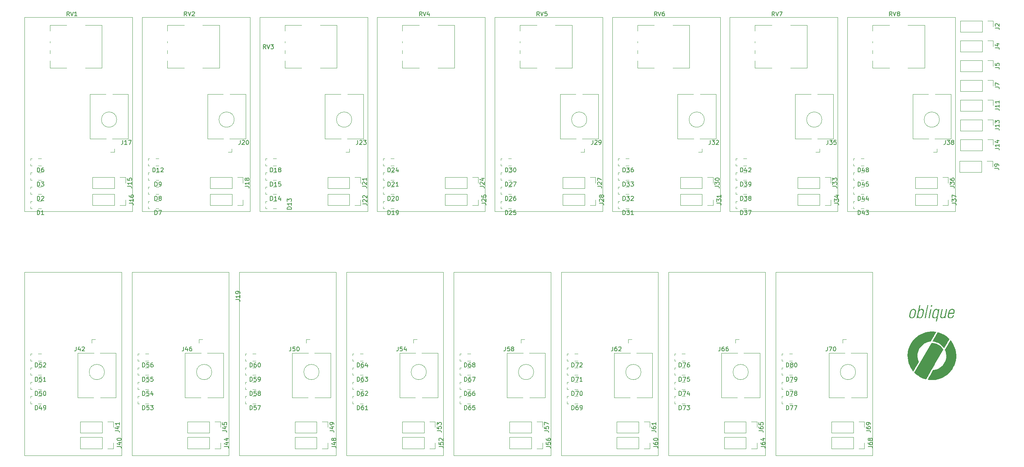
<source format=gbr>
%TF.GenerationSoftware,KiCad,Pcbnew,8.0.8-8.0.8-0~ubuntu24.04.1*%
%TF.CreationDate,2025-02-26T09:10:27-05:00*%
%TF.ProjectId,Oblique Palette 0.5.1 PCB Main,4f626c69-7175-4652-9050-616c65747465,rev?*%
%TF.SameCoordinates,Original*%
%TF.FileFunction,Legend,Top*%
%TF.FilePolarity,Positive*%
%FSLAX46Y46*%
G04 Gerber Fmt 4.6, Leading zero omitted, Abs format (unit mm)*
G04 Created by KiCad (PCBNEW 8.0.8-8.0.8-0~ubuntu24.04.1) date 2025-02-26 09:10:27*
%MOMM*%
%LPD*%
G01*
G04 APERTURE LIST*
%ADD10C,0.100000*%
%ADD11C,0.150000*%
%ADD12C,0.000000*%
%ADD13C,0.120000*%
G04 APERTURE END LIST*
D10*
X40810000Y-80000000D02*
X18000000Y-80000000D01*
X73314284Y-19910000D02*
X98714284Y-19910000D01*
X98714284Y-65630000D01*
X73314284Y-65630000D01*
X73314284Y-19910000D01*
X66060000Y-80000000D02*
X66060000Y-123180000D01*
X169500000Y-80000000D02*
X169500000Y-123180000D01*
X18000000Y-123180000D02*
X40810000Y-123180000D01*
X40810000Y-80000000D02*
X40810000Y-123180000D01*
X156285710Y-19910000D02*
X181685710Y-19910000D01*
X181685710Y-65630000D01*
X156285710Y-65630000D01*
X156285710Y-19910000D01*
X68500000Y-123180000D02*
X91310000Y-123180000D01*
X194750000Y-123180000D02*
X217560000Y-123180000D01*
X169500000Y-123180000D02*
X192310000Y-123180000D01*
X93750000Y-123180000D02*
X116560000Y-123180000D01*
X91310000Y-80000000D02*
X68500000Y-80000000D01*
X93750000Y-80000000D02*
X93750000Y-123180000D01*
X192310000Y-80000000D02*
X169500000Y-80000000D01*
X68500000Y-80000000D02*
X68500000Y-123180000D01*
X119000000Y-80000000D02*
X119000000Y-123180000D01*
X167060000Y-80000000D02*
X144250000Y-80000000D01*
X93750000Y-123180000D02*
X116560000Y-123180000D01*
X18000000Y-80000000D02*
X18000000Y-123180000D01*
X119000000Y-123180000D02*
X141810000Y-123180000D01*
X91310000Y-80000000D02*
X91310000Y-123180000D01*
X45657142Y-19910000D02*
X71057142Y-19910000D01*
X71057142Y-65630000D01*
X45657142Y-65630000D01*
X45657142Y-19910000D01*
X217560000Y-80000000D02*
X194750000Y-80000000D01*
X18000000Y-19910000D02*
X43400000Y-19910000D01*
X43400000Y-65630000D01*
X18000000Y-65630000D01*
X18000000Y-19910000D01*
X43250000Y-80000000D02*
X43250000Y-123180000D01*
X43250000Y-123180000D02*
X66060000Y-123180000D01*
X211600000Y-19910000D02*
X237000000Y-19910000D01*
X237000000Y-65630000D01*
X211600000Y-65630000D01*
X211600000Y-19910000D01*
X194750000Y-123180000D02*
X217560000Y-123180000D01*
X167060000Y-80000000D02*
X167060000Y-123180000D01*
X116560000Y-80000000D02*
X116560000Y-123180000D01*
X116560000Y-80000000D02*
X93750000Y-80000000D01*
X144250000Y-123180000D02*
X167060000Y-123180000D01*
X141810000Y-80000000D02*
X119000000Y-80000000D01*
X192310000Y-80000000D02*
X192310000Y-123180000D01*
X144250000Y-80000000D02*
X144250000Y-123180000D01*
X128628568Y-19910000D02*
X154028568Y-19910000D01*
X154028568Y-65630000D01*
X128628568Y-65630000D01*
X128628568Y-19910000D01*
X217560000Y-80000000D02*
X217560000Y-123180000D01*
X183942852Y-19910000D02*
X209342852Y-19910000D01*
X209342852Y-65630000D01*
X183942852Y-65630000D01*
X183942852Y-19910000D01*
X66060000Y-80000000D02*
X43250000Y-80000000D01*
X194750000Y-80000000D02*
X194750000Y-123180000D01*
X100971426Y-19910000D02*
X126371426Y-19910000D01*
X126371426Y-65630000D01*
X100971426Y-65630000D01*
X100971426Y-19910000D01*
X141810000Y-80000000D02*
X141810000Y-123180000D01*
X144250000Y-123180000D02*
X167060000Y-123180000D01*
D11*
X216059819Y-117289523D02*
X216774104Y-117289523D01*
X216774104Y-117289523D02*
X216916961Y-117337142D01*
X216916961Y-117337142D02*
X217012200Y-117432380D01*
X217012200Y-117432380D02*
X217059819Y-117575237D01*
X217059819Y-117575237D02*
X217059819Y-117670475D01*
X216059819Y-116384761D02*
X216059819Y-116575237D01*
X216059819Y-116575237D02*
X216107438Y-116670475D01*
X216107438Y-116670475D02*
X216155057Y-116718094D01*
X216155057Y-116718094D02*
X216297914Y-116813332D01*
X216297914Y-116813332D02*
X216488390Y-116860951D01*
X216488390Y-116860951D02*
X216869342Y-116860951D01*
X216869342Y-116860951D02*
X216964580Y-116813332D01*
X216964580Y-116813332D02*
X217012200Y-116765713D01*
X217012200Y-116765713D02*
X217059819Y-116670475D01*
X217059819Y-116670475D02*
X217059819Y-116479999D01*
X217059819Y-116479999D02*
X217012200Y-116384761D01*
X217012200Y-116384761D02*
X216964580Y-116337142D01*
X216964580Y-116337142D02*
X216869342Y-116289523D01*
X216869342Y-116289523D02*
X216631247Y-116289523D01*
X216631247Y-116289523D02*
X216536009Y-116337142D01*
X216536009Y-116337142D02*
X216488390Y-116384761D01*
X216488390Y-116384761D02*
X216440771Y-116479999D01*
X216440771Y-116479999D02*
X216440771Y-116670475D01*
X216440771Y-116670475D02*
X216488390Y-116765713D01*
X216488390Y-116765713D02*
X216536009Y-116813332D01*
X216536009Y-116813332D02*
X216631247Y-116860951D01*
X217059819Y-115813332D02*
X217059819Y-115622856D01*
X217059819Y-115622856D02*
X217012200Y-115527618D01*
X217012200Y-115527618D02*
X216964580Y-115479999D01*
X216964580Y-115479999D02*
X216821723Y-115384761D01*
X216821723Y-115384761D02*
X216631247Y-115337142D01*
X216631247Y-115337142D02*
X216250295Y-115337142D01*
X216250295Y-115337142D02*
X216155057Y-115384761D01*
X216155057Y-115384761D02*
X216107438Y-115432380D01*
X216107438Y-115432380D02*
X216059819Y-115527618D01*
X216059819Y-115527618D02*
X216059819Y-115718094D01*
X216059819Y-115718094D02*
X216107438Y-115813332D01*
X216107438Y-115813332D02*
X216155057Y-115860951D01*
X216155057Y-115860951D02*
X216250295Y-115908570D01*
X216250295Y-115908570D02*
X216488390Y-115908570D01*
X216488390Y-115908570D02*
X216583628Y-115860951D01*
X216583628Y-115860951D02*
X216631247Y-115813332D01*
X216631247Y-115813332D02*
X216678866Y-115718094D01*
X216678866Y-115718094D02*
X216678866Y-115527618D01*
X216678866Y-115527618D02*
X216631247Y-115432380D01*
X216631247Y-115432380D02*
X216583628Y-115384761D01*
X216583628Y-115384761D02*
X216488390Y-115337142D01*
X246364819Y-50819523D02*
X247079104Y-50819523D01*
X247079104Y-50819523D02*
X247221961Y-50867142D01*
X247221961Y-50867142D02*
X247317200Y-50962380D01*
X247317200Y-50962380D02*
X247364819Y-51105237D01*
X247364819Y-51105237D02*
X247364819Y-51200475D01*
X247364819Y-49819523D02*
X247364819Y-50390951D01*
X247364819Y-50105237D02*
X246364819Y-50105237D01*
X246364819Y-50105237D02*
X246507676Y-50200475D01*
X246507676Y-50200475D02*
X246602914Y-50295713D01*
X246602914Y-50295713D02*
X246650533Y-50390951D01*
X246698152Y-48962380D02*
X247364819Y-48962380D01*
X246317200Y-49200475D02*
X247031485Y-49438570D01*
X247031485Y-49438570D02*
X247031485Y-48819523D01*
X121515714Y-112364819D02*
X121515714Y-111364819D01*
X121515714Y-111364819D02*
X121753809Y-111364819D01*
X121753809Y-111364819D02*
X121896666Y-111412438D01*
X121896666Y-111412438D02*
X121991904Y-111507676D01*
X121991904Y-111507676D02*
X122039523Y-111602914D01*
X122039523Y-111602914D02*
X122087142Y-111793390D01*
X122087142Y-111793390D02*
X122087142Y-111936247D01*
X122087142Y-111936247D02*
X122039523Y-112126723D01*
X122039523Y-112126723D02*
X121991904Y-112221961D01*
X121991904Y-112221961D02*
X121896666Y-112317200D01*
X121896666Y-112317200D02*
X121753809Y-112364819D01*
X121753809Y-112364819D02*
X121515714Y-112364819D01*
X122944285Y-111364819D02*
X122753809Y-111364819D01*
X122753809Y-111364819D02*
X122658571Y-111412438D01*
X122658571Y-111412438D02*
X122610952Y-111460057D01*
X122610952Y-111460057D02*
X122515714Y-111602914D01*
X122515714Y-111602914D02*
X122468095Y-111793390D01*
X122468095Y-111793390D02*
X122468095Y-112174342D01*
X122468095Y-112174342D02*
X122515714Y-112269580D01*
X122515714Y-112269580D02*
X122563333Y-112317200D01*
X122563333Y-112317200D02*
X122658571Y-112364819D01*
X122658571Y-112364819D02*
X122849047Y-112364819D01*
X122849047Y-112364819D02*
X122944285Y-112317200D01*
X122944285Y-112317200D02*
X122991904Y-112269580D01*
X122991904Y-112269580D02*
X123039523Y-112174342D01*
X123039523Y-112174342D02*
X123039523Y-111936247D01*
X123039523Y-111936247D02*
X122991904Y-111841009D01*
X122991904Y-111841009D02*
X122944285Y-111793390D01*
X122944285Y-111793390D02*
X122849047Y-111745771D01*
X122849047Y-111745771D02*
X122658571Y-111745771D01*
X122658571Y-111745771D02*
X122563333Y-111793390D01*
X122563333Y-111793390D02*
X122515714Y-111841009D01*
X122515714Y-111841009D02*
X122468095Y-111936247D01*
X123944285Y-111364819D02*
X123468095Y-111364819D01*
X123468095Y-111364819D02*
X123420476Y-111841009D01*
X123420476Y-111841009D02*
X123468095Y-111793390D01*
X123468095Y-111793390D02*
X123563333Y-111745771D01*
X123563333Y-111745771D02*
X123801428Y-111745771D01*
X123801428Y-111745771D02*
X123896666Y-111793390D01*
X123896666Y-111793390D02*
X123944285Y-111841009D01*
X123944285Y-111841009D02*
X123991904Y-111936247D01*
X123991904Y-111936247D02*
X123991904Y-112174342D01*
X123991904Y-112174342D02*
X123944285Y-112269580D01*
X123944285Y-112269580D02*
X123896666Y-112317200D01*
X123896666Y-112317200D02*
X123801428Y-112364819D01*
X123801428Y-112364819D02*
X123563333Y-112364819D01*
X123563333Y-112364819D02*
X123468095Y-112317200D01*
X123468095Y-112317200D02*
X123420476Y-112269580D01*
X180909819Y-63719523D02*
X181624104Y-63719523D01*
X181624104Y-63719523D02*
X181766961Y-63767142D01*
X181766961Y-63767142D02*
X181862200Y-63862380D01*
X181862200Y-63862380D02*
X181909819Y-64005237D01*
X181909819Y-64005237D02*
X181909819Y-64100475D01*
X180909819Y-63338570D02*
X180909819Y-62719523D01*
X180909819Y-62719523D02*
X181290771Y-63052856D01*
X181290771Y-63052856D02*
X181290771Y-62909999D01*
X181290771Y-62909999D02*
X181338390Y-62814761D01*
X181338390Y-62814761D02*
X181386009Y-62767142D01*
X181386009Y-62767142D02*
X181481247Y-62719523D01*
X181481247Y-62719523D02*
X181719342Y-62719523D01*
X181719342Y-62719523D02*
X181814580Y-62767142D01*
X181814580Y-62767142D02*
X181862200Y-62814761D01*
X181862200Y-62814761D02*
X181909819Y-62909999D01*
X181909819Y-62909999D02*
X181909819Y-63195713D01*
X181909819Y-63195713D02*
X181862200Y-63290951D01*
X181862200Y-63290951D02*
X181814580Y-63338570D01*
X181909819Y-61767142D02*
X181909819Y-62338570D01*
X181909819Y-62052856D02*
X180909819Y-62052856D01*
X180909819Y-62052856D02*
X181052676Y-62148094D01*
X181052676Y-62148094D02*
X181147914Y-62243332D01*
X181147914Y-62243332D02*
X181195533Y-62338570D01*
X140749819Y-120989523D02*
X141464104Y-120989523D01*
X141464104Y-120989523D02*
X141606961Y-121037142D01*
X141606961Y-121037142D02*
X141702200Y-121132380D01*
X141702200Y-121132380D02*
X141749819Y-121275237D01*
X141749819Y-121275237D02*
X141749819Y-121370475D01*
X140749819Y-120037142D02*
X140749819Y-120513332D01*
X140749819Y-120513332D02*
X141226009Y-120560951D01*
X141226009Y-120560951D02*
X141178390Y-120513332D01*
X141178390Y-120513332D02*
X141130771Y-120418094D01*
X141130771Y-120418094D02*
X141130771Y-120179999D01*
X141130771Y-120179999D02*
X141178390Y-120084761D01*
X141178390Y-120084761D02*
X141226009Y-120037142D01*
X141226009Y-120037142D02*
X141321247Y-119989523D01*
X141321247Y-119989523D02*
X141559342Y-119989523D01*
X141559342Y-119989523D02*
X141654580Y-120037142D01*
X141654580Y-120037142D02*
X141702200Y-120084761D01*
X141702200Y-120084761D02*
X141749819Y-120179999D01*
X141749819Y-120179999D02*
X141749819Y-120418094D01*
X141749819Y-120418094D02*
X141702200Y-120513332D01*
X141702200Y-120513332D02*
X141654580Y-120560951D01*
X140749819Y-119132380D02*
X140749819Y-119322856D01*
X140749819Y-119322856D02*
X140797438Y-119418094D01*
X140797438Y-119418094D02*
X140845057Y-119465713D01*
X140845057Y-119465713D02*
X140987914Y-119560951D01*
X140987914Y-119560951D02*
X141178390Y-119608570D01*
X141178390Y-119608570D02*
X141559342Y-119608570D01*
X141559342Y-119608570D02*
X141654580Y-119560951D01*
X141654580Y-119560951D02*
X141702200Y-119513332D01*
X141702200Y-119513332D02*
X141749819Y-119418094D01*
X141749819Y-119418094D02*
X141749819Y-119227618D01*
X141749819Y-119227618D02*
X141702200Y-119132380D01*
X141702200Y-119132380D02*
X141654580Y-119084761D01*
X141654580Y-119084761D02*
X141559342Y-119037142D01*
X141559342Y-119037142D02*
X141321247Y-119037142D01*
X141321247Y-119037142D02*
X141226009Y-119084761D01*
X141226009Y-119084761D02*
X141178390Y-119132380D01*
X141178390Y-119132380D02*
X141130771Y-119227618D01*
X141130771Y-119227618D02*
X141130771Y-119418094D01*
X141130771Y-119418094D02*
X141178390Y-119513332D01*
X141178390Y-119513332D02*
X141226009Y-119560951D01*
X141226009Y-119560951D02*
X141321247Y-119608570D01*
X56171761Y-19624819D02*
X55838428Y-19148628D01*
X55600333Y-19624819D02*
X55600333Y-18624819D01*
X55600333Y-18624819D02*
X55981285Y-18624819D01*
X55981285Y-18624819D02*
X56076523Y-18672438D01*
X56076523Y-18672438D02*
X56124142Y-18720057D01*
X56124142Y-18720057D02*
X56171761Y-18815295D01*
X56171761Y-18815295D02*
X56171761Y-18958152D01*
X56171761Y-18958152D02*
X56124142Y-19053390D01*
X56124142Y-19053390D02*
X56076523Y-19101009D01*
X56076523Y-19101009D02*
X55981285Y-19148628D01*
X55981285Y-19148628D02*
X55600333Y-19148628D01*
X56457476Y-18624819D02*
X56790809Y-19624819D01*
X56790809Y-19624819D02*
X57124142Y-18624819D01*
X57409857Y-18720057D02*
X57457476Y-18672438D01*
X57457476Y-18672438D02*
X57552714Y-18624819D01*
X57552714Y-18624819D02*
X57790809Y-18624819D01*
X57790809Y-18624819D02*
X57886047Y-18672438D01*
X57886047Y-18672438D02*
X57933666Y-18720057D01*
X57933666Y-18720057D02*
X57981285Y-18815295D01*
X57981285Y-18815295D02*
X57981285Y-18910533D01*
X57981285Y-18910533D02*
X57933666Y-19053390D01*
X57933666Y-19053390D02*
X57362238Y-19624819D01*
X57362238Y-19624819D02*
X57981285Y-19624819D01*
X172015714Y-105664819D02*
X172015714Y-104664819D01*
X172015714Y-104664819D02*
X172253809Y-104664819D01*
X172253809Y-104664819D02*
X172396666Y-104712438D01*
X172396666Y-104712438D02*
X172491904Y-104807676D01*
X172491904Y-104807676D02*
X172539523Y-104902914D01*
X172539523Y-104902914D02*
X172587142Y-105093390D01*
X172587142Y-105093390D02*
X172587142Y-105236247D01*
X172587142Y-105236247D02*
X172539523Y-105426723D01*
X172539523Y-105426723D02*
X172491904Y-105521961D01*
X172491904Y-105521961D02*
X172396666Y-105617200D01*
X172396666Y-105617200D02*
X172253809Y-105664819D01*
X172253809Y-105664819D02*
X172015714Y-105664819D01*
X172920476Y-104664819D02*
X173587142Y-104664819D01*
X173587142Y-104664819D02*
X173158571Y-105664819D01*
X174444285Y-104664819D02*
X173968095Y-104664819D01*
X173968095Y-104664819D02*
X173920476Y-105141009D01*
X173920476Y-105141009D02*
X173968095Y-105093390D01*
X173968095Y-105093390D02*
X174063333Y-105045771D01*
X174063333Y-105045771D02*
X174301428Y-105045771D01*
X174301428Y-105045771D02*
X174396666Y-105093390D01*
X174396666Y-105093390D02*
X174444285Y-105141009D01*
X174444285Y-105141009D02*
X174491904Y-105236247D01*
X174491904Y-105236247D02*
X174491904Y-105474342D01*
X174491904Y-105474342D02*
X174444285Y-105569580D01*
X174444285Y-105569580D02*
X174396666Y-105617200D01*
X174396666Y-105617200D02*
X174301428Y-105664819D01*
X174301428Y-105664819D02*
X174063333Y-105664819D01*
X174063333Y-105664819D02*
X173968095Y-105617200D01*
X173968095Y-105617200D02*
X173920476Y-105569580D01*
X153252819Y-63719523D02*
X153967104Y-63719523D01*
X153967104Y-63719523D02*
X154109961Y-63767142D01*
X154109961Y-63767142D02*
X154205200Y-63862380D01*
X154205200Y-63862380D02*
X154252819Y-64005237D01*
X154252819Y-64005237D02*
X154252819Y-64100475D01*
X153348057Y-63290951D02*
X153300438Y-63243332D01*
X153300438Y-63243332D02*
X153252819Y-63148094D01*
X153252819Y-63148094D02*
X153252819Y-62909999D01*
X153252819Y-62909999D02*
X153300438Y-62814761D01*
X153300438Y-62814761D02*
X153348057Y-62767142D01*
X153348057Y-62767142D02*
X153443295Y-62719523D01*
X153443295Y-62719523D02*
X153538533Y-62719523D01*
X153538533Y-62719523D02*
X153681390Y-62767142D01*
X153681390Y-62767142D02*
X154252819Y-63338570D01*
X154252819Y-63338570D02*
X154252819Y-62719523D01*
X153681390Y-62148094D02*
X153633771Y-62243332D01*
X153633771Y-62243332D02*
X153586152Y-62290951D01*
X153586152Y-62290951D02*
X153490914Y-62338570D01*
X153490914Y-62338570D02*
X153443295Y-62338570D01*
X153443295Y-62338570D02*
X153348057Y-62290951D01*
X153348057Y-62290951D02*
X153300438Y-62243332D01*
X153300438Y-62243332D02*
X153252819Y-62148094D01*
X153252819Y-62148094D02*
X153252819Y-61957618D01*
X153252819Y-61957618D02*
X153300438Y-61862380D01*
X153300438Y-61862380D02*
X153348057Y-61814761D01*
X153348057Y-61814761D02*
X153443295Y-61767142D01*
X153443295Y-61767142D02*
X153490914Y-61767142D01*
X153490914Y-61767142D02*
X153586152Y-61814761D01*
X153586152Y-61814761D02*
X153633771Y-61862380D01*
X153633771Y-61862380D02*
X153681390Y-61957618D01*
X153681390Y-61957618D02*
X153681390Y-62148094D01*
X153681390Y-62148094D02*
X153729009Y-62243332D01*
X153729009Y-62243332D02*
X153776628Y-62290951D01*
X153776628Y-62290951D02*
X153871866Y-62338570D01*
X153871866Y-62338570D02*
X154062342Y-62338570D01*
X154062342Y-62338570D02*
X154157580Y-62290951D01*
X154157580Y-62290951D02*
X154205200Y-62243332D01*
X154205200Y-62243332D02*
X154252819Y-62148094D01*
X154252819Y-62148094D02*
X154252819Y-61957618D01*
X154252819Y-61957618D02*
X154205200Y-61862380D01*
X154205200Y-61862380D02*
X154157580Y-61814761D01*
X154157580Y-61814761D02*
X154062342Y-61767142D01*
X154062342Y-61767142D02*
X153871866Y-61767142D01*
X153871866Y-61767142D02*
X153776628Y-61814761D01*
X153776628Y-61814761D02*
X153729009Y-61862380D01*
X153729009Y-61862380D02*
X153681390Y-61957618D01*
X20991905Y-63074819D02*
X20991905Y-62074819D01*
X20991905Y-62074819D02*
X21230000Y-62074819D01*
X21230000Y-62074819D02*
X21372857Y-62122438D01*
X21372857Y-62122438D02*
X21468095Y-62217676D01*
X21468095Y-62217676D02*
X21515714Y-62312914D01*
X21515714Y-62312914D02*
X21563333Y-62503390D01*
X21563333Y-62503390D02*
X21563333Y-62646247D01*
X21563333Y-62646247D02*
X21515714Y-62836723D01*
X21515714Y-62836723D02*
X21468095Y-62931961D01*
X21468095Y-62931961D02*
X21372857Y-63027200D01*
X21372857Y-63027200D02*
X21230000Y-63074819D01*
X21230000Y-63074819D02*
X20991905Y-63074819D01*
X21944286Y-62170057D02*
X21991905Y-62122438D01*
X21991905Y-62122438D02*
X22087143Y-62074819D01*
X22087143Y-62074819D02*
X22325238Y-62074819D01*
X22325238Y-62074819D02*
X22420476Y-62122438D01*
X22420476Y-62122438D02*
X22468095Y-62170057D01*
X22468095Y-62170057D02*
X22515714Y-62265295D01*
X22515714Y-62265295D02*
X22515714Y-62360533D01*
X22515714Y-62360533D02*
X22468095Y-62503390D01*
X22468095Y-62503390D02*
X21896667Y-63074819D01*
X21896667Y-63074819D02*
X22515714Y-63074819D01*
X74747761Y-27364819D02*
X74414428Y-26888628D01*
X74176333Y-27364819D02*
X74176333Y-26364819D01*
X74176333Y-26364819D02*
X74557285Y-26364819D01*
X74557285Y-26364819D02*
X74652523Y-26412438D01*
X74652523Y-26412438D02*
X74700142Y-26460057D01*
X74700142Y-26460057D02*
X74747761Y-26555295D01*
X74747761Y-26555295D02*
X74747761Y-26698152D01*
X74747761Y-26698152D02*
X74700142Y-26793390D01*
X74700142Y-26793390D02*
X74652523Y-26841009D01*
X74652523Y-26841009D02*
X74557285Y-26888628D01*
X74557285Y-26888628D02*
X74176333Y-26888628D01*
X75033476Y-26364819D02*
X75366809Y-27364819D01*
X75366809Y-27364819D02*
X75700142Y-26364819D01*
X75938238Y-26364819D02*
X76557285Y-26364819D01*
X76557285Y-26364819D02*
X76223952Y-26745771D01*
X76223952Y-26745771D02*
X76366809Y-26745771D01*
X76366809Y-26745771D02*
X76462047Y-26793390D01*
X76462047Y-26793390D02*
X76509666Y-26841009D01*
X76509666Y-26841009D02*
X76557285Y-26936247D01*
X76557285Y-26936247D02*
X76557285Y-27174342D01*
X76557285Y-27174342D02*
X76509666Y-27269580D01*
X76509666Y-27269580D02*
X76462047Y-27317200D01*
X76462047Y-27317200D02*
X76366809Y-27364819D01*
X76366809Y-27364819D02*
X76081095Y-27364819D01*
X76081095Y-27364819D02*
X75985857Y-27317200D01*
X75985857Y-27317200D02*
X75938238Y-27269580D01*
X30160476Y-97534819D02*
X30160476Y-98249104D01*
X30160476Y-98249104D02*
X30112857Y-98391961D01*
X30112857Y-98391961D02*
X30017619Y-98487200D01*
X30017619Y-98487200D02*
X29874762Y-98534819D01*
X29874762Y-98534819D02*
X29779524Y-98534819D01*
X31065238Y-97868152D02*
X31065238Y-98534819D01*
X30827143Y-97487200D02*
X30589048Y-98201485D01*
X30589048Y-98201485D02*
X31208095Y-98201485D01*
X31541429Y-97630057D02*
X31589048Y-97582438D01*
X31589048Y-97582438D02*
X31684286Y-97534819D01*
X31684286Y-97534819D02*
X31922381Y-97534819D01*
X31922381Y-97534819D02*
X32017619Y-97582438D01*
X32017619Y-97582438D02*
X32065238Y-97630057D01*
X32065238Y-97630057D02*
X32112857Y-97725295D01*
X32112857Y-97725295D02*
X32112857Y-97820533D01*
X32112857Y-97820533D02*
X32065238Y-97963390D01*
X32065238Y-97963390D02*
X31493810Y-98534819D01*
X31493810Y-98534819D02*
X32112857Y-98534819D01*
X121515714Y-105664819D02*
X121515714Y-104664819D01*
X121515714Y-104664819D02*
X121753809Y-104664819D01*
X121753809Y-104664819D02*
X121896666Y-104712438D01*
X121896666Y-104712438D02*
X121991904Y-104807676D01*
X121991904Y-104807676D02*
X122039523Y-104902914D01*
X122039523Y-104902914D02*
X122087142Y-105093390D01*
X122087142Y-105093390D02*
X122087142Y-105236247D01*
X122087142Y-105236247D02*
X122039523Y-105426723D01*
X122039523Y-105426723D02*
X121991904Y-105521961D01*
X121991904Y-105521961D02*
X121896666Y-105617200D01*
X121896666Y-105617200D02*
X121753809Y-105664819D01*
X121753809Y-105664819D02*
X121515714Y-105664819D01*
X122944285Y-104664819D02*
X122753809Y-104664819D01*
X122753809Y-104664819D02*
X122658571Y-104712438D01*
X122658571Y-104712438D02*
X122610952Y-104760057D01*
X122610952Y-104760057D02*
X122515714Y-104902914D01*
X122515714Y-104902914D02*
X122468095Y-105093390D01*
X122468095Y-105093390D02*
X122468095Y-105474342D01*
X122468095Y-105474342D02*
X122515714Y-105569580D01*
X122515714Y-105569580D02*
X122563333Y-105617200D01*
X122563333Y-105617200D02*
X122658571Y-105664819D01*
X122658571Y-105664819D02*
X122849047Y-105664819D01*
X122849047Y-105664819D02*
X122944285Y-105617200D01*
X122944285Y-105617200D02*
X122991904Y-105569580D01*
X122991904Y-105569580D02*
X123039523Y-105474342D01*
X123039523Y-105474342D02*
X123039523Y-105236247D01*
X123039523Y-105236247D02*
X122991904Y-105141009D01*
X122991904Y-105141009D02*
X122944285Y-105093390D01*
X122944285Y-105093390D02*
X122849047Y-105045771D01*
X122849047Y-105045771D02*
X122658571Y-105045771D01*
X122658571Y-105045771D02*
X122563333Y-105093390D01*
X122563333Y-105093390D02*
X122515714Y-105141009D01*
X122515714Y-105141009D02*
X122468095Y-105236247D01*
X123372857Y-104664819D02*
X124039523Y-104664819D01*
X124039523Y-104664819D02*
X123610952Y-105664819D01*
X71015714Y-109014819D02*
X71015714Y-108014819D01*
X71015714Y-108014819D02*
X71253809Y-108014819D01*
X71253809Y-108014819D02*
X71396666Y-108062438D01*
X71396666Y-108062438D02*
X71491904Y-108157676D01*
X71491904Y-108157676D02*
X71539523Y-108252914D01*
X71539523Y-108252914D02*
X71587142Y-108443390D01*
X71587142Y-108443390D02*
X71587142Y-108586247D01*
X71587142Y-108586247D02*
X71539523Y-108776723D01*
X71539523Y-108776723D02*
X71491904Y-108871961D01*
X71491904Y-108871961D02*
X71396666Y-108967200D01*
X71396666Y-108967200D02*
X71253809Y-109014819D01*
X71253809Y-109014819D02*
X71015714Y-109014819D01*
X72491904Y-108014819D02*
X72015714Y-108014819D01*
X72015714Y-108014819D02*
X71968095Y-108491009D01*
X71968095Y-108491009D02*
X72015714Y-108443390D01*
X72015714Y-108443390D02*
X72110952Y-108395771D01*
X72110952Y-108395771D02*
X72349047Y-108395771D01*
X72349047Y-108395771D02*
X72444285Y-108443390D01*
X72444285Y-108443390D02*
X72491904Y-108491009D01*
X72491904Y-108491009D02*
X72539523Y-108586247D01*
X72539523Y-108586247D02*
X72539523Y-108824342D01*
X72539523Y-108824342D02*
X72491904Y-108919580D01*
X72491904Y-108919580D02*
X72444285Y-108967200D01*
X72444285Y-108967200D02*
X72349047Y-109014819D01*
X72349047Y-109014819D02*
X72110952Y-109014819D01*
X72110952Y-109014819D02*
X72015714Y-108967200D01*
X72015714Y-108967200D02*
X71968095Y-108919580D01*
X73110952Y-108443390D02*
X73015714Y-108395771D01*
X73015714Y-108395771D02*
X72968095Y-108348152D01*
X72968095Y-108348152D02*
X72920476Y-108252914D01*
X72920476Y-108252914D02*
X72920476Y-108205295D01*
X72920476Y-108205295D02*
X72968095Y-108110057D01*
X72968095Y-108110057D02*
X73015714Y-108062438D01*
X73015714Y-108062438D02*
X73110952Y-108014819D01*
X73110952Y-108014819D02*
X73301428Y-108014819D01*
X73301428Y-108014819D02*
X73396666Y-108062438D01*
X73396666Y-108062438D02*
X73444285Y-108110057D01*
X73444285Y-108110057D02*
X73491904Y-108205295D01*
X73491904Y-108205295D02*
X73491904Y-108252914D01*
X73491904Y-108252914D02*
X73444285Y-108348152D01*
X73444285Y-108348152D02*
X73396666Y-108395771D01*
X73396666Y-108395771D02*
X73301428Y-108443390D01*
X73301428Y-108443390D02*
X73110952Y-108443390D01*
X73110952Y-108443390D02*
X73015714Y-108491009D01*
X73015714Y-108491009D02*
X72968095Y-108538628D01*
X72968095Y-108538628D02*
X72920476Y-108633866D01*
X72920476Y-108633866D02*
X72920476Y-108824342D01*
X72920476Y-108824342D02*
X72968095Y-108919580D01*
X72968095Y-108919580D02*
X73015714Y-108967200D01*
X73015714Y-108967200D02*
X73110952Y-109014819D01*
X73110952Y-109014819D02*
X73301428Y-109014819D01*
X73301428Y-109014819D02*
X73396666Y-108967200D01*
X73396666Y-108967200D02*
X73444285Y-108919580D01*
X73444285Y-108919580D02*
X73491904Y-108824342D01*
X73491904Y-108824342D02*
X73491904Y-108633866D01*
X73491904Y-108633866D02*
X73444285Y-108538628D01*
X73444285Y-108538628D02*
X73396666Y-108491009D01*
X73396666Y-108491009D02*
X73301428Y-108443390D01*
X158800714Y-63074819D02*
X158800714Y-62074819D01*
X158800714Y-62074819D02*
X159038809Y-62074819D01*
X159038809Y-62074819D02*
X159181666Y-62122438D01*
X159181666Y-62122438D02*
X159276904Y-62217676D01*
X159276904Y-62217676D02*
X159324523Y-62312914D01*
X159324523Y-62312914D02*
X159372142Y-62503390D01*
X159372142Y-62503390D02*
X159372142Y-62646247D01*
X159372142Y-62646247D02*
X159324523Y-62836723D01*
X159324523Y-62836723D02*
X159276904Y-62931961D01*
X159276904Y-62931961D02*
X159181666Y-63027200D01*
X159181666Y-63027200D02*
X159038809Y-63074819D01*
X159038809Y-63074819D02*
X158800714Y-63074819D01*
X159705476Y-62074819D02*
X160324523Y-62074819D01*
X160324523Y-62074819D02*
X159991190Y-62455771D01*
X159991190Y-62455771D02*
X160134047Y-62455771D01*
X160134047Y-62455771D02*
X160229285Y-62503390D01*
X160229285Y-62503390D02*
X160276904Y-62551009D01*
X160276904Y-62551009D02*
X160324523Y-62646247D01*
X160324523Y-62646247D02*
X160324523Y-62884342D01*
X160324523Y-62884342D02*
X160276904Y-62979580D01*
X160276904Y-62979580D02*
X160229285Y-63027200D01*
X160229285Y-63027200D02*
X160134047Y-63074819D01*
X160134047Y-63074819D02*
X159848333Y-63074819D01*
X159848333Y-63074819D02*
X159753095Y-63027200D01*
X159753095Y-63027200D02*
X159705476Y-62979580D01*
X160705476Y-62170057D02*
X160753095Y-62122438D01*
X160753095Y-62122438D02*
X160848333Y-62074819D01*
X160848333Y-62074819D02*
X161086428Y-62074819D01*
X161086428Y-62074819D02*
X161181666Y-62122438D01*
X161181666Y-62122438D02*
X161229285Y-62170057D01*
X161229285Y-62170057D02*
X161276904Y-62265295D01*
X161276904Y-62265295D02*
X161276904Y-62360533D01*
X161276904Y-62360533D02*
X161229285Y-62503390D01*
X161229285Y-62503390D02*
X160657857Y-63074819D01*
X160657857Y-63074819D02*
X161276904Y-63074819D01*
X48648905Y-66424819D02*
X48648905Y-65424819D01*
X48648905Y-65424819D02*
X48887000Y-65424819D01*
X48887000Y-65424819D02*
X49029857Y-65472438D01*
X49029857Y-65472438D02*
X49125095Y-65567676D01*
X49125095Y-65567676D02*
X49172714Y-65662914D01*
X49172714Y-65662914D02*
X49220333Y-65853390D01*
X49220333Y-65853390D02*
X49220333Y-65996247D01*
X49220333Y-65996247D02*
X49172714Y-66186723D01*
X49172714Y-66186723D02*
X49125095Y-66281961D01*
X49125095Y-66281961D02*
X49029857Y-66377200D01*
X49029857Y-66377200D02*
X48887000Y-66424819D01*
X48887000Y-66424819D02*
X48648905Y-66424819D01*
X49553667Y-65424819D02*
X50220333Y-65424819D01*
X50220333Y-65424819D02*
X49791762Y-66424819D01*
X75829714Y-56374819D02*
X75829714Y-55374819D01*
X75829714Y-55374819D02*
X76067809Y-55374819D01*
X76067809Y-55374819D02*
X76210666Y-55422438D01*
X76210666Y-55422438D02*
X76305904Y-55517676D01*
X76305904Y-55517676D02*
X76353523Y-55612914D01*
X76353523Y-55612914D02*
X76401142Y-55803390D01*
X76401142Y-55803390D02*
X76401142Y-55946247D01*
X76401142Y-55946247D02*
X76353523Y-56136723D01*
X76353523Y-56136723D02*
X76305904Y-56231961D01*
X76305904Y-56231961D02*
X76210666Y-56327200D01*
X76210666Y-56327200D02*
X76067809Y-56374819D01*
X76067809Y-56374819D02*
X75829714Y-56374819D01*
X77353523Y-56374819D02*
X76782095Y-56374819D01*
X77067809Y-56374819D02*
X77067809Y-55374819D01*
X77067809Y-55374819D02*
X76972571Y-55517676D01*
X76972571Y-55517676D02*
X76877333Y-55612914D01*
X76877333Y-55612914D02*
X76782095Y-55660533D01*
X77924952Y-55803390D02*
X77829714Y-55755771D01*
X77829714Y-55755771D02*
X77782095Y-55708152D01*
X77782095Y-55708152D02*
X77734476Y-55612914D01*
X77734476Y-55612914D02*
X77734476Y-55565295D01*
X77734476Y-55565295D02*
X77782095Y-55470057D01*
X77782095Y-55470057D02*
X77829714Y-55422438D01*
X77829714Y-55422438D02*
X77924952Y-55374819D01*
X77924952Y-55374819D02*
X78115428Y-55374819D01*
X78115428Y-55374819D02*
X78210666Y-55422438D01*
X78210666Y-55422438D02*
X78258285Y-55470057D01*
X78258285Y-55470057D02*
X78305904Y-55565295D01*
X78305904Y-55565295D02*
X78305904Y-55612914D01*
X78305904Y-55612914D02*
X78258285Y-55708152D01*
X78258285Y-55708152D02*
X78210666Y-55755771D01*
X78210666Y-55755771D02*
X78115428Y-55803390D01*
X78115428Y-55803390D02*
X77924952Y-55803390D01*
X77924952Y-55803390D02*
X77829714Y-55851009D01*
X77829714Y-55851009D02*
X77782095Y-55898628D01*
X77782095Y-55898628D02*
X77734476Y-55993866D01*
X77734476Y-55993866D02*
X77734476Y-56184342D01*
X77734476Y-56184342D02*
X77782095Y-56279580D01*
X77782095Y-56279580D02*
X77829714Y-56327200D01*
X77829714Y-56327200D02*
X77924952Y-56374819D01*
X77924952Y-56374819D02*
X78115428Y-56374819D01*
X78115428Y-56374819D02*
X78210666Y-56327200D01*
X78210666Y-56327200D02*
X78258285Y-56279580D01*
X78258285Y-56279580D02*
X78305904Y-56184342D01*
X78305904Y-56184342D02*
X78305904Y-55993866D01*
X78305904Y-55993866D02*
X78258285Y-55898628D01*
X78258285Y-55898628D02*
X78210666Y-55851009D01*
X78210666Y-55851009D02*
X78115428Y-55803390D01*
X97498819Y-59739523D02*
X98213104Y-59739523D01*
X98213104Y-59739523D02*
X98355961Y-59787142D01*
X98355961Y-59787142D02*
X98451200Y-59882380D01*
X98451200Y-59882380D02*
X98498819Y-60025237D01*
X98498819Y-60025237D02*
X98498819Y-60120475D01*
X97594057Y-59310951D02*
X97546438Y-59263332D01*
X97546438Y-59263332D02*
X97498819Y-59168094D01*
X97498819Y-59168094D02*
X97498819Y-58929999D01*
X97498819Y-58929999D02*
X97546438Y-58834761D01*
X97546438Y-58834761D02*
X97594057Y-58787142D01*
X97594057Y-58787142D02*
X97689295Y-58739523D01*
X97689295Y-58739523D02*
X97784533Y-58739523D01*
X97784533Y-58739523D02*
X97927390Y-58787142D01*
X97927390Y-58787142D02*
X98498819Y-59358570D01*
X98498819Y-59358570D02*
X98498819Y-58739523D01*
X98498819Y-57787142D02*
X98498819Y-58358570D01*
X98498819Y-58072856D02*
X97498819Y-58072856D01*
X97498819Y-58072856D02*
X97641676Y-58168094D01*
X97641676Y-58168094D02*
X97736914Y-58263332D01*
X97736914Y-58263332D02*
X97784533Y-58358570D01*
X197265714Y-109014819D02*
X197265714Y-108014819D01*
X197265714Y-108014819D02*
X197503809Y-108014819D01*
X197503809Y-108014819D02*
X197646666Y-108062438D01*
X197646666Y-108062438D02*
X197741904Y-108157676D01*
X197741904Y-108157676D02*
X197789523Y-108252914D01*
X197789523Y-108252914D02*
X197837142Y-108443390D01*
X197837142Y-108443390D02*
X197837142Y-108586247D01*
X197837142Y-108586247D02*
X197789523Y-108776723D01*
X197789523Y-108776723D02*
X197741904Y-108871961D01*
X197741904Y-108871961D02*
X197646666Y-108967200D01*
X197646666Y-108967200D02*
X197503809Y-109014819D01*
X197503809Y-109014819D02*
X197265714Y-109014819D01*
X198170476Y-108014819D02*
X198837142Y-108014819D01*
X198837142Y-108014819D02*
X198408571Y-109014819D01*
X199360952Y-108443390D02*
X199265714Y-108395771D01*
X199265714Y-108395771D02*
X199218095Y-108348152D01*
X199218095Y-108348152D02*
X199170476Y-108252914D01*
X199170476Y-108252914D02*
X199170476Y-108205295D01*
X199170476Y-108205295D02*
X199218095Y-108110057D01*
X199218095Y-108110057D02*
X199265714Y-108062438D01*
X199265714Y-108062438D02*
X199360952Y-108014819D01*
X199360952Y-108014819D02*
X199551428Y-108014819D01*
X199551428Y-108014819D02*
X199646666Y-108062438D01*
X199646666Y-108062438D02*
X199694285Y-108110057D01*
X199694285Y-108110057D02*
X199741904Y-108205295D01*
X199741904Y-108205295D02*
X199741904Y-108252914D01*
X199741904Y-108252914D02*
X199694285Y-108348152D01*
X199694285Y-108348152D02*
X199646666Y-108395771D01*
X199646666Y-108395771D02*
X199551428Y-108443390D01*
X199551428Y-108443390D02*
X199360952Y-108443390D01*
X199360952Y-108443390D02*
X199265714Y-108491009D01*
X199265714Y-108491009D02*
X199218095Y-108538628D01*
X199218095Y-108538628D02*
X199170476Y-108633866D01*
X199170476Y-108633866D02*
X199170476Y-108824342D01*
X199170476Y-108824342D02*
X199218095Y-108919580D01*
X199218095Y-108919580D02*
X199265714Y-108967200D01*
X199265714Y-108967200D02*
X199360952Y-109014819D01*
X199360952Y-109014819D02*
X199551428Y-109014819D01*
X199551428Y-109014819D02*
X199646666Y-108967200D01*
X199646666Y-108967200D02*
X199694285Y-108919580D01*
X199694285Y-108919580D02*
X199741904Y-108824342D01*
X199741904Y-108824342D02*
X199741904Y-108633866D01*
X199741904Y-108633866D02*
X199694285Y-108538628D01*
X199694285Y-108538628D02*
X199646666Y-108491009D01*
X199646666Y-108491009D02*
X199551428Y-108443390D01*
X45765714Y-102314819D02*
X45765714Y-101314819D01*
X45765714Y-101314819D02*
X46003809Y-101314819D01*
X46003809Y-101314819D02*
X46146666Y-101362438D01*
X46146666Y-101362438D02*
X46241904Y-101457676D01*
X46241904Y-101457676D02*
X46289523Y-101552914D01*
X46289523Y-101552914D02*
X46337142Y-101743390D01*
X46337142Y-101743390D02*
X46337142Y-101886247D01*
X46337142Y-101886247D02*
X46289523Y-102076723D01*
X46289523Y-102076723D02*
X46241904Y-102171961D01*
X46241904Y-102171961D02*
X46146666Y-102267200D01*
X46146666Y-102267200D02*
X46003809Y-102314819D01*
X46003809Y-102314819D02*
X45765714Y-102314819D01*
X47241904Y-101314819D02*
X46765714Y-101314819D01*
X46765714Y-101314819D02*
X46718095Y-101791009D01*
X46718095Y-101791009D02*
X46765714Y-101743390D01*
X46765714Y-101743390D02*
X46860952Y-101695771D01*
X46860952Y-101695771D02*
X47099047Y-101695771D01*
X47099047Y-101695771D02*
X47194285Y-101743390D01*
X47194285Y-101743390D02*
X47241904Y-101791009D01*
X47241904Y-101791009D02*
X47289523Y-101886247D01*
X47289523Y-101886247D02*
X47289523Y-102124342D01*
X47289523Y-102124342D02*
X47241904Y-102219580D01*
X47241904Y-102219580D02*
X47194285Y-102267200D01*
X47194285Y-102267200D02*
X47099047Y-102314819D01*
X47099047Y-102314819D02*
X46860952Y-102314819D01*
X46860952Y-102314819D02*
X46765714Y-102267200D01*
X46765714Y-102267200D02*
X46718095Y-102219580D01*
X48146666Y-101314819D02*
X47956190Y-101314819D01*
X47956190Y-101314819D02*
X47860952Y-101362438D01*
X47860952Y-101362438D02*
X47813333Y-101410057D01*
X47813333Y-101410057D02*
X47718095Y-101552914D01*
X47718095Y-101552914D02*
X47670476Y-101743390D01*
X47670476Y-101743390D02*
X47670476Y-102124342D01*
X47670476Y-102124342D02*
X47718095Y-102219580D01*
X47718095Y-102219580D02*
X47765714Y-102267200D01*
X47765714Y-102267200D02*
X47860952Y-102314819D01*
X47860952Y-102314819D02*
X48051428Y-102314819D01*
X48051428Y-102314819D02*
X48146666Y-102267200D01*
X48146666Y-102267200D02*
X48194285Y-102219580D01*
X48194285Y-102219580D02*
X48241904Y-102124342D01*
X48241904Y-102124342D02*
X48241904Y-101886247D01*
X48241904Y-101886247D02*
X48194285Y-101791009D01*
X48194285Y-101791009D02*
X48146666Y-101743390D01*
X48146666Y-101743390D02*
X48051428Y-101695771D01*
X48051428Y-101695771D02*
X47860952Y-101695771D01*
X47860952Y-101695771D02*
X47765714Y-101743390D01*
X47765714Y-101743390D02*
X47718095Y-101791009D01*
X47718095Y-101791009D02*
X47670476Y-101886247D01*
X69841819Y-59739523D02*
X70556104Y-59739523D01*
X70556104Y-59739523D02*
X70698961Y-59787142D01*
X70698961Y-59787142D02*
X70794200Y-59882380D01*
X70794200Y-59882380D02*
X70841819Y-60025237D01*
X70841819Y-60025237D02*
X70841819Y-60120475D01*
X70841819Y-58739523D02*
X70841819Y-59310951D01*
X70841819Y-59025237D02*
X69841819Y-59025237D01*
X69841819Y-59025237D02*
X69984676Y-59120475D01*
X69984676Y-59120475D02*
X70079914Y-59215713D01*
X70079914Y-59215713D02*
X70127533Y-59310951D01*
X70270390Y-58168094D02*
X70222771Y-58263332D01*
X70222771Y-58263332D02*
X70175152Y-58310951D01*
X70175152Y-58310951D02*
X70079914Y-58358570D01*
X70079914Y-58358570D02*
X70032295Y-58358570D01*
X70032295Y-58358570D02*
X69937057Y-58310951D01*
X69937057Y-58310951D02*
X69889438Y-58263332D01*
X69889438Y-58263332D02*
X69841819Y-58168094D01*
X69841819Y-58168094D02*
X69841819Y-57977618D01*
X69841819Y-57977618D02*
X69889438Y-57882380D01*
X69889438Y-57882380D02*
X69937057Y-57834761D01*
X69937057Y-57834761D02*
X70032295Y-57787142D01*
X70032295Y-57787142D02*
X70079914Y-57787142D01*
X70079914Y-57787142D02*
X70175152Y-57834761D01*
X70175152Y-57834761D02*
X70222771Y-57882380D01*
X70222771Y-57882380D02*
X70270390Y-57977618D01*
X70270390Y-57977618D02*
X70270390Y-58168094D01*
X70270390Y-58168094D02*
X70318009Y-58263332D01*
X70318009Y-58263332D02*
X70365628Y-58310951D01*
X70365628Y-58310951D02*
X70460866Y-58358570D01*
X70460866Y-58358570D02*
X70651342Y-58358570D01*
X70651342Y-58358570D02*
X70746580Y-58310951D01*
X70746580Y-58310951D02*
X70794200Y-58263332D01*
X70794200Y-58263332D02*
X70841819Y-58168094D01*
X70841819Y-58168094D02*
X70841819Y-57977618D01*
X70841819Y-57977618D02*
X70794200Y-57882380D01*
X70794200Y-57882380D02*
X70746580Y-57834761D01*
X70746580Y-57834761D02*
X70651342Y-57787142D01*
X70651342Y-57787142D02*
X70460866Y-57787142D01*
X70460866Y-57787142D02*
X70365628Y-57834761D01*
X70365628Y-57834761D02*
X70318009Y-57882380D01*
X70318009Y-57882380D02*
X70270390Y-57977618D01*
X197265714Y-112364819D02*
X197265714Y-111364819D01*
X197265714Y-111364819D02*
X197503809Y-111364819D01*
X197503809Y-111364819D02*
X197646666Y-111412438D01*
X197646666Y-111412438D02*
X197741904Y-111507676D01*
X197741904Y-111507676D02*
X197789523Y-111602914D01*
X197789523Y-111602914D02*
X197837142Y-111793390D01*
X197837142Y-111793390D02*
X197837142Y-111936247D01*
X197837142Y-111936247D02*
X197789523Y-112126723D01*
X197789523Y-112126723D02*
X197741904Y-112221961D01*
X197741904Y-112221961D02*
X197646666Y-112317200D01*
X197646666Y-112317200D02*
X197503809Y-112364819D01*
X197503809Y-112364819D02*
X197265714Y-112364819D01*
X198170476Y-111364819D02*
X198837142Y-111364819D01*
X198837142Y-111364819D02*
X198408571Y-112364819D01*
X199122857Y-111364819D02*
X199789523Y-111364819D01*
X199789523Y-111364819D02*
X199360952Y-112364819D01*
X222113761Y-19624819D02*
X221780428Y-19148628D01*
X221542333Y-19624819D02*
X221542333Y-18624819D01*
X221542333Y-18624819D02*
X221923285Y-18624819D01*
X221923285Y-18624819D02*
X222018523Y-18672438D01*
X222018523Y-18672438D02*
X222066142Y-18720057D01*
X222066142Y-18720057D02*
X222113761Y-18815295D01*
X222113761Y-18815295D02*
X222113761Y-18958152D01*
X222113761Y-18958152D02*
X222066142Y-19053390D01*
X222066142Y-19053390D02*
X222018523Y-19101009D01*
X222018523Y-19101009D02*
X221923285Y-19148628D01*
X221923285Y-19148628D02*
X221542333Y-19148628D01*
X222399476Y-18624819D02*
X222732809Y-19624819D01*
X222732809Y-19624819D02*
X223066142Y-18624819D01*
X223542333Y-19053390D02*
X223447095Y-19005771D01*
X223447095Y-19005771D02*
X223399476Y-18958152D01*
X223399476Y-18958152D02*
X223351857Y-18862914D01*
X223351857Y-18862914D02*
X223351857Y-18815295D01*
X223351857Y-18815295D02*
X223399476Y-18720057D01*
X223399476Y-18720057D02*
X223447095Y-18672438D01*
X223447095Y-18672438D02*
X223542333Y-18624819D01*
X223542333Y-18624819D02*
X223732809Y-18624819D01*
X223732809Y-18624819D02*
X223828047Y-18672438D01*
X223828047Y-18672438D02*
X223875666Y-18720057D01*
X223875666Y-18720057D02*
X223923285Y-18815295D01*
X223923285Y-18815295D02*
X223923285Y-18862914D01*
X223923285Y-18862914D02*
X223875666Y-18958152D01*
X223875666Y-18958152D02*
X223828047Y-19005771D01*
X223828047Y-19005771D02*
X223732809Y-19053390D01*
X223732809Y-19053390D02*
X223542333Y-19053390D01*
X223542333Y-19053390D02*
X223447095Y-19101009D01*
X223447095Y-19101009D02*
X223399476Y-19148628D01*
X223399476Y-19148628D02*
X223351857Y-19243866D01*
X223351857Y-19243866D02*
X223351857Y-19434342D01*
X223351857Y-19434342D02*
X223399476Y-19529580D01*
X223399476Y-19529580D02*
X223447095Y-19577200D01*
X223447095Y-19577200D02*
X223542333Y-19624819D01*
X223542333Y-19624819D02*
X223732809Y-19624819D01*
X223732809Y-19624819D02*
X223828047Y-19577200D01*
X223828047Y-19577200D02*
X223875666Y-19529580D01*
X223875666Y-19529580D02*
X223923285Y-19434342D01*
X223923285Y-19434342D02*
X223923285Y-19243866D01*
X223923285Y-19243866D02*
X223875666Y-19148628D01*
X223875666Y-19148628D02*
X223828047Y-19101009D01*
X223828047Y-19101009D02*
X223732809Y-19053390D01*
X103486714Y-56374819D02*
X103486714Y-55374819D01*
X103486714Y-55374819D02*
X103724809Y-55374819D01*
X103724809Y-55374819D02*
X103867666Y-55422438D01*
X103867666Y-55422438D02*
X103962904Y-55517676D01*
X103962904Y-55517676D02*
X104010523Y-55612914D01*
X104010523Y-55612914D02*
X104058142Y-55803390D01*
X104058142Y-55803390D02*
X104058142Y-55946247D01*
X104058142Y-55946247D02*
X104010523Y-56136723D01*
X104010523Y-56136723D02*
X103962904Y-56231961D01*
X103962904Y-56231961D02*
X103867666Y-56327200D01*
X103867666Y-56327200D02*
X103724809Y-56374819D01*
X103724809Y-56374819D02*
X103486714Y-56374819D01*
X104439095Y-55470057D02*
X104486714Y-55422438D01*
X104486714Y-55422438D02*
X104581952Y-55374819D01*
X104581952Y-55374819D02*
X104820047Y-55374819D01*
X104820047Y-55374819D02*
X104915285Y-55422438D01*
X104915285Y-55422438D02*
X104962904Y-55470057D01*
X104962904Y-55470057D02*
X105010523Y-55565295D01*
X105010523Y-55565295D02*
X105010523Y-55660533D01*
X105010523Y-55660533D02*
X104962904Y-55803390D01*
X104962904Y-55803390D02*
X104391476Y-56374819D01*
X104391476Y-56374819D02*
X105010523Y-56374819D01*
X105867666Y-55708152D02*
X105867666Y-56374819D01*
X105629571Y-55327200D02*
X105391476Y-56041485D01*
X105391476Y-56041485D02*
X106010523Y-56041485D01*
X55410476Y-97534819D02*
X55410476Y-98249104D01*
X55410476Y-98249104D02*
X55362857Y-98391961D01*
X55362857Y-98391961D02*
X55267619Y-98487200D01*
X55267619Y-98487200D02*
X55124762Y-98534819D01*
X55124762Y-98534819D02*
X55029524Y-98534819D01*
X56315238Y-97868152D02*
X56315238Y-98534819D01*
X56077143Y-97487200D02*
X55839048Y-98201485D01*
X55839048Y-98201485D02*
X56458095Y-98201485D01*
X57267619Y-97534819D02*
X57077143Y-97534819D01*
X57077143Y-97534819D02*
X56981905Y-97582438D01*
X56981905Y-97582438D02*
X56934286Y-97630057D01*
X56934286Y-97630057D02*
X56839048Y-97772914D01*
X56839048Y-97772914D02*
X56791429Y-97963390D01*
X56791429Y-97963390D02*
X56791429Y-98344342D01*
X56791429Y-98344342D02*
X56839048Y-98439580D01*
X56839048Y-98439580D02*
X56886667Y-98487200D01*
X56886667Y-98487200D02*
X56981905Y-98534819D01*
X56981905Y-98534819D02*
X57172381Y-98534819D01*
X57172381Y-98534819D02*
X57267619Y-98487200D01*
X57267619Y-98487200D02*
X57315238Y-98439580D01*
X57315238Y-98439580D02*
X57362857Y-98344342D01*
X57362857Y-98344342D02*
X57362857Y-98106247D01*
X57362857Y-98106247D02*
X57315238Y-98011009D01*
X57315238Y-98011009D02*
X57267619Y-97963390D01*
X57267619Y-97963390D02*
X57172381Y-97915771D01*
X57172381Y-97915771D02*
X56981905Y-97915771D01*
X56981905Y-97915771D02*
X56886667Y-97963390D01*
X56886667Y-97963390D02*
X56839048Y-98011009D01*
X56839048Y-98011009D02*
X56791429Y-98106247D01*
X64999819Y-120989523D02*
X65714104Y-120989523D01*
X65714104Y-120989523D02*
X65856961Y-121037142D01*
X65856961Y-121037142D02*
X65952200Y-121132380D01*
X65952200Y-121132380D02*
X65999819Y-121275237D01*
X65999819Y-121275237D02*
X65999819Y-121370475D01*
X65333152Y-120084761D02*
X65999819Y-120084761D01*
X64952200Y-120322856D02*
X65666485Y-120560951D01*
X65666485Y-120560951D02*
X65666485Y-119941904D01*
X65333152Y-119132380D02*
X65999819Y-119132380D01*
X64952200Y-119370475D02*
X65666485Y-119608570D01*
X65666485Y-119608570D02*
X65666485Y-118989523D01*
X214114714Y-56374819D02*
X214114714Y-55374819D01*
X214114714Y-55374819D02*
X214352809Y-55374819D01*
X214352809Y-55374819D02*
X214495666Y-55422438D01*
X214495666Y-55422438D02*
X214590904Y-55517676D01*
X214590904Y-55517676D02*
X214638523Y-55612914D01*
X214638523Y-55612914D02*
X214686142Y-55803390D01*
X214686142Y-55803390D02*
X214686142Y-55946247D01*
X214686142Y-55946247D02*
X214638523Y-56136723D01*
X214638523Y-56136723D02*
X214590904Y-56231961D01*
X214590904Y-56231961D02*
X214495666Y-56327200D01*
X214495666Y-56327200D02*
X214352809Y-56374819D01*
X214352809Y-56374819D02*
X214114714Y-56374819D01*
X215543285Y-55708152D02*
X215543285Y-56374819D01*
X215305190Y-55327200D02*
X215067095Y-56041485D01*
X215067095Y-56041485D02*
X215686142Y-56041485D01*
X216209952Y-55803390D02*
X216114714Y-55755771D01*
X216114714Y-55755771D02*
X216067095Y-55708152D01*
X216067095Y-55708152D02*
X216019476Y-55612914D01*
X216019476Y-55612914D02*
X216019476Y-55565295D01*
X216019476Y-55565295D02*
X216067095Y-55470057D01*
X216067095Y-55470057D02*
X216114714Y-55422438D01*
X216114714Y-55422438D02*
X216209952Y-55374819D01*
X216209952Y-55374819D02*
X216400428Y-55374819D01*
X216400428Y-55374819D02*
X216495666Y-55422438D01*
X216495666Y-55422438D02*
X216543285Y-55470057D01*
X216543285Y-55470057D02*
X216590904Y-55565295D01*
X216590904Y-55565295D02*
X216590904Y-55612914D01*
X216590904Y-55612914D02*
X216543285Y-55708152D01*
X216543285Y-55708152D02*
X216495666Y-55755771D01*
X216495666Y-55755771D02*
X216400428Y-55803390D01*
X216400428Y-55803390D02*
X216209952Y-55803390D01*
X216209952Y-55803390D02*
X216114714Y-55851009D01*
X216114714Y-55851009D02*
X216067095Y-55898628D01*
X216067095Y-55898628D02*
X216019476Y-55993866D01*
X216019476Y-55993866D02*
X216019476Y-56184342D01*
X216019476Y-56184342D02*
X216067095Y-56279580D01*
X216067095Y-56279580D02*
X216114714Y-56327200D01*
X216114714Y-56327200D02*
X216209952Y-56374819D01*
X216209952Y-56374819D02*
X216400428Y-56374819D01*
X216400428Y-56374819D02*
X216495666Y-56327200D01*
X216495666Y-56327200D02*
X216543285Y-56279580D01*
X216543285Y-56279580D02*
X216590904Y-56184342D01*
X216590904Y-56184342D02*
X216590904Y-55993866D01*
X216590904Y-55993866D02*
X216543285Y-55898628D01*
X216543285Y-55898628D02*
X216495666Y-55851009D01*
X216495666Y-55851009D02*
X216400428Y-55803390D01*
X158800714Y-56374819D02*
X158800714Y-55374819D01*
X158800714Y-55374819D02*
X159038809Y-55374819D01*
X159038809Y-55374819D02*
X159181666Y-55422438D01*
X159181666Y-55422438D02*
X159276904Y-55517676D01*
X159276904Y-55517676D02*
X159324523Y-55612914D01*
X159324523Y-55612914D02*
X159372142Y-55803390D01*
X159372142Y-55803390D02*
X159372142Y-55946247D01*
X159372142Y-55946247D02*
X159324523Y-56136723D01*
X159324523Y-56136723D02*
X159276904Y-56231961D01*
X159276904Y-56231961D02*
X159181666Y-56327200D01*
X159181666Y-56327200D02*
X159038809Y-56374819D01*
X159038809Y-56374819D02*
X158800714Y-56374819D01*
X159705476Y-55374819D02*
X160324523Y-55374819D01*
X160324523Y-55374819D02*
X159991190Y-55755771D01*
X159991190Y-55755771D02*
X160134047Y-55755771D01*
X160134047Y-55755771D02*
X160229285Y-55803390D01*
X160229285Y-55803390D02*
X160276904Y-55851009D01*
X160276904Y-55851009D02*
X160324523Y-55946247D01*
X160324523Y-55946247D02*
X160324523Y-56184342D01*
X160324523Y-56184342D02*
X160276904Y-56279580D01*
X160276904Y-56279580D02*
X160229285Y-56327200D01*
X160229285Y-56327200D02*
X160134047Y-56374819D01*
X160134047Y-56374819D02*
X159848333Y-56374819D01*
X159848333Y-56374819D02*
X159753095Y-56327200D01*
X159753095Y-56327200D02*
X159705476Y-56279580D01*
X161181666Y-55374819D02*
X160991190Y-55374819D01*
X160991190Y-55374819D02*
X160895952Y-55422438D01*
X160895952Y-55422438D02*
X160848333Y-55470057D01*
X160848333Y-55470057D02*
X160753095Y-55612914D01*
X160753095Y-55612914D02*
X160705476Y-55803390D01*
X160705476Y-55803390D02*
X160705476Y-56184342D01*
X160705476Y-56184342D02*
X160753095Y-56279580D01*
X160753095Y-56279580D02*
X160800714Y-56327200D01*
X160800714Y-56327200D02*
X160895952Y-56374819D01*
X160895952Y-56374819D02*
X161086428Y-56374819D01*
X161086428Y-56374819D02*
X161181666Y-56327200D01*
X161181666Y-56327200D02*
X161229285Y-56279580D01*
X161229285Y-56279580D02*
X161276904Y-56184342D01*
X161276904Y-56184342D02*
X161276904Y-55946247D01*
X161276904Y-55946247D02*
X161229285Y-55851009D01*
X161229285Y-55851009D02*
X161181666Y-55803390D01*
X161181666Y-55803390D02*
X161086428Y-55755771D01*
X161086428Y-55755771D02*
X160895952Y-55755771D01*
X160895952Y-55755771D02*
X160800714Y-55803390D01*
X160800714Y-55803390D02*
X160753095Y-55851009D01*
X160753095Y-55851009D02*
X160705476Y-55946247D01*
X246364819Y-36393333D02*
X247079104Y-36393333D01*
X247079104Y-36393333D02*
X247221961Y-36440952D01*
X247221961Y-36440952D02*
X247317200Y-36536190D01*
X247317200Y-36536190D02*
X247364819Y-36679047D01*
X247364819Y-36679047D02*
X247364819Y-36774285D01*
X246364819Y-36012380D02*
X246364819Y-35345714D01*
X246364819Y-35345714D02*
X247364819Y-35774285D01*
X111485761Y-19624819D02*
X111152428Y-19148628D01*
X110914333Y-19624819D02*
X110914333Y-18624819D01*
X110914333Y-18624819D02*
X111295285Y-18624819D01*
X111295285Y-18624819D02*
X111390523Y-18672438D01*
X111390523Y-18672438D02*
X111438142Y-18720057D01*
X111438142Y-18720057D02*
X111485761Y-18815295D01*
X111485761Y-18815295D02*
X111485761Y-18958152D01*
X111485761Y-18958152D02*
X111438142Y-19053390D01*
X111438142Y-19053390D02*
X111390523Y-19101009D01*
X111390523Y-19101009D02*
X111295285Y-19148628D01*
X111295285Y-19148628D02*
X110914333Y-19148628D01*
X111771476Y-18624819D02*
X112104809Y-19624819D01*
X112104809Y-19624819D02*
X112438142Y-18624819D01*
X113200047Y-18958152D02*
X113200047Y-19624819D01*
X112961952Y-18577200D02*
X112723857Y-19291485D01*
X112723857Y-19291485D02*
X113342904Y-19291485D01*
X186457714Y-63074819D02*
X186457714Y-62074819D01*
X186457714Y-62074819D02*
X186695809Y-62074819D01*
X186695809Y-62074819D02*
X186838666Y-62122438D01*
X186838666Y-62122438D02*
X186933904Y-62217676D01*
X186933904Y-62217676D02*
X186981523Y-62312914D01*
X186981523Y-62312914D02*
X187029142Y-62503390D01*
X187029142Y-62503390D02*
X187029142Y-62646247D01*
X187029142Y-62646247D02*
X186981523Y-62836723D01*
X186981523Y-62836723D02*
X186933904Y-62931961D01*
X186933904Y-62931961D02*
X186838666Y-63027200D01*
X186838666Y-63027200D02*
X186695809Y-63074819D01*
X186695809Y-63074819D02*
X186457714Y-63074819D01*
X187362476Y-62074819D02*
X187981523Y-62074819D01*
X187981523Y-62074819D02*
X187648190Y-62455771D01*
X187648190Y-62455771D02*
X187791047Y-62455771D01*
X187791047Y-62455771D02*
X187886285Y-62503390D01*
X187886285Y-62503390D02*
X187933904Y-62551009D01*
X187933904Y-62551009D02*
X187981523Y-62646247D01*
X187981523Y-62646247D02*
X187981523Y-62884342D01*
X187981523Y-62884342D02*
X187933904Y-62979580D01*
X187933904Y-62979580D02*
X187886285Y-63027200D01*
X187886285Y-63027200D02*
X187791047Y-63074819D01*
X187791047Y-63074819D02*
X187505333Y-63074819D01*
X187505333Y-63074819D02*
X187410095Y-63027200D01*
X187410095Y-63027200D02*
X187362476Y-62979580D01*
X188552952Y-62503390D02*
X188457714Y-62455771D01*
X188457714Y-62455771D02*
X188410095Y-62408152D01*
X188410095Y-62408152D02*
X188362476Y-62312914D01*
X188362476Y-62312914D02*
X188362476Y-62265295D01*
X188362476Y-62265295D02*
X188410095Y-62170057D01*
X188410095Y-62170057D02*
X188457714Y-62122438D01*
X188457714Y-62122438D02*
X188552952Y-62074819D01*
X188552952Y-62074819D02*
X188743428Y-62074819D01*
X188743428Y-62074819D02*
X188838666Y-62122438D01*
X188838666Y-62122438D02*
X188886285Y-62170057D01*
X188886285Y-62170057D02*
X188933904Y-62265295D01*
X188933904Y-62265295D02*
X188933904Y-62312914D01*
X188933904Y-62312914D02*
X188886285Y-62408152D01*
X188886285Y-62408152D02*
X188838666Y-62455771D01*
X188838666Y-62455771D02*
X188743428Y-62503390D01*
X188743428Y-62503390D02*
X188552952Y-62503390D01*
X188552952Y-62503390D02*
X188457714Y-62551009D01*
X188457714Y-62551009D02*
X188410095Y-62598628D01*
X188410095Y-62598628D02*
X188362476Y-62693866D01*
X188362476Y-62693866D02*
X188362476Y-62884342D01*
X188362476Y-62884342D02*
X188410095Y-62979580D01*
X188410095Y-62979580D02*
X188457714Y-63027200D01*
X188457714Y-63027200D02*
X188552952Y-63074819D01*
X188552952Y-63074819D02*
X188743428Y-63074819D01*
X188743428Y-63074819D02*
X188838666Y-63027200D01*
X188838666Y-63027200D02*
X188886285Y-62979580D01*
X188886285Y-62979580D02*
X188933904Y-62884342D01*
X188933904Y-62884342D02*
X188933904Y-62693866D01*
X188933904Y-62693866D02*
X188886285Y-62598628D01*
X188886285Y-62598628D02*
X188838666Y-62551009D01*
X188838666Y-62551009D02*
X188743428Y-62503390D01*
X190809819Y-117289523D02*
X191524104Y-117289523D01*
X191524104Y-117289523D02*
X191666961Y-117337142D01*
X191666961Y-117337142D02*
X191762200Y-117432380D01*
X191762200Y-117432380D02*
X191809819Y-117575237D01*
X191809819Y-117575237D02*
X191809819Y-117670475D01*
X190809819Y-116384761D02*
X190809819Y-116575237D01*
X190809819Y-116575237D02*
X190857438Y-116670475D01*
X190857438Y-116670475D02*
X190905057Y-116718094D01*
X190905057Y-116718094D02*
X191047914Y-116813332D01*
X191047914Y-116813332D02*
X191238390Y-116860951D01*
X191238390Y-116860951D02*
X191619342Y-116860951D01*
X191619342Y-116860951D02*
X191714580Y-116813332D01*
X191714580Y-116813332D02*
X191762200Y-116765713D01*
X191762200Y-116765713D02*
X191809819Y-116670475D01*
X191809819Y-116670475D02*
X191809819Y-116479999D01*
X191809819Y-116479999D02*
X191762200Y-116384761D01*
X191762200Y-116384761D02*
X191714580Y-116337142D01*
X191714580Y-116337142D02*
X191619342Y-116289523D01*
X191619342Y-116289523D02*
X191381247Y-116289523D01*
X191381247Y-116289523D02*
X191286009Y-116337142D01*
X191286009Y-116337142D02*
X191238390Y-116384761D01*
X191238390Y-116384761D02*
X191190771Y-116479999D01*
X191190771Y-116479999D02*
X191190771Y-116670475D01*
X191190771Y-116670475D02*
X191238390Y-116765713D01*
X191238390Y-116765713D02*
X191286009Y-116813332D01*
X191286009Y-116813332D02*
X191381247Y-116860951D01*
X190809819Y-115384761D02*
X190809819Y-115860951D01*
X190809819Y-115860951D02*
X191286009Y-115908570D01*
X191286009Y-115908570D02*
X191238390Y-115860951D01*
X191238390Y-115860951D02*
X191190771Y-115765713D01*
X191190771Y-115765713D02*
X191190771Y-115527618D01*
X191190771Y-115527618D02*
X191238390Y-115432380D01*
X191238390Y-115432380D02*
X191286009Y-115384761D01*
X191286009Y-115384761D02*
X191381247Y-115337142D01*
X191381247Y-115337142D02*
X191619342Y-115337142D01*
X191619342Y-115337142D02*
X191714580Y-115384761D01*
X191714580Y-115384761D02*
X191762200Y-115432380D01*
X191762200Y-115432380D02*
X191809819Y-115527618D01*
X191809819Y-115527618D02*
X191809819Y-115765713D01*
X191809819Y-115765713D02*
X191762200Y-115860951D01*
X191762200Y-115860951D02*
X191714580Y-115908570D01*
X172015714Y-102314819D02*
X172015714Y-101314819D01*
X172015714Y-101314819D02*
X172253809Y-101314819D01*
X172253809Y-101314819D02*
X172396666Y-101362438D01*
X172396666Y-101362438D02*
X172491904Y-101457676D01*
X172491904Y-101457676D02*
X172539523Y-101552914D01*
X172539523Y-101552914D02*
X172587142Y-101743390D01*
X172587142Y-101743390D02*
X172587142Y-101886247D01*
X172587142Y-101886247D02*
X172539523Y-102076723D01*
X172539523Y-102076723D02*
X172491904Y-102171961D01*
X172491904Y-102171961D02*
X172396666Y-102267200D01*
X172396666Y-102267200D02*
X172253809Y-102314819D01*
X172253809Y-102314819D02*
X172015714Y-102314819D01*
X172920476Y-101314819D02*
X173587142Y-101314819D01*
X173587142Y-101314819D02*
X173158571Y-102314819D01*
X174396666Y-101314819D02*
X174206190Y-101314819D01*
X174206190Y-101314819D02*
X174110952Y-101362438D01*
X174110952Y-101362438D02*
X174063333Y-101410057D01*
X174063333Y-101410057D02*
X173968095Y-101552914D01*
X173968095Y-101552914D02*
X173920476Y-101743390D01*
X173920476Y-101743390D02*
X173920476Y-102124342D01*
X173920476Y-102124342D02*
X173968095Y-102219580D01*
X173968095Y-102219580D02*
X174015714Y-102267200D01*
X174015714Y-102267200D02*
X174110952Y-102314819D01*
X174110952Y-102314819D02*
X174301428Y-102314819D01*
X174301428Y-102314819D02*
X174396666Y-102267200D01*
X174396666Y-102267200D02*
X174444285Y-102219580D01*
X174444285Y-102219580D02*
X174491904Y-102124342D01*
X174491904Y-102124342D02*
X174491904Y-101886247D01*
X174491904Y-101886247D02*
X174444285Y-101791009D01*
X174444285Y-101791009D02*
X174396666Y-101743390D01*
X174396666Y-101743390D02*
X174301428Y-101695771D01*
X174301428Y-101695771D02*
X174110952Y-101695771D01*
X174110952Y-101695771D02*
X174015714Y-101743390D01*
X174015714Y-101743390D02*
X173968095Y-101791009D01*
X173968095Y-101791009D02*
X173920476Y-101886247D01*
X121515714Y-109014819D02*
X121515714Y-108014819D01*
X121515714Y-108014819D02*
X121753809Y-108014819D01*
X121753809Y-108014819D02*
X121896666Y-108062438D01*
X121896666Y-108062438D02*
X121991904Y-108157676D01*
X121991904Y-108157676D02*
X122039523Y-108252914D01*
X122039523Y-108252914D02*
X122087142Y-108443390D01*
X122087142Y-108443390D02*
X122087142Y-108586247D01*
X122087142Y-108586247D02*
X122039523Y-108776723D01*
X122039523Y-108776723D02*
X121991904Y-108871961D01*
X121991904Y-108871961D02*
X121896666Y-108967200D01*
X121896666Y-108967200D02*
X121753809Y-109014819D01*
X121753809Y-109014819D02*
X121515714Y-109014819D01*
X122944285Y-108014819D02*
X122753809Y-108014819D01*
X122753809Y-108014819D02*
X122658571Y-108062438D01*
X122658571Y-108062438D02*
X122610952Y-108110057D01*
X122610952Y-108110057D02*
X122515714Y-108252914D01*
X122515714Y-108252914D02*
X122468095Y-108443390D01*
X122468095Y-108443390D02*
X122468095Y-108824342D01*
X122468095Y-108824342D02*
X122515714Y-108919580D01*
X122515714Y-108919580D02*
X122563333Y-108967200D01*
X122563333Y-108967200D02*
X122658571Y-109014819D01*
X122658571Y-109014819D02*
X122849047Y-109014819D01*
X122849047Y-109014819D02*
X122944285Y-108967200D01*
X122944285Y-108967200D02*
X122991904Y-108919580D01*
X122991904Y-108919580D02*
X123039523Y-108824342D01*
X123039523Y-108824342D02*
X123039523Y-108586247D01*
X123039523Y-108586247D02*
X122991904Y-108491009D01*
X122991904Y-108491009D02*
X122944285Y-108443390D01*
X122944285Y-108443390D02*
X122849047Y-108395771D01*
X122849047Y-108395771D02*
X122658571Y-108395771D01*
X122658571Y-108395771D02*
X122563333Y-108443390D01*
X122563333Y-108443390D02*
X122515714Y-108491009D01*
X122515714Y-108491009D02*
X122468095Y-108586247D01*
X123896666Y-108014819D02*
X123706190Y-108014819D01*
X123706190Y-108014819D02*
X123610952Y-108062438D01*
X123610952Y-108062438D02*
X123563333Y-108110057D01*
X123563333Y-108110057D02*
X123468095Y-108252914D01*
X123468095Y-108252914D02*
X123420476Y-108443390D01*
X123420476Y-108443390D02*
X123420476Y-108824342D01*
X123420476Y-108824342D02*
X123468095Y-108919580D01*
X123468095Y-108919580D02*
X123515714Y-108967200D01*
X123515714Y-108967200D02*
X123610952Y-109014819D01*
X123610952Y-109014819D02*
X123801428Y-109014819D01*
X123801428Y-109014819D02*
X123896666Y-108967200D01*
X123896666Y-108967200D02*
X123944285Y-108919580D01*
X123944285Y-108919580D02*
X123991904Y-108824342D01*
X123991904Y-108824342D02*
X123991904Y-108586247D01*
X123991904Y-108586247D02*
X123944285Y-108491009D01*
X123944285Y-108491009D02*
X123896666Y-108443390D01*
X123896666Y-108443390D02*
X123801428Y-108395771D01*
X123801428Y-108395771D02*
X123610952Y-108395771D01*
X123610952Y-108395771D02*
X123515714Y-108443390D01*
X123515714Y-108443390D02*
X123468095Y-108491009D01*
X123468095Y-108491009D02*
X123420476Y-108586247D01*
X42624819Y-63719523D02*
X43339104Y-63719523D01*
X43339104Y-63719523D02*
X43481961Y-63767142D01*
X43481961Y-63767142D02*
X43577200Y-63862380D01*
X43577200Y-63862380D02*
X43624819Y-64005237D01*
X43624819Y-64005237D02*
X43624819Y-64100475D01*
X43624819Y-62719523D02*
X43624819Y-63290951D01*
X43624819Y-63005237D02*
X42624819Y-63005237D01*
X42624819Y-63005237D02*
X42767676Y-63100475D01*
X42767676Y-63100475D02*
X42862914Y-63195713D01*
X42862914Y-63195713D02*
X42910533Y-63290951D01*
X42624819Y-61862380D02*
X42624819Y-62052856D01*
X42624819Y-62052856D02*
X42672438Y-62148094D01*
X42672438Y-62148094D02*
X42720057Y-62195713D01*
X42720057Y-62195713D02*
X42862914Y-62290951D01*
X42862914Y-62290951D02*
X43053390Y-62338570D01*
X43053390Y-62338570D02*
X43434342Y-62338570D01*
X43434342Y-62338570D02*
X43529580Y-62290951D01*
X43529580Y-62290951D02*
X43577200Y-62243332D01*
X43577200Y-62243332D02*
X43624819Y-62148094D01*
X43624819Y-62148094D02*
X43624819Y-61957618D01*
X43624819Y-61957618D02*
X43577200Y-61862380D01*
X43577200Y-61862380D02*
X43529580Y-61814761D01*
X43529580Y-61814761D02*
X43434342Y-61767142D01*
X43434342Y-61767142D02*
X43196247Y-61767142D01*
X43196247Y-61767142D02*
X43101009Y-61814761D01*
X43101009Y-61814761D02*
X43053390Y-61862380D01*
X43053390Y-61862380D02*
X43005771Y-61957618D01*
X43005771Y-61957618D02*
X43005771Y-62148094D01*
X43005771Y-62148094D02*
X43053390Y-62243332D01*
X43053390Y-62243332D02*
X43101009Y-62290951D01*
X43101009Y-62290951D02*
X43196247Y-62338570D01*
X96265714Y-102314819D02*
X96265714Y-101314819D01*
X96265714Y-101314819D02*
X96503809Y-101314819D01*
X96503809Y-101314819D02*
X96646666Y-101362438D01*
X96646666Y-101362438D02*
X96741904Y-101457676D01*
X96741904Y-101457676D02*
X96789523Y-101552914D01*
X96789523Y-101552914D02*
X96837142Y-101743390D01*
X96837142Y-101743390D02*
X96837142Y-101886247D01*
X96837142Y-101886247D02*
X96789523Y-102076723D01*
X96789523Y-102076723D02*
X96741904Y-102171961D01*
X96741904Y-102171961D02*
X96646666Y-102267200D01*
X96646666Y-102267200D02*
X96503809Y-102314819D01*
X96503809Y-102314819D02*
X96265714Y-102314819D01*
X97694285Y-101314819D02*
X97503809Y-101314819D01*
X97503809Y-101314819D02*
X97408571Y-101362438D01*
X97408571Y-101362438D02*
X97360952Y-101410057D01*
X97360952Y-101410057D02*
X97265714Y-101552914D01*
X97265714Y-101552914D02*
X97218095Y-101743390D01*
X97218095Y-101743390D02*
X97218095Y-102124342D01*
X97218095Y-102124342D02*
X97265714Y-102219580D01*
X97265714Y-102219580D02*
X97313333Y-102267200D01*
X97313333Y-102267200D02*
X97408571Y-102314819D01*
X97408571Y-102314819D02*
X97599047Y-102314819D01*
X97599047Y-102314819D02*
X97694285Y-102267200D01*
X97694285Y-102267200D02*
X97741904Y-102219580D01*
X97741904Y-102219580D02*
X97789523Y-102124342D01*
X97789523Y-102124342D02*
X97789523Y-101886247D01*
X97789523Y-101886247D02*
X97741904Y-101791009D01*
X97741904Y-101791009D02*
X97694285Y-101743390D01*
X97694285Y-101743390D02*
X97599047Y-101695771D01*
X97599047Y-101695771D02*
X97408571Y-101695771D01*
X97408571Y-101695771D02*
X97313333Y-101743390D01*
X97313333Y-101743390D02*
X97265714Y-101791009D01*
X97265714Y-101791009D02*
X97218095Y-101886247D01*
X98646666Y-101648152D02*
X98646666Y-102314819D01*
X98408571Y-101267200D02*
X98170476Y-101981485D01*
X98170476Y-101981485D02*
X98789523Y-101981485D01*
X139142761Y-19624819D02*
X138809428Y-19148628D01*
X138571333Y-19624819D02*
X138571333Y-18624819D01*
X138571333Y-18624819D02*
X138952285Y-18624819D01*
X138952285Y-18624819D02*
X139047523Y-18672438D01*
X139047523Y-18672438D02*
X139095142Y-18720057D01*
X139095142Y-18720057D02*
X139142761Y-18815295D01*
X139142761Y-18815295D02*
X139142761Y-18958152D01*
X139142761Y-18958152D02*
X139095142Y-19053390D01*
X139095142Y-19053390D02*
X139047523Y-19101009D01*
X139047523Y-19101009D02*
X138952285Y-19148628D01*
X138952285Y-19148628D02*
X138571333Y-19148628D01*
X139428476Y-18624819D02*
X139761809Y-19624819D01*
X139761809Y-19624819D02*
X140095142Y-18624819D01*
X140904666Y-18624819D02*
X140428476Y-18624819D01*
X140428476Y-18624819D02*
X140380857Y-19101009D01*
X140380857Y-19101009D02*
X140428476Y-19053390D01*
X140428476Y-19053390D02*
X140523714Y-19005771D01*
X140523714Y-19005771D02*
X140761809Y-19005771D01*
X140761809Y-19005771D02*
X140857047Y-19053390D01*
X140857047Y-19053390D02*
X140904666Y-19101009D01*
X140904666Y-19101009D02*
X140952285Y-19196247D01*
X140952285Y-19196247D02*
X140952285Y-19434342D01*
X140952285Y-19434342D02*
X140904666Y-19529580D01*
X140904666Y-19529580D02*
X140857047Y-19577200D01*
X140857047Y-19577200D02*
X140761809Y-19624819D01*
X140761809Y-19624819D02*
X140523714Y-19624819D01*
X140523714Y-19624819D02*
X140428476Y-19577200D01*
X140428476Y-19577200D02*
X140380857Y-19529580D01*
X208566819Y-63719523D02*
X209281104Y-63719523D01*
X209281104Y-63719523D02*
X209423961Y-63767142D01*
X209423961Y-63767142D02*
X209519200Y-63862380D01*
X209519200Y-63862380D02*
X209566819Y-64005237D01*
X209566819Y-64005237D02*
X209566819Y-64100475D01*
X208566819Y-63338570D02*
X208566819Y-62719523D01*
X208566819Y-62719523D02*
X208947771Y-63052856D01*
X208947771Y-63052856D02*
X208947771Y-62909999D01*
X208947771Y-62909999D02*
X208995390Y-62814761D01*
X208995390Y-62814761D02*
X209043009Y-62767142D01*
X209043009Y-62767142D02*
X209138247Y-62719523D01*
X209138247Y-62719523D02*
X209376342Y-62719523D01*
X209376342Y-62719523D02*
X209471580Y-62767142D01*
X209471580Y-62767142D02*
X209519200Y-62814761D01*
X209519200Y-62814761D02*
X209566819Y-62909999D01*
X209566819Y-62909999D02*
X209566819Y-63195713D01*
X209566819Y-63195713D02*
X209519200Y-63290951D01*
X209519200Y-63290951D02*
X209471580Y-63338570D01*
X208900152Y-61862380D02*
X209566819Y-61862380D01*
X208519200Y-62100475D02*
X209233485Y-62338570D01*
X209233485Y-62338570D02*
X209233485Y-61719523D01*
X48648905Y-63074819D02*
X48648905Y-62074819D01*
X48648905Y-62074819D02*
X48887000Y-62074819D01*
X48887000Y-62074819D02*
X49029857Y-62122438D01*
X49029857Y-62122438D02*
X49125095Y-62217676D01*
X49125095Y-62217676D02*
X49172714Y-62312914D01*
X49172714Y-62312914D02*
X49220333Y-62503390D01*
X49220333Y-62503390D02*
X49220333Y-62646247D01*
X49220333Y-62646247D02*
X49172714Y-62836723D01*
X49172714Y-62836723D02*
X49125095Y-62931961D01*
X49125095Y-62931961D02*
X49029857Y-63027200D01*
X49029857Y-63027200D02*
X48887000Y-63074819D01*
X48887000Y-63074819D02*
X48648905Y-63074819D01*
X49791762Y-62503390D02*
X49696524Y-62455771D01*
X49696524Y-62455771D02*
X49648905Y-62408152D01*
X49648905Y-62408152D02*
X49601286Y-62312914D01*
X49601286Y-62312914D02*
X49601286Y-62265295D01*
X49601286Y-62265295D02*
X49648905Y-62170057D01*
X49648905Y-62170057D02*
X49696524Y-62122438D01*
X49696524Y-62122438D02*
X49791762Y-62074819D01*
X49791762Y-62074819D02*
X49982238Y-62074819D01*
X49982238Y-62074819D02*
X50077476Y-62122438D01*
X50077476Y-62122438D02*
X50125095Y-62170057D01*
X50125095Y-62170057D02*
X50172714Y-62265295D01*
X50172714Y-62265295D02*
X50172714Y-62312914D01*
X50172714Y-62312914D02*
X50125095Y-62408152D01*
X50125095Y-62408152D02*
X50077476Y-62455771D01*
X50077476Y-62455771D02*
X49982238Y-62503390D01*
X49982238Y-62503390D02*
X49791762Y-62503390D01*
X49791762Y-62503390D02*
X49696524Y-62551009D01*
X49696524Y-62551009D02*
X49648905Y-62598628D01*
X49648905Y-62598628D02*
X49601286Y-62693866D01*
X49601286Y-62693866D02*
X49601286Y-62884342D01*
X49601286Y-62884342D02*
X49648905Y-62979580D01*
X49648905Y-62979580D02*
X49696524Y-63027200D01*
X49696524Y-63027200D02*
X49791762Y-63074819D01*
X49791762Y-63074819D02*
X49982238Y-63074819D01*
X49982238Y-63074819D02*
X50077476Y-63027200D01*
X50077476Y-63027200D02*
X50125095Y-62979580D01*
X50125095Y-62979580D02*
X50172714Y-62884342D01*
X50172714Y-62884342D02*
X50172714Y-62693866D01*
X50172714Y-62693866D02*
X50125095Y-62598628D01*
X50125095Y-62598628D02*
X50077476Y-62551009D01*
X50077476Y-62551009D02*
X49982238Y-62503390D01*
X67661819Y-86404523D02*
X68376104Y-86404523D01*
X68376104Y-86404523D02*
X68518961Y-86452142D01*
X68518961Y-86452142D02*
X68614200Y-86547380D01*
X68614200Y-86547380D02*
X68661819Y-86690237D01*
X68661819Y-86690237D02*
X68661819Y-86785475D01*
X68661819Y-85404523D02*
X68661819Y-85975951D01*
X68661819Y-85690237D02*
X67661819Y-85690237D01*
X67661819Y-85690237D02*
X67804676Y-85785475D01*
X67804676Y-85785475D02*
X67899914Y-85880713D01*
X67899914Y-85880713D02*
X67947533Y-85975951D01*
X68661819Y-84928332D02*
X68661819Y-84737856D01*
X68661819Y-84737856D02*
X68614200Y-84642618D01*
X68614200Y-84642618D02*
X68566580Y-84594999D01*
X68566580Y-84594999D02*
X68423723Y-84499761D01*
X68423723Y-84499761D02*
X68233247Y-84452142D01*
X68233247Y-84452142D02*
X67852295Y-84452142D01*
X67852295Y-84452142D02*
X67757057Y-84499761D01*
X67757057Y-84499761D02*
X67709438Y-84547380D01*
X67709438Y-84547380D02*
X67661819Y-84642618D01*
X67661819Y-84642618D02*
X67661819Y-84833094D01*
X67661819Y-84833094D02*
X67709438Y-84928332D01*
X67709438Y-84928332D02*
X67757057Y-84975951D01*
X67757057Y-84975951D02*
X67852295Y-85023570D01*
X67852295Y-85023570D02*
X68090390Y-85023570D01*
X68090390Y-85023570D02*
X68185628Y-84975951D01*
X68185628Y-84975951D02*
X68233247Y-84928332D01*
X68233247Y-84928332D02*
X68280866Y-84833094D01*
X68280866Y-84833094D02*
X68280866Y-84642618D01*
X68280866Y-84642618D02*
X68233247Y-84547380D01*
X68233247Y-84547380D02*
X68185628Y-84499761D01*
X68185628Y-84499761D02*
X68090390Y-84452142D01*
X246364819Y-27093333D02*
X247079104Y-27093333D01*
X247079104Y-27093333D02*
X247221961Y-27140952D01*
X247221961Y-27140952D02*
X247317200Y-27236190D01*
X247317200Y-27236190D02*
X247364819Y-27379047D01*
X247364819Y-27379047D02*
X247364819Y-27474285D01*
X246698152Y-26188571D02*
X247364819Y-26188571D01*
X246317200Y-26426666D02*
X247031485Y-26664761D01*
X247031485Y-26664761D02*
X247031485Y-26045714D01*
X146765714Y-105664819D02*
X146765714Y-104664819D01*
X146765714Y-104664819D02*
X147003809Y-104664819D01*
X147003809Y-104664819D02*
X147146666Y-104712438D01*
X147146666Y-104712438D02*
X147241904Y-104807676D01*
X147241904Y-104807676D02*
X147289523Y-104902914D01*
X147289523Y-104902914D02*
X147337142Y-105093390D01*
X147337142Y-105093390D02*
X147337142Y-105236247D01*
X147337142Y-105236247D02*
X147289523Y-105426723D01*
X147289523Y-105426723D02*
X147241904Y-105521961D01*
X147241904Y-105521961D02*
X147146666Y-105617200D01*
X147146666Y-105617200D02*
X147003809Y-105664819D01*
X147003809Y-105664819D02*
X146765714Y-105664819D01*
X147670476Y-104664819D02*
X148337142Y-104664819D01*
X148337142Y-104664819D02*
X147908571Y-105664819D01*
X149241904Y-105664819D02*
X148670476Y-105664819D01*
X148956190Y-105664819D02*
X148956190Y-104664819D01*
X148956190Y-104664819D02*
X148860952Y-104807676D01*
X148860952Y-104807676D02*
X148765714Y-104902914D01*
X148765714Y-104902914D02*
X148670476Y-104950533D01*
X96265714Y-112364819D02*
X96265714Y-111364819D01*
X96265714Y-111364819D02*
X96503809Y-111364819D01*
X96503809Y-111364819D02*
X96646666Y-111412438D01*
X96646666Y-111412438D02*
X96741904Y-111507676D01*
X96741904Y-111507676D02*
X96789523Y-111602914D01*
X96789523Y-111602914D02*
X96837142Y-111793390D01*
X96837142Y-111793390D02*
X96837142Y-111936247D01*
X96837142Y-111936247D02*
X96789523Y-112126723D01*
X96789523Y-112126723D02*
X96741904Y-112221961D01*
X96741904Y-112221961D02*
X96646666Y-112317200D01*
X96646666Y-112317200D02*
X96503809Y-112364819D01*
X96503809Y-112364819D02*
X96265714Y-112364819D01*
X97694285Y-111364819D02*
X97503809Y-111364819D01*
X97503809Y-111364819D02*
X97408571Y-111412438D01*
X97408571Y-111412438D02*
X97360952Y-111460057D01*
X97360952Y-111460057D02*
X97265714Y-111602914D01*
X97265714Y-111602914D02*
X97218095Y-111793390D01*
X97218095Y-111793390D02*
X97218095Y-112174342D01*
X97218095Y-112174342D02*
X97265714Y-112269580D01*
X97265714Y-112269580D02*
X97313333Y-112317200D01*
X97313333Y-112317200D02*
X97408571Y-112364819D01*
X97408571Y-112364819D02*
X97599047Y-112364819D01*
X97599047Y-112364819D02*
X97694285Y-112317200D01*
X97694285Y-112317200D02*
X97741904Y-112269580D01*
X97741904Y-112269580D02*
X97789523Y-112174342D01*
X97789523Y-112174342D02*
X97789523Y-111936247D01*
X97789523Y-111936247D02*
X97741904Y-111841009D01*
X97741904Y-111841009D02*
X97694285Y-111793390D01*
X97694285Y-111793390D02*
X97599047Y-111745771D01*
X97599047Y-111745771D02*
X97408571Y-111745771D01*
X97408571Y-111745771D02*
X97313333Y-111793390D01*
X97313333Y-111793390D02*
X97265714Y-111841009D01*
X97265714Y-111841009D02*
X97218095Y-111936247D01*
X98741904Y-112364819D02*
X98170476Y-112364819D01*
X98456190Y-112364819D02*
X98456190Y-111364819D01*
X98456190Y-111364819D02*
X98360952Y-111507676D01*
X98360952Y-111507676D02*
X98265714Y-111602914D01*
X98265714Y-111602914D02*
X98170476Y-111650533D01*
X41095476Y-48884819D02*
X41095476Y-49599104D01*
X41095476Y-49599104D02*
X41047857Y-49741961D01*
X41047857Y-49741961D02*
X40952619Y-49837200D01*
X40952619Y-49837200D02*
X40809762Y-49884819D01*
X40809762Y-49884819D02*
X40714524Y-49884819D01*
X42095476Y-49884819D02*
X41524048Y-49884819D01*
X41809762Y-49884819D02*
X41809762Y-48884819D01*
X41809762Y-48884819D02*
X41714524Y-49027676D01*
X41714524Y-49027676D02*
X41619286Y-49122914D01*
X41619286Y-49122914D02*
X41524048Y-49170533D01*
X42428810Y-48884819D02*
X43095476Y-48884819D01*
X43095476Y-48884819D02*
X42666905Y-49884819D01*
X125155819Y-59739523D02*
X125870104Y-59739523D01*
X125870104Y-59739523D02*
X126012961Y-59787142D01*
X126012961Y-59787142D02*
X126108200Y-59882380D01*
X126108200Y-59882380D02*
X126155819Y-60025237D01*
X126155819Y-60025237D02*
X126155819Y-60120475D01*
X125251057Y-59310951D02*
X125203438Y-59263332D01*
X125203438Y-59263332D02*
X125155819Y-59168094D01*
X125155819Y-59168094D02*
X125155819Y-58929999D01*
X125155819Y-58929999D02*
X125203438Y-58834761D01*
X125203438Y-58834761D02*
X125251057Y-58787142D01*
X125251057Y-58787142D02*
X125346295Y-58739523D01*
X125346295Y-58739523D02*
X125441533Y-58739523D01*
X125441533Y-58739523D02*
X125584390Y-58787142D01*
X125584390Y-58787142D02*
X126155819Y-59358570D01*
X126155819Y-59358570D02*
X126155819Y-58739523D01*
X125489152Y-57882380D02*
X126155819Y-57882380D01*
X125108200Y-58120475D02*
X125822485Y-58358570D01*
X125822485Y-58358570D02*
X125822485Y-57739523D01*
X172015714Y-109014819D02*
X172015714Y-108014819D01*
X172015714Y-108014819D02*
X172253809Y-108014819D01*
X172253809Y-108014819D02*
X172396666Y-108062438D01*
X172396666Y-108062438D02*
X172491904Y-108157676D01*
X172491904Y-108157676D02*
X172539523Y-108252914D01*
X172539523Y-108252914D02*
X172587142Y-108443390D01*
X172587142Y-108443390D02*
X172587142Y-108586247D01*
X172587142Y-108586247D02*
X172539523Y-108776723D01*
X172539523Y-108776723D02*
X172491904Y-108871961D01*
X172491904Y-108871961D02*
X172396666Y-108967200D01*
X172396666Y-108967200D02*
X172253809Y-109014819D01*
X172253809Y-109014819D02*
X172015714Y-109014819D01*
X172920476Y-108014819D02*
X173587142Y-108014819D01*
X173587142Y-108014819D02*
X173158571Y-109014819D01*
X174396666Y-108348152D02*
X174396666Y-109014819D01*
X174158571Y-107967200D02*
X173920476Y-108681485D01*
X173920476Y-108681485D02*
X174539523Y-108681485D01*
X121515714Y-102314819D02*
X121515714Y-101314819D01*
X121515714Y-101314819D02*
X121753809Y-101314819D01*
X121753809Y-101314819D02*
X121896666Y-101362438D01*
X121896666Y-101362438D02*
X121991904Y-101457676D01*
X121991904Y-101457676D02*
X122039523Y-101552914D01*
X122039523Y-101552914D02*
X122087142Y-101743390D01*
X122087142Y-101743390D02*
X122087142Y-101886247D01*
X122087142Y-101886247D02*
X122039523Y-102076723D01*
X122039523Y-102076723D02*
X121991904Y-102171961D01*
X121991904Y-102171961D02*
X121896666Y-102267200D01*
X121896666Y-102267200D02*
X121753809Y-102314819D01*
X121753809Y-102314819D02*
X121515714Y-102314819D01*
X122944285Y-101314819D02*
X122753809Y-101314819D01*
X122753809Y-101314819D02*
X122658571Y-101362438D01*
X122658571Y-101362438D02*
X122610952Y-101410057D01*
X122610952Y-101410057D02*
X122515714Y-101552914D01*
X122515714Y-101552914D02*
X122468095Y-101743390D01*
X122468095Y-101743390D02*
X122468095Y-102124342D01*
X122468095Y-102124342D02*
X122515714Y-102219580D01*
X122515714Y-102219580D02*
X122563333Y-102267200D01*
X122563333Y-102267200D02*
X122658571Y-102314819D01*
X122658571Y-102314819D02*
X122849047Y-102314819D01*
X122849047Y-102314819D02*
X122944285Y-102267200D01*
X122944285Y-102267200D02*
X122991904Y-102219580D01*
X122991904Y-102219580D02*
X123039523Y-102124342D01*
X123039523Y-102124342D02*
X123039523Y-101886247D01*
X123039523Y-101886247D02*
X122991904Y-101791009D01*
X122991904Y-101791009D02*
X122944285Y-101743390D01*
X122944285Y-101743390D02*
X122849047Y-101695771D01*
X122849047Y-101695771D02*
X122658571Y-101695771D01*
X122658571Y-101695771D02*
X122563333Y-101743390D01*
X122563333Y-101743390D02*
X122515714Y-101791009D01*
X122515714Y-101791009D02*
X122468095Y-101886247D01*
X123610952Y-101743390D02*
X123515714Y-101695771D01*
X123515714Y-101695771D02*
X123468095Y-101648152D01*
X123468095Y-101648152D02*
X123420476Y-101552914D01*
X123420476Y-101552914D02*
X123420476Y-101505295D01*
X123420476Y-101505295D02*
X123468095Y-101410057D01*
X123468095Y-101410057D02*
X123515714Y-101362438D01*
X123515714Y-101362438D02*
X123610952Y-101314819D01*
X123610952Y-101314819D02*
X123801428Y-101314819D01*
X123801428Y-101314819D02*
X123896666Y-101362438D01*
X123896666Y-101362438D02*
X123944285Y-101410057D01*
X123944285Y-101410057D02*
X123991904Y-101505295D01*
X123991904Y-101505295D02*
X123991904Y-101552914D01*
X123991904Y-101552914D02*
X123944285Y-101648152D01*
X123944285Y-101648152D02*
X123896666Y-101695771D01*
X123896666Y-101695771D02*
X123801428Y-101743390D01*
X123801428Y-101743390D02*
X123610952Y-101743390D01*
X123610952Y-101743390D02*
X123515714Y-101791009D01*
X123515714Y-101791009D02*
X123468095Y-101838628D01*
X123468095Y-101838628D02*
X123420476Y-101933866D01*
X123420476Y-101933866D02*
X123420476Y-102124342D01*
X123420476Y-102124342D02*
X123468095Y-102219580D01*
X123468095Y-102219580D02*
X123515714Y-102267200D01*
X123515714Y-102267200D02*
X123610952Y-102314819D01*
X123610952Y-102314819D02*
X123801428Y-102314819D01*
X123801428Y-102314819D02*
X123896666Y-102267200D01*
X123896666Y-102267200D02*
X123944285Y-102219580D01*
X123944285Y-102219580D02*
X123991904Y-102124342D01*
X123991904Y-102124342D02*
X123991904Y-101933866D01*
X123991904Y-101933866D02*
X123944285Y-101838628D01*
X123944285Y-101838628D02*
X123896666Y-101791009D01*
X123896666Y-101791009D02*
X123801428Y-101743390D01*
X68752476Y-48884819D02*
X68752476Y-49599104D01*
X68752476Y-49599104D02*
X68704857Y-49741961D01*
X68704857Y-49741961D02*
X68609619Y-49837200D01*
X68609619Y-49837200D02*
X68466762Y-49884819D01*
X68466762Y-49884819D02*
X68371524Y-49884819D01*
X69181048Y-48980057D02*
X69228667Y-48932438D01*
X69228667Y-48932438D02*
X69323905Y-48884819D01*
X69323905Y-48884819D02*
X69562000Y-48884819D01*
X69562000Y-48884819D02*
X69657238Y-48932438D01*
X69657238Y-48932438D02*
X69704857Y-48980057D01*
X69704857Y-48980057D02*
X69752476Y-49075295D01*
X69752476Y-49075295D02*
X69752476Y-49170533D01*
X69752476Y-49170533D02*
X69704857Y-49313390D01*
X69704857Y-49313390D02*
X69133429Y-49884819D01*
X69133429Y-49884819D02*
X69752476Y-49884819D01*
X70371524Y-48884819D02*
X70466762Y-48884819D01*
X70466762Y-48884819D02*
X70562000Y-48932438D01*
X70562000Y-48932438D02*
X70609619Y-48980057D01*
X70609619Y-48980057D02*
X70657238Y-49075295D01*
X70657238Y-49075295D02*
X70704857Y-49265771D01*
X70704857Y-49265771D02*
X70704857Y-49503866D01*
X70704857Y-49503866D02*
X70657238Y-49694342D01*
X70657238Y-49694342D02*
X70609619Y-49789580D01*
X70609619Y-49789580D02*
X70562000Y-49837200D01*
X70562000Y-49837200D02*
X70466762Y-49884819D01*
X70466762Y-49884819D02*
X70371524Y-49884819D01*
X70371524Y-49884819D02*
X70276286Y-49837200D01*
X70276286Y-49837200D02*
X70228667Y-49789580D01*
X70228667Y-49789580D02*
X70181048Y-49694342D01*
X70181048Y-49694342D02*
X70133429Y-49503866D01*
X70133429Y-49503866D02*
X70133429Y-49265771D01*
X70133429Y-49265771D02*
X70181048Y-49075295D01*
X70181048Y-49075295D02*
X70228667Y-48980057D01*
X70228667Y-48980057D02*
X70276286Y-48932438D01*
X70276286Y-48932438D02*
X70371524Y-48884819D01*
X39749819Y-120989523D02*
X40464104Y-120989523D01*
X40464104Y-120989523D02*
X40606961Y-121037142D01*
X40606961Y-121037142D02*
X40702200Y-121132380D01*
X40702200Y-121132380D02*
X40749819Y-121275237D01*
X40749819Y-121275237D02*
X40749819Y-121370475D01*
X40083152Y-120084761D02*
X40749819Y-120084761D01*
X39702200Y-120322856D02*
X40416485Y-120560951D01*
X40416485Y-120560951D02*
X40416485Y-119941904D01*
X39749819Y-119370475D02*
X39749819Y-119275237D01*
X39749819Y-119275237D02*
X39797438Y-119179999D01*
X39797438Y-119179999D02*
X39845057Y-119132380D01*
X39845057Y-119132380D02*
X39940295Y-119084761D01*
X39940295Y-119084761D02*
X40130771Y-119037142D01*
X40130771Y-119037142D02*
X40368866Y-119037142D01*
X40368866Y-119037142D02*
X40559342Y-119084761D01*
X40559342Y-119084761D02*
X40654580Y-119132380D01*
X40654580Y-119132380D02*
X40702200Y-119179999D01*
X40702200Y-119179999D02*
X40749819Y-119275237D01*
X40749819Y-119275237D02*
X40749819Y-119370475D01*
X40749819Y-119370475D02*
X40702200Y-119465713D01*
X40702200Y-119465713D02*
X40654580Y-119513332D01*
X40654580Y-119513332D02*
X40559342Y-119560951D01*
X40559342Y-119560951D02*
X40368866Y-119608570D01*
X40368866Y-119608570D02*
X40130771Y-119608570D01*
X40130771Y-119608570D02*
X39940295Y-119560951D01*
X39940295Y-119560951D02*
X39845057Y-119513332D01*
X39845057Y-119513332D02*
X39797438Y-119465713D01*
X39797438Y-119465713D02*
X39749819Y-119370475D01*
X152812819Y-59739523D02*
X153527104Y-59739523D01*
X153527104Y-59739523D02*
X153669961Y-59787142D01*
X153669961Y-59787142D02*
X153765200Y-59882380D01*
X153765200Y-59882380D02*
X153812819Y-60025237D01*
X153812819Y-60025237D02*
X153812819Y-60120475D01*
X152908057Y-59310951D02*
X152860438Y-59263332D01*
X152860438Y-59263332D02*
X152812819Y-59168094D01*
X152812819Y-59168094D02*
X152812819Y-58929999D01*
X152812819Y-58929999D02*
X152860438Y-58834761D01*
X152860438Y-58834761D02*
X152908057Y-58787142D01*
X152908057Y-58787142D02*
X153003295Y-58739523D01*
X153003295Y-58739523D02*
X153098533Y-58739523D01*
X153098533Y-58739523D02*
X153241390Y-58787142D01*
X153241390Y-58787142D02*
X153812819Y-59358570D01*
X153812819Y-59358570D02*
X153812819Y-58739523D01*
X152812819Y-58406189D02*
X152812819Y-57739523D01*
X152812819Y-57739523D02*
X153812819Y-58168094D01*
X197265714Y-102314819D02*
X197265714Y-101314819D01*
X197265714Y-101314819D02*
X197503809Y-101314819D01*
X197503809Y-101314819D02*
X197646666Y-101362438D01*
X197646666Y-101362438D02*
X197741904Y-101457676D01*
X197741904Y-101457676D02*
X197789523Y-101552914D01*
X197789523Y-101552914D02*
X197837142Y-101743390D01*
X197837142Y-101743390D02*
X197837142Y-101886247D01*
X197837142Y-101886247D02*
X197789523Y-102076723D01*
X197789523Y-102076723D02*
X197741904Y-102171961D01*
X197741904Y-102171961D02*
X197646666Y-102267200D01*
X197646666Y-102267200D02*
X197503809Y-102314819D01*
X197503809Y-102314819D02*
X197265714Y-102314819D01*
X198408571Y-101743390D02*
X198313333Y-101695771D01*
X198313333Y-101695771D02*
X198265714Y-101648152D01*
X198265714Y-101648152D02*
X198218095Y-101552914D01*
X198218095Y-101552914D02*
X198218095Y-101505295D01*
X198218095Y-101505295D02*
X198265714Y-101410057D01*
X198265714Y-101410057D02*
X198313333Y-101362438D01*
X198313333Y-101362438D02*
X198408571Y-101314819D01*
X198408571Y-101314819D02*
X198599047Y-101314819D01*
X198599047Y-101314819D02*
X198694285Y-101362438D01*
X198694285Y-101362438D02*
X198741904Y-101410057D01*
X198741904Y-101410057D02*
X198789523Y-101505295D01*
X198789523Y-101505295D02*
X198789523Y-101552914D01*
X198789523Y-101552914D02*
X198741904Y-101648152D01*
X198741904Y-101648152D02*
X198694285Y-101695771D01*
X198694285Y-101695771D02*
X198599047Y-101743390D01*
X198599047Y-101743390D02*
X198408571Y-101743390D01*
X198408571Y-101743390D02*
X198313333Y-101791009D01*
X198313333Y-101791009D02*
X198265714Y-101838628D01*
X198265714Y-101838628D02*
X198218095Y-101933866D01*
X198218095Y-101933866D02*
X198218095Y-102124342D01*
X198218095Y-102124342D02*
X198265714Y-102219580D01*
X198265714Y-102219580D02*
X198313333Y-102267200D01*
X198313333Y-102267200D02*
X198408571Y-102314819D01*
X198408571Y-102314819D02*
X198599047Y-102314819D01*
X198599047Y-102314819D02*
X198694285Y-102267200D01*
X198694285Y-102267200D02*
X198741904Y-102219580D01*
X198741904Y-102219580D02*
X198789523Y-102124342D01*
X198789523Y-102124342D02*
X198789523Y-101933866D01*
X198789523Y-101933866D02*
X198741904Y-101838628D01*
X198741904Y-101838628D02*
X198694285Y-101791009D01*
X198694285Y-101791009D02*
X198599047Y-101743390D01*
X199408571Y-101314819D02*
X199503809Y-101314819D01*
X199503809Y-101314819D02*
X199599047Y-101362438D01*
X199599047Y-101362438D02*
X199646666Y-101410057D01*
X199646666Y-101410057D02*
X199694285Y-101505295D01*
X199694285Y-101505295D02*
X199741904Y-101695771D01*
X199741904Y-101695771D02*
X199741904Y-101933866D01*
X199741904Y-101933866D02*
X199694285Y-102124342D01*
X199694285Y-102124342D02*
X199646666Y-102219580D01*
X199646666Y-102219580D02*
X199599047Y-102267200D01*
X199599047Y-102267200D02*
X199503809Y-102314819D01*
X199503809Y-102314819D02*
X199408571Y-102314819D01*
X199408571Y-102314819D02*
X199313333Y-102267200D01*
X199313333Y-102267200D02*
X199265714Y-102219580D01*
X199265714Y-102219580D02*
X199218095Y-102124342D01*
X199218095Y-102124342D02*
X199170476Y-101933866D01*
X199170476Y-101933866D02*
X199170476Y-101695771D01*
X199170476Y-101695771D02*
X199218095Y-101505295D01*
X199218095Y-101505295D02*
X199265714Y-101410057D01*
X199265714Y-101410057D02*
X199313333Y-101362438D01*
X199313333Y-101362438D02*
X199408571Y-101314819D01*
X39309819Y-117289523D02*
X40024104Y-117289523D01*
X40024104Y-117289523D02*
X40166961Y-117337142D01*
X40166961Y-117337142D02*
X40262200Y-117432380D01*
X40262200Y-117432380D02*
X40309819Y-117575237D01*
X40309819Y-117575237D02*
X40309819Y-117670475D01*
X39643152Y-116384761D02*
X40309819Y-116384761D01*
X39262200Y-116622856D02*
X39976485Y-116860951D01*
X39976485Y-116860951D02*
X39976485Y-116241904D01*
X40309819Y-115337142D02*
X40309819Y-115908570D01*
X40309819Y-115622856D02*
X39309819Y-115622856D01*
X39309819Y-115622856D02*
X39452676Y-115718094D01*
X39452676Y-115718094D02*
X39547914Y-115813332D01*
X39547914Y-115813332D02*
X39595533Y-115908570D01*
X20991905Y-59724819D02*
X20991905Y-58724819D01*
X20991905Y-58724819D02*
X21230000Y-58724819D01*
X21230000Y-58724819D02*
X21372857Y-58772438D01*
X21372857Y-58772438D02*
X21468095Y-58867676D01*
X21468095Y-58867676D02*
X21515714Y-58962914D01*
X21515714Y-58962914D02*
X21563333Y-59153390D01*
X21563333Y-59153390D02*
X21563333Y-59296247D01*
X21563333Y-59296247D02*
X21515714Y-59486723D01*
X21515714Y-59486723D02*
X21468095Y-59581961D01*
X21468095Y-59581961D02*
X21372857Y-59677200D01*
X21372857Y-59677200D02*
X21230000Y-59724819D01*
X21230000Y-59724819D02*
X20991905Y-59724819D01*
X21896667Y-58724819D02*
X22515714Y-58724819D01*
X22515714Y-58724819D02*
X22182381Y-59105771D01*
X22182381Y-59105771D02*
X22325238Y-59105771D01*
X22325238Y-59105771D02*
X22420476Y-59153390D01*
X22420476Y-59153390D02*
X22468095Y-59201009D01*
X22468095Y-59201009D02*
X22515714Y-59296247D01*
X22515714Y-59296247D02*
X22515714Y-59534342D01*
X22515714Y-59534342D02*
X22468095Y-59629580D01*
X22468095Y-59629580D02*
X22420476Y-59677200D01*
X22420476Y-59677200D02*
X22325238Y-59724819D01*
X22325238Y-59724819D02*
X22039524Y-59724819D01*
X22039524Y-59724819D02*
X21944286Y-59677200D01*
X21944286Y-59677200D02*
X21896667Y-59629580D01*
X96265714Y-109014819D02*
X96265714Y-108014819D01*
X96265714Y-108014819D02*
X96503809Y-108014819D01*
X96503809Y-108014819D02*
X96646666Y-108062438D01*
X96646666Y-108062438D02*
X96741904Y-108157676D01*
X96741904Y-108157676D02*
X96789523Y-108252914D01*
X96789523Y-108252914D02*
X96837142Y-108443390D01*
X96837142Y-108443390D02*
X96837142Y-108586247D01*
X96837142Y-108586247D02*
X96789523Y-108776723D01*
X96789523Y-108776723D02*
X96741904Y-108871961D01*
X96741904Y-108871961D02*
X96646666Y-108967200D01*
X96646666Y-108967200D02*
X96503809Y-109014819D01*
X96503809Y-109014819D02*
X96265714Y-109014819D01*
X97694285Y-108014819D02*
X97503809Y-108014819D01*
X97503809Y-108014819D02*
X97408571Y-108062438D01*
X97408571Y-108062438D02*
X97360952Y-108110057D01*
X97360952Y-108110057D02*
X97265714Y-108252914D01*
X97265714Y-108252914D02*
X97218095Y-108443390D01*
X97218095Y-108443390D02*
X97218095Y-108824342D01*
X97218095Y-108824342D02*
X97265714Y-108919580D01*
X97265714Y-108919580D02*
X97313333Y-108967200D01*
X97313333Y-108967200D02*
X97408571Y-109014819D01*
X97408571Y-109014819D02*
X97599047Y-109014819D01*
X97599047Y-109014819D02*
X97694285Y-108967200D01*
X97694285Y-108967200D02*
X97741904Y-108919580D01*
X97741904Y-108919580D02*
X97789523Y-108824342D01*
X97789523Y-108824342D02*
X97789523Y-108586247D01*
X97789523Y-108586247D02*
X97741904Y-108491009D01*
X97741904Y-108491009D02*
X97694285Y-108443390D01*
X97694285Y-108443390D02*
X97599047Y-108395771D01*
X97599047Y-108395771D02*
X97408571Y-108395771D01*
X97408571Y-108395771D02*
X97313333Y-108443390D01*
X97313333Y-108443390D02*
X97265714Y-108491009D01*
X97265714Y-108491009D02*
X97218095Y-108586247D01*
X98170476Y-108110057D02*
X98218095Y-108062438D01*
X98218095Y-108062438D02*
X98313333Y-108014819D01*
X98313333Y-108014819D02*
X98551428Y-108014819D01*
X98551428Y-108014819D02*
X98646666Y-108062438D01*
X98646666Y-108062438D02*
X98694285Y-108110057D01*
X98694285Y-108110057D02*
X98741904Y-108205295D01*
X98741904Y-108205295D02*
X98741904Y-108300533D01*
X98741904Y-108300533D02*
X98694285Y-108443390D01*
X98694285Y-108443390D02*
X98122857Y-109014819D01*
X98122857Y-109014819D02*
X98741904Y-109014819D01*
X246364819Y-46169523D02*
X247079104Y-46169523D01*
X247079104Y-46169523D02*
X247221961Y-46217142D01*
X247221961Y-46217142D02*
X247317200Y-46312380D01*
X247317200Y-46312380D02*
X247364819Y-46455237D01*
X247364819Y-46455237D02*
X247364819Y-46550475D01*
X247364819Y-45169523D02*
X247364819Y-45740951D01*
X247364819Y-45455237D02*
X246364819Y-45455237D01*
X246364819Y-45455237D02*
X246507676Y-45550475D01*
X246507676Y-45550475D02*
X246602914Y-45645713D01*
X246602914Y-45645713D02*
X246650533Y-45740951D01*
X246364819Y-44836189D02*
X246364819Y-44217142D01*
X246364819Y-44217142D02*
X246745771Y-44550475D01*
X246745771Y-44550475D02*
X246745771Y-44407618D01*
X246745771Y-44407618D02*
X246793390Y-44312380D01*
X246793390Y-44312380D02*
X246841009Y-44264761D01*
X246841009Y-44264761D02*
X246936247Y-44217142D01*
X246936247Y-44217142D02*
X247174342Y-44217142D01*
X247174342Y-44217142D02*
X247269580Y-44264761D01*
X247269580Y-44264761D02*
X247317200Y-44312380D01*
X247317200Y-44312380D02*
X247364819Y-44407618D01*
X247364819Y-44407618D02*
X247364819Y-44693332D01*
X247364819Y-44693332D02*
X247317200Y-44788570D01*
X247317200Y-44788570D02*
X247269580Y-44836189D01*
X20515714Y-109014819D02*
X20515714Y-108014819D01*
X20515714Y-108014819D02*
X20753809Y-108014819D01*
X20753809Y-108014819D02*
X20896666Y-108062438D01*
X20896666Y-108062438D02*
X20991904Y-108157676D01*
X20991904Y-108157676D02*
X21039523Y-108252914D01*
X21039523Y-108252914D02*
X21087142Y-108443390D01*
X21087142Y-108443390D02*
X21087142Y-108586247D01*
X21087142Y-108586247D02*
X21039523Y-108776723D01*
X21039523Y-108776723D02*
X20991904Y-108871961D01*
X20991904Y-108871961D02*
X20896666Y-108967200D01*
X20896666Y-108967200D02*
X20753809Y-109014819D01*
X20753809Y-109014819D02*
X20515714Y-109014819D01*
X21991904Y-108014819D02*
X21515714Y-108014819D01*
X21515714Y-108014819D02*
X21468095Y-108491009D01*
X21468095Y-108491009D02*
X21515714Y-108443390D01*
X21515714Y-108443390D02*
X21610952Y-108395771D01*
X21610952Y-108395771D02*
X21849047Y-108395771D01*
X21849047Y-108395771D02*
X21944285Y-108443390D01*
X21944285Y-108443390D02*
X21991904Y-108491009D01*
X21991904Y-108491009D02*
X22039523Y-108586247D01*
X22039523Y-108586247D02*
X22039523Y-108824342D01*
X22039523Y-108824342D02*
X21991904Y-108919580D01*
X21991904Y-108919580D02*
X21944285Y-108967200D01*
X21944285Y-108967200D02*
X21849047Y-109014819D01*
X21849047Y-109014819D02*
X21610952Y-109014819D01*
X21610952Y-109014819D02*
X21515714Y-108967200D01*
X21515714Y-108967200D02*
X21468095Y-108919580D01*
X22658571Y-108014819D02*
X22753809Y-108014819D01*
X22753809Y-108014819D02*
X22849047Y-108062438D01*
X22849047Y-108062438D02*
X22896666Y-108110057D01*
X22896666Y-108110057D02*
X22944285Y-108205295D01*
X22944285Y-108205295D02*
X22991904Y-108395771D01*
X22991904Y-108395771D02*
X22991904Y-108633866D01*
X22991904Y-108633866D02*
X22944285Y-108824342D01*
X22944285Y-108824342D02*
X22896666Y-108919580D01*
X22896666Y-108919580D02*
X22849047Y-108967200D01*
X22849047Y-108967200D02*
X22753809Y-109014819D01*
X22753809Y-109014819D02*
X22658571Y-109014819D01*
X22658571Y-109014819D02*
X22563333Y-108967200D01*
X22563333Y-108967200D02*
X22515714Y-108919580D01*
X22515714Y-108919580D02*
X22468095Y-108824342D01*
X22468095Y-108824342D02*
X22420476Y-108633866D01*
X22420476Y-108633866D02*
X22420476Y-108395771D01*
X22420476Y-108395771D02*
X22468095Y-108205295D01*
X22468095Y-108205295D02*
X22515714Y-108110057D01*
X22515714Y-108110057D02*
X22563333Y-108062438D01*
X22563333Y-108062438D02*
X22658571Y-108014819D01*
X146765714Y-112364819D02*
X146765714Y-111364819D01*
X146765714Y-111364819D02*
X147003809Y-111364819D01*
X147003809Y-111364819D02*
X147146666Y-111412438D01*
X147146666Y-111412438D02*
X147241904Y-111507676D01*
X147241904Y-111507676D02*
X147289523Y-111602914D01*
X147289523Y-111602914D02*
X147337142Y-111793390D01*
X147337142Y-111793390D02*
X147337142Y-111936247D01*
X147337142Y-111936247D02*
X147289523Y-112126723D01*
X147289523Y-112126723D02*
X147241904Y-112221961D01*
X147241904Y-112221961D02*
X147146666Y-112317200D01*
X147146666Y-112317200D02*
X147003809Y-112364819D01*
X147003809Y-112364819D02*
X146765714Y-112364819D01*
X148194285Y-111364819D02*
X148003809Y-111364819D01*
X148003809Y-111364819D02*
X147908571Y-111412438D01*
X147908571Y-111412438D02*
X147860952Y-111460057D01*
X147860952Y-111460057D02*
X147765714Y-111602914D01*
X147765714Y-111602914D02*
X147718095Y-111793390D01*
X147718095Y-111793390D02*
X147718095Y-112174342D01*
X147718095Y-112174342D02*
X147765714Y-112269580D01*
X147765714Y-112269580D02*
X147813333Y-112317200D01*
X147813333Y-112317200D02*
X147908571Y-112364819D01*
X147908571Y-112364819D02*
X148099047Y-112364819D01*
X148099047Y-112364819D02*
X148194285Y-112317200D01*
X148194285Y-112317200D02*
X148241904Y-112269580D01*
X148241904Y-112269580D02*
X148289523Y-112174342D01*
X148289523Y-112174342D02*
X148289523Y-111936247D01*
X148289523Y-111936247D02*
X148241904Y-111841009D01*
X148241904Y-111841009D02*
X148194285Y-111793390D01*
X148194285Y-111793390D02*
X148099047Y-111745771D01*
X148099047Y-111745771D02*
X147908571Y-111745771D01*
X147908571Y-111745771D02*
X147813333Y-111793390D01*
X147813333Y-111793390D02*
X147765714Y-111841009D01*
X147765714Y-111841009D02*
X147718095Y-111936247D01*
X148765714Y-112364819D02*
X148956190Y-112364819D01*
X148956190Y-112364819D02*
X149051428Y-112317200D01*
X149051428Y-112317200D02*
X149099047Y-112269580D01*
X149099047Y-112269580D02*
X149194285Y-112126723D01*
X149194285Y-112126723D02*
X149241904Y-111936247D01*
X149241904Y-111936247D02*
X149241904Y-111555295D01*
X149241904Y-111555295D02*
X149194285Y-111460057D01*
X149194285Y-111460057D02*
X149146666Y-111412438D01*
X149146666Y-111412438D02*
X149051428Y-111364819D01*
X149051428Y-111364819D02*
X148860952Y-111364819D01*
X148860952Y-111364819D02*
X148765714Y-111412438D01*
X148765714Y-111412438D02*
X148718095Y-111460057D01*
X148718095Y-111460057D02*
X148670476Y-111555295D01*
X148670476Y-111555295D02*
X148670476Y-111793390D01*
X148670476Y-111793390D02*
X148718095Y-111888628D01*
X148718095Y-111888628D02*
X148765714Y-111936247D01*
X148765714Y-111936247D02*
X148860952Y-111983866D01*
X148860952Y-111983866D02*
X149051428Y-111983866D01*
X149051428Y-111983866D02*
X149146666Y-111936247D01*
X149146666Y-111936247D02*
X149194285Y-111888628D01*
X149194285Y-111888628D02*
X149241904Y-111793390D01*
X236223819Y-63719523D02*
X236938104Y-63719523D01*
X236938104Y-63719523D02*
X237080961Y-63767142D01*
X237080961Y-63767142D02*
X237176200Y-63862380D01*
X237176200Y-63862380D02*
X237223819Y-64005237D01*
X237223819Y-64005237D02*
X237223819Y-64100475D01*
X236223819Y-63338570D02*
X236223819Y-62719523D01*
X236223819Y-62719523D02*
X236604771Y-63052856D01*
X236604771Y-63052856D02*
X236604771Y-62909999D01*
X236604771Y-62909999D02*
X236652390Y-62814761D01*
X236652390Y-62814761D02*
X236700009Y-62767142D01*
X236700009Y-62767142D02*
X236795247Y-62719523D01*
X236795247Y-62719523D02*
X237033342Y-62719523D01*
X237033342Y-62719523D02*
X237128580Y-62767142D01*
X237128580Y-62767142D02*
X237176200Y-62814761D01*
X237176200Y-62814761D02*
X237223819Y-62909999D01*
X237223819Y-62909999D02*
X237223819Y-63195713D01*
X237223819Y-63195713D02*
X237176200Y-63290951D01*
X237176200Y-63290951D02*
X237128580Y-63338570D01*
X236223819Y-62386189D02*
X236223819Y-61719523D01*
X236223819Y-61719523D02*
X237223819Y-62148094D01*
X179380476Y-48884819D02*
X179380476Y-49599104D01*
X179380476Y-49599104D02*
X179332857Y-49741961D01*
X179332857Y-49741961D02*
X179237619Y-49837200D01*
X179237619Y-49837200D02*
X179094762Y-49884819D01*
X179094762Y-49884819D02*
X178999524Y-49884819D01*
X179761429Y-48884819D02*
X180380476Y-48884819D01*
X180380476Y-48884819D02*
X180047143Y-49265771D01*
X180047143Y-49265771D02*
X180190000Y-49265771D01*
X180190000Y-49265771D02*
X180285238Y-49313390D01*
X180285238Y-49313390D02*
X180332857Y-49361009D01*
X180332857Y-49361009D02*
X180380476Y-49456247D01*
X180380476Y-49456247D02*
X180380476Y-49694342D01*
X180380476Y-49694342D02*
X180332857Y-49789580D01*
X180332857Y-49789580D02*
X180285238Y-49837200D01*
X180285238Y-49837200D02*
X180190000Y-49884819D01*
X180190000Y-49884819D02*
X179904286Y-49884819D01*
X179904286Y-49884819D02*
X179809048Y-49837200D01*
X179809048Y-49837200D02*
X179761429Y-49789580D01*
X180761429Y-48980057D02*
X180809048Y-48932438D01*
X180809048Y-48932438D02*
X180904286Y-48884819D01*
X180904286Y-48884819D02*
X181142381Y-48884819D01*
X181142381Y-48884819D02*
X181237619Y-48932438D01*
X181237619Y-48932438D02*
X181285238Y-48980057D01*
X181285238Y-48980057D02*
X181332857Y-49075295D01*
X181332857Y-49075295D02*
X181332857Y-49170533D01*
X181332857Y-49170533D02*
X181285238Y-49313390D01*
X181285238Y-49313390D02*
X180713810Y-49884819D01*
X180713810Y-49884819D02*
X181332857Y-49884819D01*
X42184819Y-59739523D02*
X42899104Y-59739523D01*
X42899104Y-59739523D02*
X43041961Y-59787142D01*
X43041961Y-59787142D02*
X43137200Y-59882380D01*
X43137200Y-59882380D02*
X43184819Y-60025237D01*
X43184819Y-60025237D02*
X43184819Y-60120475D01*
X43184819Y-58739523D02*
X43184819Y-59310951D01*
X43184819Y-59025237D02*
X42184819Y-59025237D01*
X42184819Y-59025237D02*
X42327676Y-59120475D01*
X42327676Y-59120475D02*
X42422914Y-59215713D01*
X42422914Y-59215713D02*
X42470533Y-59310951D01*
X42184819Y-57834761D02*
X42184819Y-58310951D01*
X42184819Y-58310951D02*
X42661009Y-58358570D01*
X42661009Y-58358570D02*
X42613390Y-58310951D01*
X42613390Y-58310951D02*
X42565771Y-58215713D01*
X42565771Y-58215713D02*
X42565771Y-57977618D01*
X42565771Y-57977618D02*
X42613390Y-57882380D01*
X42613390Y-57882380D02*
X42661009Y-57834761D01*
X42661009Y-57834761D02*
X42756247Y-57787142D01*
X42756247Y-57787142D02*
X42994342Y-57787142D01*
X42994342Y-57787142D02*
X43089580Y-57834761D01*
X43089580Y-57834761D02*
X43137200Y-57882380D01*
X43137200Y-57882380D02*
X43184819Y-57977618D01*
X43184819Y-57977618D02*
X43184819Y-58215713D01*
X43184819Y-58215713D02*
X43137200Y-58310951D01*
X43137200Y-58310951D02*
X43089580Y-58358570D01*
X125595819Y-63719523D02*
X126310104Y-63719523D01*
X126310104Y-63719523D02*
X126452961Y-63767142D01*
X126452961Y-63767142D02*
X126548200Y-63862380D01*
X126548200Y-63862380D02*
X126595819Y-64005237D01*
X126595819Y-64005237D02*
X126595819Y-64100475D01*
X125691057Y-63290951D02*
X125643438Y-63243332D01*
X125643438Y-63243332D02*
X125595819Y-63148094D01*
X125595819Y-63148094D02*
X125595819Y-62909999D01*
X125595819Y-62909999D02*
X125643438Y-62814761D01*
X125643438Y-62814761D02*
X125691057Y-62767142D01*
X125691057Y-62767142D02*
X125786295Y-62719523D01*
X125786295Y-62719523D02*
X125881533Y-62719523D01*
X125881533Y-62719523D02*
X126024390Y-62767142D01*
X126024390Y-62767142D02*
X126595819Y-63338570D01*
X126595819Y-63338570D02*
X126595819Y-62719523D01*
X125595819Y-61814761D02*
X125595819Y-62290951D01*
X125595819Y-62290951D02*
X126072009Y-62338570D01*
X126072009Y-62338570D02*
X126024390Y-62290951D01*
X126024390Y-62290951D02*
X125976771Y-62195713D01*
X125976771Y-62195713D02*
X125976771Y-61957618D01*
X125976771Y-61957618D02*
X126024390Y-61862380D01*
X126024390Y-61862380D02*
X126072009Y-61814761D01*
X126072009Y-61814761D02*
X126167247Y-61767142D01*
X126167247Y-61767142D02*
X126405342Y-61767142D01*
X126405342Y-61767142D02*
X126500580Y-61814761D01*
X126500580Y-61814761D02*
X126548200Y-61862380D01*
X126548200Y-61862380D02*
X126595819Y-61957618D01*
X126595819Y-61957618D02*
X126595819Y-62195713D01*
X126595819Y-62195713D02*
X126548200Y-62290951D01*
X126548200Y-62290951D02*
X126500580Y-62338570D01*
X75829714Y-59724819D02*
X75829714Y-58724819D01*
X75829714Y-58724819D02*
X76067809Y-58724819D01*
X76067809Y-58724819D02*
X76210666Y-58772438D01*
X76210666Y-58772438D02*
X76305904Y-58867676D01*
X76305904Y-58867676D02*
X76353523Y-58962914D01*
X76353523Y-58962914D02*
X76401142Y-59153390D01*
X76401142Y-59153390D02*
X76401142Y-59296247D01*
X76401142Y-59296247D02*
X76353523Y-59486723D01*
X76353523Y-59486723D02*
X76305904Y-59581961D01*
X76305904Y-59581961D02*
X76210666Y-59677200D01*
X76210666Y-59677200D02*
X76067809Y-59724819D01*
X76067809Y-59724819D02*
X75829714Y-59724819D01*
X77353523Y-59724819D02*
X76782095Y-59724819D01*
X77067809Y-59724819D02*
X77067809Y-58724819D01*
X77067809Y-58724819D02*
X76972571Y-58867676D01*
X76972571Y-58867676D02*
X76877333Y-58962914D01*
X76877333Y-58962914D02*
X76782095Y-59010533D01*
X78258285Y-58724819D02*
X77782095Y-58724819D01*
X77782095Y-58724819D02*
X77734476Y-59201009D01*
X77734476Y-59201009D02*
X77782095Y-59153390D01*
X77782095Y-59153390D02*
X77877333Y-59105771D01*
X77877333Y-59105771D02*
X78115428Y-59105771D01*
X78115428Y-59105771D02*
X78210666Y-59153390D01*
X78210666Y-59153390D02*
X78258285Y-59201009D01*
X78258285Y-59201009D02*
X78305904Y-59296247D01*
X78305904Y-59296247D02*
X78305904Y-59534342D01*
X78305904Y-59534342D02*
X78258285Y-59629580D01*
X78258285Y-59629580D02*
X78210666Y-59677200D01*
X78210666Y-59677200D02*
X78115428Y-59724819D01*
X78115428Y-59724819D02*
X77877333Y-59724819D01*
X77877333Y-59724819D02*
X77782095Y-59677200D01*
X77782095Y-59677200D02*
X77734476Y-59629580D01*
X64559819Y-117289523D02*
X65274104Y-117289523D01*
X65274104Y-117289523D02*
X65416961Y-117337142D01*
X65416961Y-117337142D02*
X65512200Y-117432380D01*
X65512200Y-117432380D02*
X65559819Y-117575237D01*
X65559819Y-117575237D02*
X65559819Y-117670475D01*
X64893152Y-116384761D02*
X65559819Y-116384761D01*
X64512200Y-116622856D02*
X65226485Y-116860951D01*
X65226485Y-116860951D02*
X65226485Y-116241904D01*
X64559819Y-115384761D02*
X64559819Y-115860951D01*
X64559819Y-115860951D02*
X65036009Y-115908570D01*
X65036009Y-115908570D02*
X64988390Y-115860951D01*
X64988390Y-115860951D02*
X64940771Y-115765713D01*
X64940771Y-115765713D02*
X64940771Y-115527618D01*
X64940771Y-115527618D02*
X64988390Y-115432380D01*
X64988390Y-115432380D02*
X65036009Y-115384761D01*
X65036009Y-115384761D02*
X65131247Y-115337142D01*
X65131247Y-115337142D02*
X65369342Y-115337142D01*
X65369342Y-115337142D02*
X65464580Y-115384761D01*
X65464580Y-115384761D02*
X65512200Y-115432380D01*
X65512200Y-115432380D02*
X65559819Y-115527618D01*
X65559819Y-115527618D02*
X65559819Y-115765713D01*
X65559819Y-115765713D02*
X65512200Y-115860951D01*
X65512200Y-115860951D02*
X65464580Y-115908570D01*
X45765714Y-112364819D02*
X45765714Y-111364819D01*
X45765714Y-111364819D02*
X46003809Y-111364819D01*
X46003809Y-111364819D02*
X46146666Y-111412438D01*
X46146666Y-111412438D02*
X46241904Y-111507676D01*
X46241904Y-111507676D02*
X46289523Y-111602914D01*
X46289523Y-111602914D02*
X46337142Y-111793390D01*
X46337142Y-111793390D02*
X46337142Y-111936247D01*
X46337142Y-111936247D02*
X46289523Y-112126723D01*
X46289523Y-112126723D02*
X46241904Y-112221961D01*
X46241904Y-112221961D02*
X46146666Y-112317200D01*
X46146666Y-112317200D02*
X46003809Y-112364819D01*
X46003809Y-112364819D02*
X45765714Y-112364819D01*
X47241904Y-111364819D02*
X46765714Y-111364819D01*
X46765714Y-111364819D02*
X46718095Y-111841009D01*
X46718095Y-111841009D02*
X46765714Y-111793390D01*
X46765714Y-111793390D02*
X46860952Y-111745771D01*
X46860952Y-111745771D02*
X47099047Y-111745771D01*
X47099047Y-111745771D02*
X47194285Y-111793390D01*
X47194285Y-111793390D02*
X47241904Y-111841009D01*
X47241904Y-111841009D02*
X47289523Y-111936247D01*
X47289523Y-111936247D02*
X47289523Y-112174342D01*
X47289523Y-112174342D02*
X47241904Y-112269580D01*
X47241904Y-112269580D02*
X47194285Y-112317200D01*
X47194285Y-112317200D02*
X47099047Y-112364819D01*
X47099047Y-112364819D02*
X46860952Y-112364819D01*
X46860952Y-112364819D02*
X46765714Y-112317200D01*
X46765714Y-112317200D02*
X46718095Y-112269580D01*
X47622857Y-111364819D02*
X48241904Y-111364819D01*
X48241904Y-111364819D02*
X47908571Y-111745771D01*
X47908571Y-111745771D02*
X48051428Y-111745771D01*
X48051428Y-111745771D02*
X48146666Y-111793390D01*
X48146666Y-111793390D02*
X48194285Y-111841009D01*
X48194285Y-111841009D02*
X48241904Y-111936247D01*
X48241904Y-111936247D02*
X48241904Y-112174342D01*
X48241904Y-112174342D02*
X48194285Y-112269580D01*
X48194285Y-112269580D02*
X48146666Y-112317200D01*
X48146666Y-112317200D02*
X48051428Y-112364819D01*
X48051428Y-112364819D02*
X47765714Y-112364819D01*
X47765714Y-112364819D02*
X47670476Y-112317200D01*
X47670476Y-112317200D02*
X47622857Y-112269580D01*
X181660476Y-97534819D02*
X181660476Y-98249104D01*
X181660476Y-98249104D02*
X181612857Y-98391961D01*
X181612857Y-98391961D02*
X181517619Y-98487200D01*
X181517619Y-98487200D02*
X181374762Y-98534819D01*
X181374762Y-98534819D02*
X181279524Y-98534819D01*
X182565238Y-97534819D02*
X182374762Y-97534819D01*
X182374762Y-97534819D02*
X182279524Y-97582438D01*
X182279524Y-97582438D02*
X182231905Y-97630057D01*
X182231905Y-97630057D02*
X182136667Y-97772914D01*
X182136667Y-97772914D02*
X182089048Y-97963390D01*
X182089048Y-97963390D02*
X182089048Y-98344342D01*
X182089048Y-98344342D02*
X182136667Y-98439580D01*
X182136667Y-98439580D02*
X182184286Y-98487200D01*
X182184286Y-98487200D02*
X182279524Y-98534819D01*
X182279524Y-98534819D02*
X182470000Y-98534819D01*
X182470000Y-98534819D02*
X182565238Y-98487200D01*
X182565238Y-98487200D02*
X182612857Y-98439580D01*
X182612857Y-98439580D02*
X182660476Y-98344342D01*
X182660476Y-98344342D02*
X182660476Y-98106247D01*
X182660476Y-98106247D02*
X182612857Y-98011009D01*
X182612857Y-98011009D02*
X182565238Y-97963390D01*
X182565238Y-97963390D02*
X182470000Y-97915771D01*
X182470000Y-97915771D02*
X182279524Y-97915771D01*
X182279524Y-97915771D02*
X182184286Y-97963390D01*
X182184286Y-97963390D02*
X182136667Y-98011009D01*
X182136667Y-98011009D02*
X182089048Y-98106247D01*
X183517619Y-97534819D02*
X183327143Y-97534819D01*
X183327143Y-97534819D02*
X183231905Y-97582438D01*
X183231905Y-97582438D02*
X183184286Y-97630057D01*
X183184286Y-97630057D02*
X183089048Y-97772914D01*
X183089048Y-97772914D02*
X183041429Y-97963390D01*
X183041429Y-97963390D02*
X183041429Y-98344342D01*
X183041429Y-98344342D02*
X183089048Y-98439580D01*
X183089048Y-98439580D02*
X183136667Y-98487200D01*
X183136667Y-98487200D02*
X183231905Y-98534819D01*
X183231905Y-98534819D02*
X183422381Y-98534819D01*
X183422381Y-98534819D02*
X183517619Y-98487200D01*
X183517619Y-98487200D02*
X183565238Y-98439580D01*
X183565238Y-98439580D02*
X183612857Y-98344342D01*
X183612857Y-98344342D02*
X183612857Y-98106247D01*
X183612857Y-98106247D02*
X183565238Y-98011009D01*
X183565238Y-98011009D02*
X183517619Y-97963390D01*
X183517619Y-97963390D02*
X183422381Y-97915771D01*
X183422381Y-97915771D02*
X183231905Y-97915771D01*
X183231905Y-97915771D02*
X183136667Y-97963390D01*
X183136667Y-97963390D02*
X183089048Y-98011009D01*
X183089048Y-98011009D02*
X183041429Y-98106247D01*
X75829714Y-63074819D02*
X75829714Y-62074819D01*
X75829714Y-62074819D02*
X76067809Y-62074819D01*
X76067809Y-62074819D02*
X76210666Y-62122438D01*
X76210666Y-62122438D02*
X76305904Y-62217676D01*
X76305904Y-62217676D02*
X76353523Y-62312914D01*
X76353523Y-62312914D02*
X76401142Y-62503390D01*
X76401142Y-62503390D02*
X76401142Y-62646247D01*
X76401142Y-62646247D02*
X76353523Y-62836723D01*
X76353523Y-62836723D02*
X76305904Y-62931961D01*
X76305904Y-62931961D02*
X76210666Y-63027200D01*
X76210666Y-63027200D02*
X76067809Y-63074819D01*
X76067809Y-63074819D02*
X75829714Y-63074819D01*
X77353523Y-63074819D02*
X76782095Y-63074819D01*
X77067809Y-63074819D02*
X77067809Y-62074819D01*
X77067809Y-62074819D02*
X76972571Y-62217676D01*
X76972571Y-62217676D02*
X76877333Y-62312914D01*
X76877333Y-62312914D02*
X76782095Y-62360533D01*
X78210666Y-62408152D02*
X78210666Y-63074819D01*
X77972571Y-62027200D02*
X77734476Y-62741485D01*
X77734476Y-62741485D02*
X78353523Y-62741485D01*
X166799761Y-19624819D02*
X166466428Y-19148628D01*
X166228333Y-19624819D02*
X166228333Y-18624819D01*
X166228333Y-18624819D02*
X166609285Y-18624819D01*
X166609285Y-18624819D02*
X166704523Y-18672438D01*
X166704523Y-18672438D02*
X166752142Y-18720057D01*
X166752142Y-18720057D02*
X166799761Y-18815295D01*
X166799761Y-18815295D02*
X166799761Y-18958152D01*
X166799761Y-18958152D02*
X166752142Y-19053390D01*
X166752142Y-19053390D02*
X166704523Y-19101009D01*
X166704523Y-19101009D02*
X166609285Y-19148628D01*
X166609285Y-19148628D02*
X166228333Y-19148628D01*
X167085476Y-18624819D02*
X167418809Y-19624819D01*
X167418809Y-19624819D02*
X167752142Y-18624819D01*
X168514047Y-18624819D02*
X168323571Y-18624819D01*
X168323571Y-18624819D02*
X168228333Y-18672438D01*
X168228333Y-18672438D02*
X168180714Y-18720057D01*
X168180714Y-18720057D02*
X168085476Y-18862914D01*
X168085476Y-18862914D02*
X168037857Y-19053390D01*
X168037857Y-19053390D02*
X168037857Y-19434342D01*
X168037857Y-19434342D02*
X168085476Y-19529580D01*
X168085476Y-19529580D02*
X168133095Y-19577200D01*
X168133095Y-19577200D02*
X168228333Y-19624819D01*
X168228333Y-19624819D02*
X168418809Y-19624819D01*
X168418809Y-19624819D02*
X168514047Y-19577200D01*
X168514047Y-19577200D02*
X168561666Y-19529580D01*
X168561666Y-19529580D02*
X168609285Y-19434342D01*
X168609285Y-19434342D02*
X168609285Y-19196247D01*
X168609285Y-19196247D02*
X168561666Y-19101009D01*
X168561666Y-19101009D02*
X168514047Y-19053390D01*
X168514047Y-19053390D02*
X168418809Y-19005771D01*
X168418809Y-19005771D02*
X168228333Y-19005771D01*
X168228333Y-19005771D02*
X168133095Y-19053390D01*
X168133095Y-19053390D02*
X168085476Y-19101009D01*
X168085476Y-19101009D02*
X168037857Y-19196247D01*
X20991905Y-66424819D02*
X20991905Y-65424819D01*
X20991905Y-65424819D02*
X21230000Y-65424819D01*
X21230000Y-65424819D02*
X21372857Y-65472438D01*
X21372857Y-65472438D02*
X21468095Y-65567676D01*
X21468095Y-65567676D02*
X21515714Y-65662914D01*
X21515714Y-65662914D02*
X21563333Y-65853390D01*
X21563333Y-65853390D02*
X21563333Y-65996247D01*
X21563333Y-65996247D02*
X21515714Y-66186723D01*
X21515714Y-66186723D02*
X21468095Y-66281961D01*
X21468095Y-66281961D02*
X21372857Y-66377200D01*
X21372857Y-66377200D02*
X21230000Y-66424819D01*
X21230000Y-66424819D02*
X20991905Y-66424819D01*
X22515714Y-66424819D02*
X21944286Y-66424819D01*
X22230000Y-66424819D02*
X22230000Y-65424819D01*
X22230000Y-65424819D02*
X22134762Y-65567676D01*
X22134762Y-65567676D02*
X22039524Y-65662914D01*
X22039524Y-65662914D02*
X21944286Y-65710533D01*
X71015714Y-105664819D02*
X71015714Y-104664819D01*
X71015714Y-104664819D02*
X71253809Y-104664819D01*
X71253809Y-104664819D02*
X71396666Y-104712438D01*
X71396666Y-104712438D02*
X71491904Y-104807676D01*
X71491904Y-104807676D02*
X71539523Y-104902914D01*
X71539523Y-104902914D02*
X71587142Y-105093390D01*
X71587142Y-105093390D02*
X71587142Y-105236247D01*
X71587142Y-105236247D02*
X71539523Y-105426723D01*
X71539523Y-105426723D02*
X71491904Y-105521961D01*
X71491904Y-105521961D02*
X71396666Y-105617200D01*
X71396666Y-105617200D02*
X71253809Y-105664819D01*
X71253809Y-105664819D02*
X71015714Y-105664819D01*
X72491904Y-104664819D02*
X72015714Y-104664819D01*
X72015714Y-104664819D02*
X71968095Y-105141009D01*
X71968095Y-105141009D02*
X72015714Y-105093390D01*
X72015714Y-105093390D02*
X72110952Y-105045771D01*
X72110952Y-105045771D02*
X72349047Y-105045771D01*
X72349047Y-105045771D02*
X72444285Y-105093390D01*
X72444285Y-105093390D02*
X72491904Y-105141009D01*
X72491904Y-105141009D02*
X72539523Y-105236247D01*
X72539523Y-105236247D02*
X72539523Y-105474342D01*
X72539523Y-105474342D02*
X72491904Y-105569580D01*
X72491904Y-105569580D02*
X72444285Y-105617200D01*
X72444285Y-105617200D02*
X72349047Y-105664819D01*
X72349047Y-105664819D02*
X72110952Y-105664819D01*
X72110952Y-105664819D02*
X72015714Y-105617200D01*
X72015714Y-105617200D02*
X71968095Y-105569580D01*
X73015714Y-105664819D02*
X73206190Y-105664819D01*
X73206190Y-105664819D02*
X73301428Y-105617200D01*
X73301428Y-105617200D02*
X73349047Y-105569580D01*
X73349047Y-105569580D02*
X73444285Y-105426723D01*
X73444285Y-105426723D02*
X73491904Y-105236247D01*
X73491904Y-105236247D02*
X73491904Y-104855295D01*
X73491904Y-104855295D02*
X73444285Y-104760057D01*
X73444285Y-104760057D02*
X73396666Y-104712438D01*
X73396666Y-104712438D02*
X73301428Y-104664819D01*
X73301428Y-104664819D02*
X73110952Y-104664819D01*
X73110952Y-104664819D02*
X73015714Y-104712438D01*
X73015714Y-104712438D02*
X72968095Y-104760057D01*
X72968095Y-104760057D02*
X72920476Y-104855295D01*
X72920476Y-104855295D02*
X72920476Y-105093390D01*
X72920476Y-105093390D02*
X72968095Y-105188628D01*
X72968095Y-105188628D02*
X73015714Y-105236247D01*
X73015714Y-105236247D02*
X73110952Y-105283866D01*
X73110952Y-105283866D02*
X73301428Y-105283866D01*
X73301428Y-105283866D02*
X73396666Y-105236247D01*
X73396666Y-105236247D02*
X73444285Y-105188628D01*
X73444285Y-105188628D02*
X73491904Y-105093390D01*
X156410476Y-97534819D02*
X156410476Y-98249104D01*
X156410476Y-98249104D02*
X156362857Y-98391961D01*
X156362857Y-98391961D02*
X156267619Y-98487200D01*
X156267619Y-98487200D02*
X156124762Y-98534819D01*
X156124762Y-98534819D02*
X156029524Y-98534819D01*
X157315238Y-97534819D02*
X157124762Y-97534819D01*
X157124762Y-97534819D02*
X157029524Y-97582438D01*
X157029524Y-97582438D02*
X156981905Y-97630057D01*
X156981905Y-97630057D02*
X156886667Y-97772914D01*
X156886667Y-97772914D02*
X156839048Y-97963390D01*
X156839048Y-97963390D02*
X156839048Y-98344342D01*
X156839048Y-98344342D02*
X156886667Y-98439580D01*
X156886667Y-98439580D02*
X156934286Y-98487200D01*
X156934286Y-98487200D02*
X157029524Y-98534819D01*
X157029524Y-98534819D02*
X157220000Y-98534819D01*
X157220000Y-98534819D02*
X157315238Y-98487200D01*
X157315238Y-98487200D02*
X157362857Y-98439580D01*
X157362857Y-98439580D02*
X157410476Y-98344342D01*
X157410476Y-98344342D02*
X157410476Y-98106247D01*
X157410476Y-98106247D02*
X157362857Y-98011009D01*
X157362857Y-98011009D02*
X157315238Y-97963390D01*
X157315238Y-97963390D02*
X157220000Y-97915771D01*
X157220000Y-97915771D02*
X157029524Y-97915771D01*
X157029524Y-97915771D02*
X156934286Y-97963390D01*
X156934286Y-97963390D02*
X156886667Y-98011009D01*
X156886667Y-98011009D02*
X156839048Y-98106247D01*
X157791429Y-97630057D02*
X157839048Y-97582438D01*
X157839048Y-97582438D02*
X157934286Y-97534819D01*
X157934286Y-97534819D02*
X158172381Y-97534819D01*
X158172381Y-97534819D02*
X158267619Y-97582438D01*
X158267619Y-97582438D02*
X158315238Y-97630057D01*
X158315238Y-97630057D02*
X158362857Y-97725295D01*
X158362857Y-97725295D02*
X158362857Y-97820533D01*
X158362857Y-97820533D02*
X158315238Y-97963390D01*
X158315238Y-97963390D02*
X157743810Y-98534819D01*
X157743810Y-98534819D02*
X158362857Y-98534819D01*
X71015714Y-102314819D02*
X71015714Y-101314819D01*
X71015714Y-101314819D02*
X71253809Y-101314819D01*
X71253809Y-101314819D02*
X71396666Y-101362438D01*
X71396666Y-101362438D02*
X71491904Y-101457676D01*
X71491904Y-101457676D02*
X71539523Y-101552914D01*
X71539523Y-101552914D02*
X71587142Y-101743390D01*
X71587142Y-101743390D02*
X71587142Y-101886247D01*
X71587142Y-101886247D02*
X71539523Y-102076723D01*
X71539523Y-102076723D02*
X71491904Y-102171961D01*
X71491904Y-102171961D02*
X71396666Y-102267200D01*
X71396666Y-102267200D02*
X71253809Y-102314819D01*
X71253809Y-102314819D02*
X71015714Y-102314819D01*
X72444285Y-101314819D02*
X72253809Y-101314819D01*
X72253809Y-101314819D02*
X72158571Y-101362438D01*
X72158571Y-101362438D02*
X72110952Y-101410057D01*
X72110952Y-101410057D02*
X72015714Y-101552914D01*
X72015714Y-101552914D02*
X71968095Y-101743390D01*
X71968095Y-101743390D02*
X71968095Y-102124342D01*
X71968095Y-102124342D02*
X72015714Y-102219580D01*
X72015714Y-102219580D02*
X72063333Y-102267200D01*
X72063333Y-102267200D02*
X72158571Y-102314819D01*
X72158571Y-102314819D02*
X72349047Y-102314819D01*
X72349047Y-102314819D02*
X72444285Y-102267200D01*
X72444285Y-102267200D02*
X72491904Y-102219580D01*
X72491904Y-102219580D02*
X72539523Y-102124342D01*
X72539523Y-102124342D02*
X72539523Y-101886247D01*
X72539523Y-101886247D02*
X72491904Y-101791009D01*
X72491904Y-101791009D02*
X72444285Y-101743390D01*
X72444285Y-101743390D02*
X72349047Y-101695771D01*
X72349047Y-101695771D02*
X72158571Y-101695771D01*
X72158571Y-101695771D02*
X72063333Y-101743390D01*
X72063333Y-101743390D02*
X72015714Y-101791009D01*
X72015714Y-101791009D02*
X71968095Y-101886247D01*
X73158571Y-101314819D02*
X73253809Y-101314819D01*
X73253809Y-101314819D02*
X73349047Y-101362438D01*
X73349047Y-101362438D02*
X73396666Y-101410057D01*
X73396666Y-101410057D02*
X73444285Y-101505295D01*
X73444285Y-101505295D02*
X73491904Y-101695771D01*
X73491904Y-101695771D02*
X73491904Y-101933866D01*
X73491904Y-101933866D02*
X73444285Y-102124342D01*
X73444285Y-102124342D02*
X73396666Y-102219580D01*
X73396666Y-102219580D02*
X73349047Y-102267200D01*
X73349047Y-102267200D02*
X73253809Y-102314819D01*
X73253809Y-102314819D02*
X73158571Y-102314819D01*
X73158571Y-102314819D02*
X73063333Y-102267200D01*
X73063333Y-102267200D02*
X73015714Y-102219580D01*
X73015714Y-102219580D02*
X72968095Y-102124342D01*
X72968095Y-102124342D02*
X72920476Y-101933866D01*
X72920476Y-101933866D02*
X72920476Y-101695771D01*
X72920476Y-101695771D02*
X72968095Y-101505295D01*
X72968095Y-101505295D02*
X73015714Y-101410057D01*
X73015714Y-101410057D02*
X73063333Y-101362438D01*
X73063333Y-101362438D02*
X73158571Y-101314819D01*
X131143714Y-56374819D02*
X131143714Y-55374819D01*
X131143714Y-55374819D02*
X131381809Y-55374819D01*
X131381809Y-55374819D02*
X131524666Y-55422438D01*
X131524666Y-55422438D02*
X131619904Y-55517676D01*
X131619904Y-55517676D02*
X131667523Y-55612914D01*
X131667523Y-55612914D02*
X131715142Y-55803390D01*
X131715142Y-55803390D02*
X131715142Y-55946247D01*
X131715142Y-55946247D02*
X131667523Y-56136723D01*
X131667523Y-56136723D02*
X131619904Y-56231961D01*
X131619904Y-56231961D02*
X131524666Y-56327200D01*
X131524666Y-56327200D02*
X131381809Y-56374819D01*
X131381809Y-56374819D02*
X131143714Y-56374819D01*
X132048476Y-55374819D02*
X132667523Y-55374819D01*
X132667523Y-55374819D02*
X132334190Y-55755771D01*
X132334190Y-55755771D02*
X132477047Y-55755771D01*
X132477047Y-55755771D02*
X132572285Y-55803390D01*
X132572285Y-55803390D02*
X132619904Y-55851009D01*
X132619904Y-55851009D02*
X132667523Y-55946247D01*
X132667523Y-55946247D02*
X132667523Y-56184342D01*
X132667523Y-56184342D02*
X132619904Y-56279580D01*
X132619904Y-56279580D02*
X132572285Y-56327200D01*
X132572285Y-56327200D02*
X132477047Y-56374819D01*
X132477047Y-56374819D02*
X132191333Y-56374819D01*
X132191333Y-56374819D02*
X132096095Y-56327200D01*
X132096095Y-56327200D02*
X132048476Y-56279580D01*
X133286571Y-55374819D02*
X133381809Y-55374819D01*
X133381809Y-55374819D02*
X133477047Y-55422438D01*
X133477047Y-55422438D02*
X133524666Y-55470057D01*
X133524666Y-55470057D02*
X133572285Y-55565295D01*
X133572285Y-55565295D02*
X133619904Y-55755771D01*
X133619904Y-55755771D02*
X133619904Y-55993866D01*
X133619904Y-55993866D02*
X133572285Y-56184342D01*
X133572285Y-56184342D02*
X133524666Y-56279580D01*
X133524666Y-56279580D02*
X133477047Y-56327200D01*
X133477047Y-56327200D02*
X133381809Y-56374819D01*
X133381809Y-56374819D02*
X133286571Y-56374819D01*
X133286571Y-56374819D02*
X133191333Y-56327200D01*
X133191333Y-56327200D02*
X133143714Y-56279580D01*
X133143714Y-56279580D02*
X133096095Y-56184342D01*
X133096095Y-56184342D02*
X133048476Y-55993866D01*
X133048476Y-55993866D02*
X133048476Y-55755771D01*
X133048476Y-55755771D02*
X133096095Y-55565295D01*
X133096095Y-55565295D02*
X133143714Y-55470057D01*
X133143714Y-55470057D02*
X133191333Y-55422438D01*
X133191333Y-55422438D02*
X133286571Y-55374819D01*
X140309819Y-117289523D02*
X141024104Y-117289523D01*
X141024104Y-117289523D02*
X141166961Y-117337142D01*
X141166961Y-117337142D02*
X141262200Y-117432380D01*
X141262200Y-117432380D02*
X141309819Y-117575237D01*
X141309819Y-117575237D02*
X141309819Y-117670475D01*
X140309819Y-116337142D02*
X140309819Y-116813332D01*
X140309819Y-116813332D02*
X140786009Y-116860951D01*
X140786009Y-116860951D02*
X140738390Y-116813332D01*
X140738390Y-116813332D02*
X140690771Y-116718094D01*
X140690771Y-116718094D02*
X140690771Y-116479999D01*
X140690771Y-116479999D02*
X140738390Y-116384761D01*
X140738390Y-116384761D02*
X140786009Y-116337142D01*
X140786009Y-116337142D02*
X140881247Y-116289523D01*
X140881247Y-116289523D02*
X141119342Y-116289523D01*
X141119342Y-116289523D02*
X141214580Y-116337142D01*
X141214580Y-116337142D02*
X141262200Y-116384761D01*
X141262200Y-116384761D02*
X141309819Y-116479999D01*
X141309819Y-116479999D02*
X141309819Y-116718094D01*
X141309819Y-116718094D02*
X141262200Y-116813332D01*
X141262200Y-116813332D02*
X141214580Y-116860951D01*
X140309819Y-115956189D02*
X140309819Y-115289523D01*
X140309819Y-115289523D02*
X141309819Y-115718094D01*
X96265714Y-105664819D02*
X96265714Y-104664819D01*
X96265714Y-104664819D02*
X96503809Y-104664819D01*
X96503809Y-104664819D02*
X96646666Y-104712438D01*
X96646666Y-104712438D02*
X96741904Y-104807676D01*
X96741904Y-104807676D02*
X96789523Y-104902914D01*
X96789523Y-104902914D02*
X96837142Y-105093390D01*
X96837142Y-105093390D02*
X96837142Y-105236247D01*
X96837142Y-105236247D02*
X96789523Y-105426723D01*
X96789523Y-105426723D02*
X96741904Y-105521961D01*
X96741904Y-105521961D02*
X96646666Y-105617200D01*
X96646666Y-105617200D02*
X96503809Y-105664819D01*
X96503809Y-105664819D02*
X96265714Y-105664819D01*
X97694285Y-104664819D02*
X97503809Y-104664819D01*
X97503809Y-104664819D02*
X97408571Y-104712438D01*
X97408571Y-104712438D02*
X97360952Y-104760057D01*
X97360952Y-104760057D02*
X97265714Y-104902914D01*
X97265714Y-104902914D02*
X97218095Y-105093390D01*
X97218095Y-105093390D02*
X97218095Y-105474342D01*
X97218095Y-105474342D02*
X97265714Y-105569580D01*
X97265714Y-105569580D02*
X97313333Y-105617200D01*
X97313333Y-105617200D02*
X97408571Y-105664819D01*
X97408571Y-105664819D02*
X97599047Y-105664819D01*
X97599047Y-105664819D02*
X97694285Y-105617200D01*
X97694285Y-105617200D02*
X97741904Y-105569580D01*
X97741904Y-105569580D02*
X97789523Y-105474342D01*
X97789523Y-105474342D02*
X97789523Y-105236247D01*
X97789523Y-105236247D02*
X97741904Y-105141009D01*
X97741904Y-105141009D02*
X97694285Y-105093390D01*
X97694285Y-105093390D02*
X97599047Y-105045771D01*
X97599047Y-105045771D02*
X97408571Y-105045771D01*
X97408571Y-105045771D02*
X97313333Y-105093390D01*
X97313333Y-105093390D02*
X97265714Y-105141009D01*
X97265714Y-105141009D02*
X97218095Y-105236247D01*
X98122857Y-104664819D02*
X98741904Y-104664819D01*
X98741904Y-104664819D02*
X98408571Y-105045771D01*
X98408571Y-105045771D02*
X98551428Y-105045771D01*
X98551428Y-105045771D02*
X98646666Y-105093390D01*
X98646666Y-105093390D02*
X98694285Y-105141009D01*
X98694285Y-105141009D02*
X98741904Y-105236247D01*
X98741904Y-105236247D02*
X98741904Y-105474342D01*
X98741904Y-105474342D02*
X98694285Y-105569580D01*
X98694285Y-105569580D02*
X98646666Y-105617200D01*
X98646666Y-105617200D02*
X98551428Y-105664819D01*
X98551428Y-105664819D02*
X98265714Y-105664819D01*
X98265714Y-105664819D02*
X98170476Y-105617200D01*
X98170476Y-105617200D02*
X98122857Y-105569580D01*
X191249819Y-120989523D02*
X191964104Y-120989523D01*
X191964104Y-120989523D02*
X192106961Y-121037142D01*
X192106961Y-121037142D02*
X192202200Y-121132380D01*
X192202200Y-121132380D02*
X192249819Y-121275237D01*
X192249819Y-121275237D02*
X192249819Y-121370475D01*
X191249819Y-120084761D02*
X191249819Y-120275237D01*
X191249819Y-120275237D02*
X191297438Y-120370475D01*
X191297438Y-120370475D02*
X191345057Y-120418094D01*
X191345057Y-120418094D02*
X191487914Y-120513332D01*
X191487914Y-120513332D02*
X191678390Y-120560951D01*
X191678390Y-120560951D02*
X192059342Y-120560951D01*
X192059342Y-120560951D02*
X192154580Y-120513332D01*
X192154580Y-120513332D02*
X192202200Y-120465713D01*
X192202200Y-120465713D02*
X192249819Y-120370475D01*
X192249819Y-120370475D02*
X192249819Y-120179999D01*
X192249819Y-120179999D02*
X192202200Y-120084761D01*
X192202200Y-120084761D02*
X192154580Y-120037142D01*
X192154580Y-120037142D02*
X192059342Y-119989523D01*
X192059342Y-119989523D02*
X191821247Y-119989523D01*
X191821247Y-119989523D02*
X191726009Y-120037142D01*
X191726009Y-120037142D02*
X191678390Y-120084761D01*
X191678390Y-120084761D02*
X191630771Y-120179999D01*
X191630771Y-120179999D02*
X191630771Y-120370475D01*
X191630771Y-120370475D02*
X191678390Y-120465713D01*
X191678390Y-120465713D02*
X191726009Y-120513332D01*
X191726009Y-120513332D02*
X191821247Y-120560951D01*
X191583152Y-119132380D02*
X192249819Y-119132380D01*
X191202200Y-119370475D02*
X191916485Y-119608570D01*
X191916485Y-119608570D02*
X191916485Y-118989523D01*
X186457714Y-56374819D02*
X186457714Y-55374819D01*
X186457714Y-55374819D02*
X186695809Y-55374819D01*
X186695809Y-55374819D02*
X186838666Y-55422438D01*
X186838666Y-55422438D02*
X186933904Y-55517676D01*
X186933904Y-55517676D02*
X186981523Y-55612914D01*
X186981523Y-55612914D02*
X187029142Y-55803390D01*
X187029142Y-55803390D02*
X187029142Y-55946247D01*
X187029142Y-55946247D02*
X186981523Y-56136723D01*
X186981523Y-56136723D02*
X186933904Y-56231961D01*
X186933904Y-56231961D02*
X186838666Y-56327200D01*
X186838666Y-56327200D02*
X186695809Y-56374819D01*
X186695809Y-56374819D02*
X186457714Y-56374819D01*
X187886285Y-55708152D02*
X187886285Y-56374819D01*
X187648190Y-55327200D02*
X187410095Y-56041485D01*
X187410095Y-56041485D02*
X188029142Y-56041485D01*
X188362476Y-55470057D02*
X188410095Y-55422438D01*
X188410095Y-55422438D02*
X188505333Y-55374819D01*
X188505333Y-55374819D02*
X188743428Y-55374819D01*
X188743428Y-55374819D02*
X188838666Y-55422438D01*
X188838666Y-55422438D02*
X188886285Y-55470057D01*
X188886285Y-55470057D02*
X188933904Y-55565295D01*
X188933904Y-55565295D02*
X188933904Y-55660533D01*
X188933904Y-55660533D02*
X188886285Y-55803390D01*
X188886285Y-55803390D02*
X188314857Y-56374819D01*
X188314857Y-56374819D02*
X188933904Y-56374819D01*
X165559819Y-117289523D02*
X166274104Y-117289523D01*
X166274104Y-117289523D02*
X166416961Y-117337142D01*
X166416961Y-117337142D02*
X166512200Y-117432380D01*
X166512200Y-117432380D02*
X166559819Y-117575237D01*
X166559819Y-117575237D02*
X166559819Y-117670475D01*
X165559819Y-116384761D02*
X165559819Y-116575237D01*
X165559819Y-116575237D02*
X165607438Y-116670475D01*
X165607438Y-116670475D02*
X165655057Y-116718094D01*
X165655057Y-116718094D02*
X165797914Y-116813332D01*
X165797914Y-116813332D02*
X165988390Y-116860951D01*
X165988390Y-116860951D02*
X166369342Y-116860951D01*
X166369342Y-116860951D02*
X166464580Y-116813332D01*
X166464580Y-116813332D02*
X166512200Y-116765713D01*
X166512200Y-116765713D02*
X166559819Y-116670475D01*
X166559819Y-116670475D02*
X166559819Y-116479999D01*
X166559819Y-116479999D02*
X166512200Y-116384761D01*
X166512200Y-116384761D02*
X166464580Y-116337142D01*
X166464580Y-116337142D02*
X166369342Y-116289523D01*
X166369342Y-116289523D02*
X166131247Y-116289523D01*
X166131247Y-116289523D02*
X166036009Y-116337142D01*
X166036009Y-116337142D02*
X165988390Y-116384761D01*
X165988390Y-116384761D02*
X165940771Y-116479999D01*
X165940771Y-116479999D02*
X165940771Y-116670475D01*
X165940771Y-116670475D02*
X165988390Y-116765713D01*
X165988390Y-116765713D02*
X166036009Y-116813332D01*
X166036009Y-116813332D02*
X166131247Y-116860951D01*
X166559819Y-115337142D02*
X166559819Y-115908570D01*
X166559819Y-115622856D02*
X165559819Y-115622856D01*
X165559819Y-115622856D02*
X165702676Y-115718094D01*
X165702676Y-115718094D02*
X165797914Y-115813332D01*
X165797914Y-115813332D02*
X165845533Y-115908570D01*
X80797819Y-65124285D02*
X79797819Y-65124285D01*
X79797819Y-65124285D02*
X79797819Y-64886190D01*
X79797819Y-64886190D02*
X79845438Y-64743333D01*
X79845438Y-64743333D02*
X79940676Y-64648095D01*
X79940676Y-64648095D02*
X80035914Y-64600476D01*
X80035914Y-64600476D02*
X80226390Y-64552857D01*
X80226390Y-64552857D02*
X80369247Y-64552857D01*
X80369247Y-64552857D02*
X80559723Y-64600476D01*
X80559723Y-64600476D02*
X80654961Y-64648095D01*
X80654961Y-64648095D02*
X80750200Y-64743333D01*
X80750200Y-64743333D02*
X80797819Y-64886190D01*
X80797819Y-64886190D02*
X80797819Y-65124285D01*
X80797819Y-63600476D02*
X80797819Y-64171904D01*
X80797819Y-63886190D02*
X79797819Y-63886190D01*
X79797819Y-63886190D02*
X79940676Y-63981428D01*
X79940676Y-63981428D02*
X80035914Y-64076666D01*
X80035914Y-64076666D02*
X80083533Y-64171904D01*
X79797819Y-63267142D02*
X79797819Y-62648095D01*
X79797819Y-62648095D02*
X80178771Y-62981428D01*
X80178771Y-62981428D02*
X80178771Y-62838571D01*
X80178771Y-62838571D02*
X80226390Y-62743333D01*
X80226390Y-62743333D02*
X80274009Y-62695714D01*
X80274009Y-62695714D02*
X80369247Y-62648095D01*
X80369247Y-62648095D02*
X80607342Y-62648095D01*
X80607342Y-62648095D02*
X80702580Y-62695714D01*
X80702580Y-62695714D02*
X80750200Y-62743333D01*
X80750200Y-62743333D02*
X80797819Y-62838571D01*
X80797819Y-62838571D02*
X80797819Y-63124285D01*
X80797819Y-63124285D02*
X80750200Y-63219523D01*
X80750200Y-63219523D02*
X80702580Y-63267142D01*
X180469819Y-59739523D02*
X181184104Y-59739523D01*
X181184104Y-59739523D02*
X181326961Y-59787142D01*
X181326961Y-59787142D02*
X181422200Y-59882380D01*
X181422200Y-59882380D02*
X181469819Y-60025237D01*
X181469819Y-60025237D02*
X181469819Y-60120475D01*
X180469819Y-59358570D02*
X180469819Y-58739523D01*
X180469819Y-58739523D02*
X180850771Y-59072856D01*
X180850771Y-59072856D02*
X180850771Y-58929999D01*
X180850771Y-58929999D02*
X180898390Y-58834761D01*
X180898390Y-58834761D02*
X180946009Y-58787142D01*
X180946009Y-58787142D02*
X181041247Y-58739523D01*
X181041247Y-58739523D02*
X181279342Y-58739523D01*
X181279342Y-58739523D02*
X181374580Y-58787142D01*
X181374580Y-58787142D02*
X181422200Y-58834761D01*
X181422200Y-58834761D02*
X181469819Y-58929999D01*
X181469819Y-58929999D02*
X181469819Y-59215713D01*
X181469819Y-59215713D02*
X181422200Y-59310951D01*
X181422200Y-59310951D02*
X181374580Y-59358570D01*
X180469819Y-58120475D02*
X180469819Y-58025237D01*
X180469819Y-58025237D02*
X180517438Y-57929999D01*
X180517438Y-57929999D02*
X180565057Y-57882380D01*
X180565057Y-57882380D02*
X180660295Y-57834761D01*
X180660295Y-57834761D02*
X180850771Y-57787142D01*
X180850771Y-57787142D02*
X181088866Y-57787142D01*
X181088866Y-57787142D02*
X181279342Y-57834761D01*
X181279342Y-57834761D02*
X181374580Y-57882380D01*
X181374580Y-57882380D02*
X181422200Y-57929999D01*
X181422200Y-57929999D02*
X181469819Y-58025237D01*
X181469819Y-58025237D02*
X181469819Y-58120475D01*
X181469819Y-58120475D02*
X181422200Y-58215713D01*
X181422200Y-58215713D02*
X181374580Y-58263332D01*
X181374580Y-58263332D02*
X181279342Y-58310951D01*
X181279342Y-58310951D02*
X181088866Y-58358570D01*
X181088866Y-58358570D02*
X180850771Y-58358570D01*
X180850771Y-58358570D02*
X180660295Y-58310951D01*
X180660295Y-58310951D02*
X180565057Y-58263332D01*
X180565057Y-58263332D02*
X180517438Y-58215713D01*
X180517438Y-58215713D02*
X180469819Y-58120475D01*
X89809819Y-117289523D02*
X90524104Y-117289523D01*
X90524104Y-117289523D02*
X90666961Y-117337142D01*
X90666961Y-117337142D02*
X90762200Y-117432380D01*
X90762200Y-117432380D02*
X90809819Y-117575237D01*
X90809819Y-117575237D02*
X90809819Y-117670475D01*
X90143152Y-116384761D02*
X90809819Y-116384761D01*
X89762200Y-116622856D02*
X90476485Y-116860951D01*
X90476485Y-116860951D02*
X90476485Y-116241904D01*
X90809819Y-115813332D02*
X90809819Y-115622856D01*
X90809819Y-115622856D02*
X90762200Y-115527618D01*
X90762200Y-115527618D02*
X90714580Y-115479999D01*
X90714580Y-115479999D02*
X90571723Y-115384761D01*
X90571723Y-115384761D02*
X90381247Y-115337142D01*
X90381247Y-115337142D02*
X90000295Y-115337142D01*
X90000295Y-115337142D02*
X89905057Y-115384761D01*
X89905057Y-115384761D02*
X89857438Y-115432380D01*
X89857438Y-115432380D02*
X89809819Y-115527618D01*
X89809819Y-115527618D02*
X89809819Y-115718094D01*
X89809819Y-115718094D02*
X89857438Y-115813332D01*
X89857438Y-115813332D02*
X89905057Y-115860951D01*
X89905057Y-115860951D02*
X90000295Y-115908570D01*
X90000295Y-115908570D02*
X90238390Y-115908570D01*
X90238390Y-115908570D02*
X90333628Y-115860951D01*
X90333628Y-115860951D02*
X90381247Y-115813332D01*
X90381247Y-115813332D02*
X90428866Y-115718094D01*
X90428866Y-115718094D02*
X90428866Y-115527618D01*
X90428866Y-115527618D02*
X90381247Y-115432380D01*
X90381247Y-115432380D02*
X90333628Y-115384761D01*
X90333628Y-115384761D02*
X90238390Y-115337142D01*
X207037476Y-48884819D02*
X207037476Y-49599104D01*
X207037476Y-49599104D02*
X206989857Y-49741961D01*
X206989857Y-49741961D02*
X206894619Y-49837200D01*
X206894619Y-49837200D02*
X206751762Y-49884819D01*
X206751762Y-49884819D02*
X206656524Y-49884819D01*
X207418429Y-48884819D02*
X208037476Y-48884819D01*
X208037476Y-48884819D02*
X207704143Y-49265771D01*
X207704143Y-49265771D02*
X207847000Y-49265771D01*
X207847000Y-49265771D02*
X207942238Y-49313390D01*
X207942238Y-49313390D02*
X207989857Y-49361009D01*
X207989857Y-49361009D02*
X208037476Y-49456247D01*
X208037476Y-49456247D02*
X208037476Y-49694342D01*
X208037476Y-49694342D02*
X207989857Y-49789580D01*
X207989857Y-49789580D02*
X207942238Y-49837200D01*
X207942238Y-49837200D02*
X207847000Y-49884819D01*
X207847000Y-49884819D02*
X207561286Y-49884819D01*
X207561286Y-49884819D02*
X207466048Y-49837200D01*
X207466048Y-49837200D02*
X207418429Y-49789580D01*
X208942238Y-48884819D02*
X208466048Y-48884819D01*
X208466048Y-48884819D02*
X208418429Y-49361009D01*
X208418429Y-49361009D02*
X208466048Y-49313390D01*
X208466048Y-49313390D02*
X208561286Y-49265771D01*
X208561286Y-49265771D02*
X208799381Y-49265771D01*
X208799381Y-49265771D02*
X208894619Y-49313390D01*
X208894619Y-49313390D02*
X208942238Y-49361009D01*
X208942238Y-49361009D02*
X208989857Y-49456247D01*
X208989857Y-49456247D02*
X208989857Y-49694342D01*
X208989857Y-49694342D02*
X208942238Y-49789580D01*
X208942238Y-49789580D02*
X208894619Y-49837200D01*
X208894619Y-49837200D02*
X208799381Y-49884819D01*
X208799381Y-49884819D02*
X208561286Y-49884819D01*
X208561286Y-49884819D02*
X208466048Y-49837200D01*
X208466048Y-49837200D02*
X208418429Y-49789580D01*
X246234819Y-55463333D02*
X246949104Y-55463333D01*
X246949104Y-55463333D02*
X247091961Y-55510952D01*
X247091961Y-55510952D02*
X247187200Y-55606190D01*
X247187200Y-55606190D02*
X247234819Y-55749047D01*
X247234819Y-55749047D02*
X247234819Y-55844285D01*
X247234819Y-54939523D02*
X247234819Y-54749047D01*
X247234819Y-54749047D02*
X247187200Y-54653809D01*
X247187200Y-54653809D02*
X247139580Y-54606190D01*
X247139580Y-54606190D02*
X246996723Y-54510952D01*
X246996723Y-54510952D02*
X246806247Y-54463333D01*
X246806247Y-54463333D02*
X246425295Y-54463333D01*
X246425295Y-54463333D02*
X246330057Y-54510952D01*
X246330057Y-54510952D02*
X246282438Y-54558571D01*
X246282438Y-54558571D02*
X246234819Y-54653809D01*
X246234819Y-54653809D02*
X246234819Y-54844285D01*
X246234819Y-54844285D02*
X246282438Y-54939523D01*
X246282438Y-54939523D02*
X246330057Y-54987142D01*
X246330057Y-54987142D02*
X246425295Y-55034761D01*
X246425295Y-55034761D02*
X246663390Y-55034761D01*
X246663390Y-55034761D02*
X246758628Y-54987142D01*
X246758628Y-54987142D02*
X246806247Y-54939523D01*
X246806247Y-54939523D02*
X246853866Y-54844285D01*
X246853866Y-54844285D02*
X246853866Y-54653809D01*
X246853866Y-54653809D02*
X246806247Y-54558571D01*
X246806247Y-54558571D02*
X246758628Y-54510952D01*
X246758628Y-54510952D02*
X246663390Y-54463333D01*
X96409476Y-48884819D02*
X96409476Y-49599104D01*
X96409476Y-49599104D02*
X96361857Y-49741961D01*
X96361857Y-49741961D02*
X96266619Y-49837200D01*
X96266619Y-49837200D02*
X96123762Y-49884819D01*
X96123762Y-49884819D02*
X96028524Y-49884819D01*
X96838048Y-48980057D02*
X96885667Y-48932438D01*
X96885667Y-48932438D02*
X96980905Y-48884819D01*
X96980905Y-48884819D02*
X97219000Y-48884819D01*
X97219000Y-48884819D02*
X97314238Y-48932438D01*
X97314238Y-48932438D02*
X97361857Y-48980057D01*
X97361857Y-48980057D02*
X97409476Y-49075295D01*
X97409476Y-49075295D02*
X97409476Y-49170533D01*
X97409476Y-49170533D02*
X97361857Y-49313390D01*
X97361857Y-49313390D02*
X96790429Y-49884819D01*
X96790429Y-49884819D02*
X97409476Y-49884819D01*
X97742810Y-48884819D02*
X98361857Y-48884819D01*
X98361857Y-48884819D02*
X98028524Y-49265771D01*
X98028524Y-49265771D02*
X98171381Y-49265771D01*
X98171381Y-49265771D02*
X98266619Y-49313390D01*
X98266619Y-49313390D02*
X98314238Y-49361009D01*
X98314238Y-49361009D02*
X98361857Y-49456247D01*
X98361857Y-49456247D02*
X98361857Y-49694342D01*
X98361857Y-49694342D02*
X98314238Y-49789580D01*
X98314238Y-49789580D02*
X98266619Y-49837200D01*
X98266619Y-49837200D02*
X98171381Y-49884819D01*
X98171381Y-49884819D02*
X97885667Y-49884819D01*
X97885667Y-49884819D02*
X97790429Y-49837200D01*
X97790429Y-49837200D02*
X97742810Y-49789580D01*
X103486714Y-66424819D02*
X103486714Y-65424819D01*
X103486714Y-65424819D02*
X103724809Y-65424819D01*
X103724809Y-65424819D02*
X103867666Y-65472438D01*
X103867666Y-65472438D02*
X103962904Y-65567676D01*
X103962904Y-65567676D02*
X104010523Y-65662914D01*
X104010523Y-65662914D02*
X104058142Y-65853390D01*
X104058142Y-65853390D02*
X104058142Y-65996247D01*
X104058142Y-65996247D02*
X104010523Y-66186723D01*
X104010523Y-66186723D02*
X103962904Y-66281961D01*
X103962904Y-66281961D02*
X103867666Y-66377200D01*
X103867666Y-66377200D02*
X103724809Y-66424819D01*
X103724809Y-66424819D02*
X103486714Y-66424819D01*
X105010523Y-66424819D02*
X104439095Y-66424819D01*
X104724809Y-66424819D02*
X104724809Y-65424819D01*
X104724809Y-65424819D02*
X104629571Y-65567676D01*
X104629571Y-65567676D02*
X104534333Y-65662914D01*
X104534333Y-65662914D02*
X104439095Y-65710533D01*
X105486714Y-66424819D02*
X105677190Y-66424819D01*
X105677190Y-66424819D02*
X105772428Y-66377200D01*
X105772428Y-66377200D02*
X105820047Y-66329580D01*
X105820047Y-66329580D02*
X105915285Y-66186723D01*
X105915285Y-66186723D02*
X105962904Y-65996247D01*
X105962904Y-65996247D02*
X105962904Y-65615295D01*
X105962904Y-65615295D02*
X105915285Y-65520057D01*
X105915285Y-65520057D02*
X105867666Y-65472438D01*
X105867666Y-65472438D02*
X105772428Y-65424819D01*
X105772428Y-65424819D02*
X105581952Y-65424819D01*
X105581952Y-65424819D02*
X105486714Y-65472438D01*
X105486714Y-65472438D02*
X105439095Y-65520057D01*
X105439095Y-65520057D02*
X105391476Y-65615295D01*
X105391476Y-65615295D02*
X105391476Y-65853390D01*
X105391476Y-65853390D02*
X105439095Y-65948628D01*
X105439095Y-65948628D02*
X105486714Y-65996247D01*
X105486714Y-65996247D02*
X105581952Y-66043866D01*
X105581952Y-66043866D02*
X105772428Y-66043866D01*
X105772428Y-66043866D02*
X105867666Y-65996247D01*
X105867666Y-65996247D02*
X105915285Y-65948628D01*
X105915285Y-65948628D02*
X105962904Y-65853390D01*
X216499819Y-120989523D02*
X217214104Y-120989523D01*
X217214104Y-120989523D02*
X217356961Y-121037142D01*
X217356961Y-121037142D02*
X217452200Y-121132380D01*
X217452200Y-121132380D02*
X217499819Y-121275237D01*
X217499819Y-121275237D02*
X217499819Y-121370475D01*
X216499819Y-120084761D02*
X216499819Y-120275237D01*
X216499819Y-120275237D02*
X216547438Y-120370475D01*
X216547438Y-120370475D02*
X216595057Y-120418094D01*
X216595057Y-120418094D02*
X216737914Y-120513332D01*
X216737914Y-120513332D02*
X216928390Y-120560951D01*
X216928390Y-120560951D02*
X217309342Y-120560951D01*
X217309342Y-120560951D02*
X217404580Y-120513332D01*
X217404580Y-120513332D02*
X217452200Y-120465713D01*
X217452200Y-120465713D02*
X217499819Y-120370475D01*
X217499819Y-120370475D02*
X217499819Y-120179999D01*
X217499819Y-120179999D02*
X217452200Y-120084761D01*
X217452200Y-120084761D02*
X217404580Y-120037142D01*
X217404580Y-120037142D02*
X217309342Y-119989523D01*
X217309342Y-119989523D02*
X217071247Y-119989523D01*
X217071247Y-119989523D02*
X216976009Y-120037142D01*
X216976009Y-120037142D02*
X216928390Y-120084761D01*
X216928390Y-120084761D02*
X216880771Y-120179999D01*
X216880771Y-120179999D02*
X216880771Y-120370475D01*
X216880771Y-120370475D02*
X216928390Y-120465713D01*
X216928390Y-120465713D02*
X216976009Y-120513332D01*
X216976009Y-120513332D02*
X217071247Y-120560951D01*
X216928390Y-119418094D02*
X216880771Y-119513332D01*
X216880771Y-119513332D02*
X216833152Y-119560951D01*
X216833152Y-119560951D02*
X216737914Y-119608570D01*
X216737914Y-119608570D02*
X216690295Y-119608570D01*
X216690295Y-119608570D02*
X216595057Y-119560951D01*
X216595057Y-119560951D02*
X216547438Y-119513332D01*
X216547438Y-119513332D02*
X216499819Y-119418094D01*
X216499819Y-119418094D02*
X216499819Y-119227618D01*
X216499819Y-119227618D02*
X216547438Y-119132380D01*
X216547438Y-119132380D02*
X216595057Y-119084761D01*
X216595057Y-119084761D02*
X216690295Y-119037142D01*
X216690295Y-119037142D02*
X216737914Y-119037142D01*
X216737914Y-119037142D02*
X216833152Y-119084761D01*
X216833152Y-119084761D02*
X216880771Y-119132380D01*
X216880771Y-119132380D02*
X216928390Y-119227618D01*
X216928390Y-119227618D02*
X216928390Y-119418094D01*
X216928390Y-119418094D02*
X216976009Y-119513332D01*
X216976009Y-119513332D02*
X217023628Y-119560951D01*
X217023628Y-119560951D02*
X217118866Y-119608570D01*
X217118866Y-119608570D02*
X217309342Y-119608570D01*
X217309342Y-119608570D02*
X217404580Y-119560951D01*
X217404580Y-119560951D02*
X217452200Y-119513332D01*
X217452200Y-119513332D02*
X217499819Y-119418094D01*
X217499819Y-119418094D02*
X217499819Y-119227618D01*
X217499819Y-119227618D02*
X217452200Y-119132380D01*
X217452200Y-119132380D02*
X217404580Y-119084761D01*
X217404580Y-119084761D02*
X217309342Y-119037142D01*
X217309342Y-119037142D02*
X217118866Y-119037142D01*
X217118866Y-119037142D02*
X217023628Y-119084761D01*
X217023628Y-119084761D02*
X216976009Y-119132380D01*
X216976009Y-119132380D02*
X216928390Y-119227618D01*
X151723476Y-48884819D02*
X151723476Y-49599104D01*
X151723476Y-49599104D02*
X151675857Y-49741961D01*
X151675857Y-49741961D02*
X151580619Y-49837200D01*
X151580619Y-49837200D02*
X151437762Y-49884819D01*
X151437762Y-49884819D02*
X151342524Y-49884819D01*
X152152048Y-48980057D02*
X152199667Y-48932438D01*
X152199667Y-48932438D02*
X152294905Y-48884819D01*
X152294905Y-48884819D02*
X152533000Y-48884819D01*
X152533000Y-48884819D02*
X152628238Y-48932438D01*
X152628238Y-48932438D02*
X152675857Y-48980057D01*
X152675857Y-48980057D02*
X152723476Y-49075295D01*
X152723476Y-49075295D02*
X152723476Y-49170533D01*
X152723476Y-49170533D02*
X152675857Y-49313390D01*
X152675857Y-49313390D02*
X152104429Y-49884819D01*
X152104429Y-49884819D02*
X152723476Y-49884819D01*
X153199667Y-49884819D02*
X153390143Y-49884819D01*
X153390143Y-49884819D02*
X153485381Y-49837200D01*
X153485381Y-49837200D02*
X153533000Y-49789580D01*
X153533000Y-49789580D02*
X153628238Y-49646723D01*
X153628238Y-49646723D02*
X153675857Y-49456247D01*
X153675857Y-49456247D02*
X153675857Y-49075295D01*
X153675857Y-49075295D02*
X153628238Y-48980057D01*
X153628238Y-48980057D02*
X153580619Y-48932438D01*
X153580619Y-48932438D02*
X153485381Y-48884819D01*
X153485381Y-48884819D02*
X153294905Y-48884819D01*
X153294905Y-48884819D02*
X153199667Y-48932438D01*
X153199667Y-48932438D02*
X153152048Y-48980057D01*
X153152048Y-48980057D02*
X153104429Y-49075295D01*
X153104429Y-49075295D02*
X153104429Y-49313390D01*
X153104429Y-49313390D02*
X153152048Y-49408628D01*
X153152048Y-49408628D02*
X153199667Y-49456247D01*
X153199667Y-49456247D02*
X153294905Y-49503866D01*
X153294905Y-49503866D02*
X153485381Y-49503866D01*
X153485381Y-49503866D02*
X153580619Y-49456247D01*
X153580619Y-49456247D02*
X153628238Y-49408628D01*
X153628238Y-49408628D02*
X153675857Y-49313390D01*
X131143714Y-63074819D02*
X131143714Y-62074819D01*
X131143714Y-62074819D02*
X131381809Y-62074819D01*
X131381809Y-62074819D02*
X131524666Y-62122438D01*
X131524666Y-62122438D02*
X131619904Y-62217676D01*
X131619904Y-62217676D02*
X131667523Y-62312914D01*
X131667523Y-62312914D02*
X131715142Y-62503390D01*
X131715142Y-62503390D02*
X131715142Y-62646247D01*
X131715142Y-62646247D02*
X131667523Y-62836723D01*
X131667523Y-62836723D02*
X131619904Y-62931961D01*
X131619904Y-62931961D02*
X131524666Y-63027200D01*
X131524666Y-63027200D02*
X131381809Y-63074819D01*
X131381809Y-63074819D02*
X131143714Y-63074819D01*
X132096095Y-62170057D02*
X132143714Y-62122438D01*
X132143714Y-62122438D02*
X132238952Y-62074819D01*
X132238952Y-62074819D02*
X132477047Y-62074819D01*
X132477047Y-62074819D02*
X132572285Y-62122438D01*
X132572285Y-62122438D02*
X132619904Y-62170057D01*
X132619904Y-62170057D02*
X132667523Y-62265295D01*
X132667523Y-62265295D02*
X132667523Y-62360533D01*
X132667523Y-62360533D02*
X132619904Y-62503390D01*
X132619904Y-62503390D02*
X132048476Y-63074819D01*
X132048476Y-63074819D02*
X132667523Y-63074819D01*
X133524666Y-62074819D02*
X133334190Y-62074819D01*
X133334190Y-62074819D02*
X133238952Y-62122438D01*
X133238952Y-62122438D02*
X133191333Y-62170057D01*
X133191333Y-62170057D02*
X133096095Y-62312914D01*
X133096095Y-62312914D02*
X133048476Y-62503390D01*
X133048476Y-62503390D02*
X133048476Y-62884342D01*
X133048476Y-62884342D02*
X133096095Y-62979580D01*
X133096095Y-62979580D02*
X133143714Y-63027200D01*
X133143714Y-63027200D02*
X133238952Y-63074819D01*
X133238952Y-63074819D02*
X133429428Y-63074819D01*
X133429428Y-63074819D02*
X133524666Y-63027200D01*
X133524666Y-63027200D02*
X133572285Y-62979580D01*
X133572285Y-62979580D02*
X133619904Y-62884342D01*
X133619904Y-62884342D02*
X133619904Y-62646247D01*
X133619904Y-62646247D02*
X133572285Y-62551009D01*
X133572285Y-62551009D02*
X133524666Y-62503390D01*
X133524666Y-62503390D02*
X133429428Y-62455771D01*
X133429428Y-62455771D02*
X133238952Y-62455771D01*
X133238952Y-62455771D02*
X133143714Y-62503390D01*
X133143714Y-62503390D02*
X133096095Y-62551009D01*
X133096095Y-62551009D02*
X133048476Y-62646247D01*
X131160476Y-97534819D02*
X131160476Y-98249104D01*
X131160476Y-98249104D02*
X131112857Y-98391961D01*
X131112857Y-98391961D02*
X131017619Y-98487200D01*
X131017619Y-98487200D02*
X130874762Y-98534819D01*
X130874762Y-98534819D02*
X130779524Y-98534819D01*
X132112857Y-97534819D02*
X131636667Y-97534819D01*
X131636667Y-97534819D02*
X131589048Y-98011009D01*
X131589048Y-98011009D02*
X131636667Y-97963390D01*
X131636667Y-97963390D02*
X131731905Y-97915771D01*
X131731905Y-97915771D02*
X131970000Y-97915771D01*
X131970000Y-97915771D02*
X132065238Y-97963390D01*
X132065238Y-97963390D02*
X132112857Y-98011009D01*
X132112857Y-98011009D02*
X132160476Y-98106247D01*
X132160476Y-98106247D02*
X132160476Y-98344342D01*
X132160476Y-98344342D02*
X132112857Y-98439580D01*
X132112857Y-98439580D02*
X132065238Y-98487200D01*
X132065238Y-98487200D02*
X131970000Y-98534819D01*
X131970000Y-98534819D02*
X131731905Y-98534819D01*
X131731905Y-98534819D02*
X131636667Y-98487200D01*
X131636667Y-98487200D02*
X131589048Y-98439580D01*
X132731905Y-97963390D02*
X132636667Y-97915771D01*
X132636667Y-97915771D02*
X132589048Y-97868152D01*
X132589048Y-97868152D02*
X132541429Y-97772914D01*
X132541429Y-97772914D02*
X132541429Y-97725295D01*
X132541429Y-97725295D02*
X132589048Y-97630057D01*
X132589048Y-97630057D02*
X132636667Y-97582438D01*
X132636667Y-97582438D02*
X132731905Y-97534819D01*
X132731905Y-97534819D02*
X132922381Y-97534819D01*
X132922381Y-97534819D02*
X133017619Y-97582438D01*
X133017619Y-97582438D02*
X133065238Y-97630057D01*
X133065238Y-97630057D02*
X133112857Y-97725295D01*
X133112857Y-97725295D02*
X133112857Y-97772914D01*
X133112857Y-97772914D02*
X133065238Y-97868152D01*
X133065238Y-97868152D02*
X133017619Y-97915771D01*
X133017619Y-97915771D02*
X132922381Y-97963390D01*
X132922381Y-97963390D02*
X132731905Y-97963390D01*
X132731905Y-97963390D02*
X132636667Y-98011009D01*
X132636667Y-98011009D02*
X132589048Y-98058628D01*
X132589048Y-98058628D02*
X132541429Y-98153866D01*
X132541429Y-98153866D02*
X132541429Y-98344342D01*
X132541429Y-98344342D02*
X132589048Y-98439580D01*
X132589048Y-98439580D02*
X132636667Y-98487200D01*
X132636667Y-98487200D02*
X132731905Y-98534819D01*
X132731905Y-98534819D02*
X132922381Y-98534819D01*
X132922381Y-98534819D02*
X133017619Y-98487200D01*
X133017619Y-98487200D02*
X133065238Y-98439580D01*
X133065238Y-98439580D02*
X133112857Y-98344342D01*
X133112857Y-98344342D02*
X133112857Y-98153866D01*
X133112857Y-98153866D02*
X133065238Y-98058628D01*
X133065238Y-98058628D02*
X133017619Y-98011009D01*
X133017619Y-98011009D02*
X132922381Y-97963390D01*
X103486714Y-63074819D02*
X103486714Y-62074819D01*
X103486714Y-62074819D02*
X103724809Y-62074819D01*
X103724809Y-62074819D02*
X103867666Y-62122438D01*
X103867666Y-62122438D02*
X103962904Y-62217676D01*
X103962904Y-62217676D02*
X104010523Y-62312914D01*
X104010523Y-62312914D02*
X104058142Y-62503390D01*
X104058142Y-62503390D02*
X104058142Y-62646247D01*
X104058142Y-62646247D02*
X104010523Y-62836723D01*
X104010523Y-62836723D02*
X103962904Y-62931961D01*
X103962904Y-62931961D02*
X103867666Y-63027200D01*
X103867666Y-63027200D02*
X103724809Y-63074819D01*
X103724809Y-63074819D02*
X103486714Y-63074819D01*
X104439095Y-62170057D02*
X104486714Y-62122438D01*
X104486714Y-62122438D02*
X104581952Y-62074819D01*
X104581952Y-62074819D02*
X104820047Y-62074819D01*
X104820047Y-62074819D02*
X104915285Y-62122438D01*
X104915285Y-62122438D02*
X104962904Y-62170057D01*
X104962904Y-62170057D02*
X105010523Y-62265295D01*
X105010523Y-62265295D02*
X105010523Y-62360533D01*
X105010523Y-62360533D02*
X104962904Y-62503390D01*
X104962904Y-62503390D02*
X104391476Y-63074819D01*
X104391476Y-63074819D02*
X105010523Y-63074819D01*
X105629571Y-62074819D02*
X105724809Y-62074819D01*
X105724809Y-62074819D02*
X105820047Y-62122438D01*
X105820047Y-62122438D02*
X105867666Y-62170057D01*
X105867666Y-62170057D02*
X105915285Y-62265295D01*
X105915285Y-62265295D02*
X105962904Y-62455771D01*
X105962904Y-62455771D02*
X105962904Y-62693866D01*
X105962904Y-62693866D02*
X105915285Y-62884342D01*
X105915285Y-62884342D02*
X105867666Y-62979580D01*
X105867666Y-62979580D02*
X105820047Y-63027200D01*
X105820047Y-63027200D02*
X105724809Y-63074819D01*
X105724809Y-63074819D02*
X105629571Y-63074819D01*
X105629571Y-63074819D02*
X105534333Y-63027200D01*
X105534333Y-63027200D02*
X105486714Y-62979580D01*
X105486714Y-62979580D02*
X105439095Y-62884342D01*
X105439095Y-62884342D02*
X105391476Y-62693866D01*
X105391476Y-62693866D02*
X105391476Y-62455771D01*
X105391476Y-62455771D02*
X105439095Y-62265295D01*
X105439095Y-62265295D02*
X105486714Y-62170057D01*
X105486714Y-62170057D02*
X105534333Y-62122438D01*
X105534333Y-62122438D02*
X105629571Y-62074819D01*
X28514761Y-19624819D02*
X28181428Y-19148628D01*
X27943333Y-19624819D02*
X27943333Y-18624819D01*
X27943333Y-18624819D02*
X28324285Y-18624819D01*
X28324285Y-18624819D02*
X28419523Y-18672438D01*
X28419523Y-18672438D02*
X28467142Y-18720057D01*
X28467142Y-18720057D02*
X28514761Y-18815295D01*
X28514761Y-18815295D02*
X28514761Y-18958152D01*
X28514761Y-18958152D02*
X28467142Y-19053390D01*
X28467142Y-19053390D02*
X28419523Y-19101009D01*
X28419523Y-19101009D02*
X28324285Y-19148628D01*
X28324285Y-19148628D02*
X27943333Y-19148628D01*
X28800476Y-18624819D02*
X29133809Y-19624819D01*
X29133809Y-19624819D02*
X29467142Y-18624819D01*
X30324285Y-19624819D02*
X29752857Y-19624819D01*
X30038571Y-19624819D02*
X30038571Y-18624819D01*
X30038571Y-18624819D02*
X29943333Y-18767676D01*
X29943333Y-18767676D02*
X29848095Y-18862914D01*
X29848095Y-18862914D02*
X29752857Y-18910533D01*
X206910476Y-97534819D02*
X206910476Y-98249104D01*
X206910476Y-98249104D02*
X206862857Y-98391961D01*
X206862857Y-98391961D02*
X206767619Y-98487200D01*
X206767619Y-98487200D02*
X206624762Y-98534819D01*
X206624762Y-98534819D02*
X206529524Y-98534819D01*
X207291429Y-97534819D02*
X207958095Y-97534819D01*
X207958095Y-97534819D02*
X207529524Y-98534819D01*
X208529524Y-97534819D02*
X208624762Y-97534819D01*
X208624762Y-97534819D02*
X208720000Y-97582438D01*
X208720000Y-97582438D02*
X208767619Y-97630057D01*
X208767619Y-97630057D02*
X208815238Y-97725295D01*
X208815238Y-97725295D02*
X208862857Y-97915771D01*
X208862857Y-97915771D02*
X208862857Y-98153866D01*
X208862857Y-98153866D02*
X208815238Y-98344342D01*
X208815238Y-98344342D02*
X208767619Y-98439580D01*
X208767619Y-98439580D02*
X208720000Y-98487200D01*
X208720000Y-98487200D02*
X208624762Y-98534819D01*
X208624762Y-98534819D02*
X208529524Y-98534819D01*
X208529524Y-98534819D02*
X208434286Y-98487200D01*
X208434286Y-98487200D02*
X208386667Y-98439580D01*
X208386667Y-98439580D02*
X208339048Y-98344342D01*
X208339048Y-98344342D02*
X208291429Y-98153866D01*
X208291429Y-98153866D02*
X208291429Y-97915771D01*
X208291429Y-97915771D02*
X208339048Y-97725295D01*
X208339048Y-97725295D02*
X208386667Y-97630057D01*
X208386667Y-97630057D02*
X208434286Y-97582438D01*
X208434286Y-97582438D02*
X208529524Y-97534819D01*
X103486714Y-59724819D02*
X103486714Y-58724819D01*
X103486714Y-58724819D02*
X103724809Y-58724819D01*
X103724809Y-58724819D02*
X103867666Y-58772438D01*
X103867666Y-58772438D02*
X103962904Y-58867676D01*
X103962904Y-58867676D02*
X104010523Y-58962914D01*
X104010523Y-58962914D02*
X104058142Y-59153390D01*
X104058142Y-59153390D02*
X104058142Y-59296247D01*
X104058142Y-59296247D02*
X104010523Y-59486723D01*
X104010523Y-59486723D02*
X103962904Y-59581961D01*
X103962904Y-59581961D02*
X103867666Y-59677200D01*
X103867666Y-59677200D02*
X103724809Y-59724819D01*
X103724809Y-59724819D02*
X103486714Y-59724819D01*
X104439095Y-58820057D02*
X104486714Y-58772438D01*
X104486714Y-58772438D02*
X104581952Y-58724819D01*
X104581952Y-58724819D02*
X104820047Y-58724819D01*
X104820047Y-58724819D02*
X104915285Y-58772438D01*
X104915285Y-58772438D02*
X104962904Y-58820057D01*
X104962904Y-58820057D02*
X105010523Y-58915295D01*
X105010523Y-58915295D02*
X105010523Y-59010533D01*
X105010523Y-59010533D02*
X104962904Y-59153390D01*
X104962904Y-59153390D02*
X104391476Y-59724819D01*
X104391476Y-59724819D02*
X105010523Y-59724819D01*
X105962904Y-59724819D02*
X105391476Y-59724819D01*
X105677190Y-59724819D02*
X105677190Y-58724819D01*
X105677190Y-58724819D02*
X105581952Y-58867676D01*
X105581952Y-58867676D02*
X105486714Y-58962914D01*
X105486714Y-58962914D02*
X105391476Y-59010533D01*
X172015714Y-112364819D02*
X172015714Y-111364819D01*
X172015714Y-111364819D02*
X172253809Y-111364819D01*
X172253809Y-111364819D02*
X172396666Y-111412438D01*
X172396666Y-111412438D02*
X172491904Y-111507676D01*
X172491904Y-111507676D02*
X172539523Y-111602914D01*
X172539523Y-111602914D02*
X172587142Y-111793390D01*
X172587142Y-111793390D02*
X172587142Y-111936247D01*
X172587142Y-111936247D02*
X172539523Y-112126723D01*
X172539523Y-112126723D02*
X172491904Y-112221961D01*
X172491904Y-112221961D02*
X172396666Y-112317200D01*
X172396666Y-112317200D02*
X172253809Y-112364819D01*
X172253809Y-112364819D02*
X172015714Y-112364819D01*
X172920476Y-111364819D02*
X173587142Y-111364819D01*
X173587142Y-111364819D02*
X173158571Y-112364819D01*
X173872857Y-111364819D02*
X174491904Y-111364819D01*
X174491904Y-111364819D02*
X174158571Y-111745771D01*
X174158571Y-111745771D02*
X174301428Y-111745771D01*
X174301428Y-111745771D02*
X174396666Y-111793390D01*
X174396666Y-111793390D02*
X174444285Y-111841009D01*
X174444285Y-111841009D02*
X174491904Y-111936247D01*
X174491904Y-111936247D02*
X174491904Y-112174342D01*
X174491904Y-112174342D02*
X174444285Y-112269580D01*
X174444285Y-112269580D02*
X174396666Y-112317200D01*
X174396666Y-112317200D02*
X174301428Y-112364819D01*
X174301428Y-112364819D02*
X174015714Y-112364819D01*
X174015714Y-112364819D02*
X173920476Y-112317200D01*
X173920476Y-112317200D02*
X173872857Y-112269580D01*
X214114714Y-59724819D02*
X214114714Y-58724819D01*
X214114714Y-58724819D02*
X214352809Y-58724819D01*
X214352809Y-58724819D02*
X214495666Y-58772438D01*
X214495666Y-58772438D02*
X214590904Y-58867676D01*
X214590904Y-58867676D02*
X214638523Y-58962914D01*
X214638523Y-58962914D02*
X214686142Y-59153390D01*
X214686142Y-59153390D02*
X214686142Y-59296247D01*
X214686142Y-59296247D02*
X214638523Y-59486723D01*
X214638523Y-59486723D02*
X214590904Y-59581961D01*
X214590904Y-59581961D02*
X214495666Y-59677200D01*
X214495666Y-59677200D02*
X214352809Y-59724819D01*
X214352809Y-59724819D02*
X214114714Y-59724819D01*
X215543285Y-59058152D02*
X215543285Y-59724819D01*
X215305190Y-58677200D02*
X215067095Y-59391485D01*
X215067095Y-59391485D02*
X215686142Y-59391485D01*
X216543285Y-58724819D02*
X216067095Y-58724819D01*
X216067095Y-58724819D02*
X216019476Y-59201009D01*
X216019476Y-59201009D02*
X216067095Y-59153390D01*
X216067095Y-59153390D02*
X216162333Y-59105771D01*
X216162333Y-59105771D02*
X216400428Y-59105771D01*
X216400428Y-59105771D02*
X216495666Y-59153390D01*
X216495666Y-59153390D02*
X216543285Y-59201009D01*
X216543285Y-59201009D02*
X216590904Y-59296247D01*
X216590904Y-59296247D02*
X216590904Y-59534342D01*
X216590904Y-59534342D02*
X216543285Y-59629580D01*
X216543285Y-59629580D02*
X216495666Y-59677200D01*
X216495666Y-59677200D02*
X216400428Y-59724819D01*
X216400428Y-59724819D02*
X216162333Y-59724819D01*
X216162333Y-59724819D02*
X216067095Y-59677200D01*
X216067095Y-59677200D02*
X216019476Y-59629580D01*
X208126819Y-59739523D02*
X208841104Y-59739523D01*
X208841104Y-59739523D02*
X208983961Y-59787142D01*
X208983961Y-59787142D02*
X209079200Y-59882380D01*
X209079200Y-59882380D02*
X209126819Y-60025237D01*
X209126819Y-60025237D02*
X209126819Y-60120475D01*
X208126819Y-59358570D02*
X208126819Y-58739523D01*
X208126819Y-58739523D02*
X208507771Y-59072856D01*
X208507771Y-59072856D02*
X208507771Y-58929999D01*
X208507771Y-58929999D02*
X208555390Y-58834761D01*
X208555390Y-58834761D02*
X208603009Y-58787142D01*
X208603009Y-58787142D02*
X208698247Y-58739523D01*
X208698247Y-58739523D02*
X208936342Y-58739523D01*
X208936342Y-58739523D02*
X209031580Y-58787142D01*
X209031580Y-58787142D02*
X209079200Y-58834761D01*
X209079200Y-58834761D02*
X209126819Y-58929999D01*
X209126819Y-58929999D02*
X209126819Y-59215713D01*
X209126819Y-59215713D02*
X209079200Y-59310951D01*
X209079200Y-59310951D02*
X209031580Y-59358570D01*
X208126819Y-58406189D02*
X208126819Y-57787142D01*
X208126819Y-57787142D02*
X208507771Y-58120475D01*
X208507771Y-58120475D02*
X208507771Y-57977618D01*
X208507771Y-57977618D02*
X208555390Y-57882380D01*
X208555390Y-57882380D02*
X208603009Y-57834761D01*
X208603009Y-57834761D02*
X208698247Y-57787142D01*
X208698247Y-57787142D02*
X208936342Y-57787142D01*
X208936342Y-57787142D02*
X209031580Y-57834761D01*
X209031580Y-57834761D02*
X209079200Y-57882380D01*
X209079200Y-57882380D02*
X209126819Y-57977618D01*
X209126819Y-57977618D02*
X209126819Y-58263332D01*
X209126819Y-58263332D02*
X209079200Y-58358570D01*
X209079200Y-58358570D02*
X209031580Y-58406189D01*
X235783819Y-59739523D02*
X236498104Y-59739523D01*
X236498104Y-59739523D02*
X236640961Y-59787142D01*
X236640961Y-59787142D02*
X236736200Y-59882380D01*
X236736200Y-59882380D02*
X236783819Y-60025237D01*
X236783819Y-60025237D02*
X236783819Y-60120475D01*
X235783819Y-59358570D02*
X235783819Y-58739523D01*
X235783819Y-58739523D02*
X236164771Y-59072856D01*
X236164771Y-59072856D02*
X236164771Y-58929999D01*
X236164771Y-58929999D02*
X236212390Y-58834761D01*
X236212390Y-58834761D02*
X236260009Y-58787142D01*
X236260009Y-58787142D02*
X236355247Y-58739523D01*
X236355247Y-58739523D02*
X236593342Y-58739523D01*
X236593342Y-58739523D02*
X236688580Y-58787142D01*
X236688580Y-58787142D02*
X236736200Y-58834761D01*
X236736200Y-58834761D02*
X236783819Y-58929999D01*
X236783819Y-58929999D02*
X236783819Y-59215713D01*
X236783819Y-59215713D02*
X236736200Y-59310951D01*
X236736200Y-59310951D02*
X236688580Y-59358570D01*
X235783819Y-57882380D02*
X235783819Y-58072856D01*
X235783819Y-58072856D02*
X235831438Y-58168094D01*
X235831438Y-58168094D02*
X235879057Y-58215713D01*
X235879057Y-58215713D02*
X236021914Y-58310951D01*
X236021914Y-58310951D02*
X236212390Y-58358570D01*
X236212390Y-58358570D02*
X236593342Y-58358570D01*
X236593342Y-58358570D02*
X236688580Y-58310951D01*
X236688580Y-58310951D02*
X236736200Y-58263332D01*
X236736200Y-58263332D02*
X236783819Y-58168094D01*
X236783819Y-58168094D02*
X236783819Y-57977618D01*
X236783819Y-57977618D02*
X236736200Y-57882380D01*
X236736200Y-57882380D02*
X236688580Y-57834761D01*
X236688580Y-57834761D02*
X236593342Y-57787142D01*
X236593342Y-57787142D02*
X236355247Y-57787142D01*
X236355247Y-57787142D02*
X236260009Y-57834761D01*
X236260009Y-57834761D02*
X236212390Y-57882380D01*
X236212390Y-57882380D02*
X236164771Y-57977618D01*
X236164771Y-57977618D02*
X236164771Y-58168094D01*
X236164771Y-58168094D02*
X236212390Y-58263332D01*
X236212390Y-58263332D02*
X236260009Y-58310951D01*
X236260009Y-58310951D02*
X236355247Y-58358570D01*
X146765714Y-102314819D02*
X146765714Y-101314819D01*
X146765714Y-101314819D02*
X147003809Y-101314819D01*
X147003809Y-101314819D02*
X147146666Y-101362438D01*
X147146666Y-101362438D02*
X147241904Y-101457676D01*
X147241904Y-101457676D02*
X147289523Y-101552914D01*
X147289523Y-101552914D02*
X147337142Y-101743390D01*
X147337142Y-101743390D02*
X147337142Y-101886247D01*
X147337142Y-101886247D02*
X147289523Y-102076723D01*
X147289523Y-102076723D02*
X147241904Y-102171961D01*
X147241904Y-102171961D02*
X147146666Y-102267200D01*
X147146666Y-102267200D02*
X147003809Y-102314819D01*
X147003809Y-102314819D02*
X146765714Y-102314819D01*
X147670476Y-101314819D02*
X148337142Y-101314819D01*
X148337142Y-101314819D02*
X147908571Y-102314819D01*
X148670476Y-101410057D02*
X148718095Y-101362438D01*
X148718095Y-101362438D02*
X148813333Y-101314819D01*
X148813333Y-101314819D02*
X149051428Y-101314819D01*
X149051428Y-101314819D02*
X149146666Y-101362438D01*
X149146666Y-101362438D02*
X149194285Y-101410057D01*
X149194285Y-101410057D02*
X149241904Y-101505295D01*
X149241904Y-101505295D02*
X149241904Y-101600533D01*
X149241904Y-101600533D02*
X149194285Y-101743390D01*
X149194285Y-101743390D02*
X148622857Y-102314819D01*
X148622857Y-102314819D02*
X149241904Y-102314819D01*
X214114714Y-63074819D02*
X214114714Y-62074819D01*
X214114714Y-62074819D02*
X214352809Y-62074819D01*
X214352809Y-62074819D02*
X214495666Y-62122438D01*
X214495666Y-62122438D02*
X214590904Y-62217676D01*
X214590904Y-62217676D02*
X214638523Y-62312914D01*
X214638523Y-62312914D02*
X214686142Y-62503390D01*
X214686142Y-62503390D02*
X214686142Y-62646247D01*
X214686142Y-62646247D02*
X214638523Y-62836723D01*
X214638523Y-62836723D02*
X214590904Y-62931961D01*
X214590904Y-62931961D02*
X214495666Y-63027200D01*
X214495666Y-63027200D02*
X214352809Y-63074819D01*
X214352809Y-63074819D02*
X214114714Y-63074819D01*
X215543285Y-62408152D02*
X215543285Y-63074819D01*
X215305190Y-62027200D02*
X215067095Y-62741485D01*
X215067095Y-62741485D02*
X215686142Y-62741485D01*
X216495666Y-62408152D02*
X216495666Y-63074819D01*
X216257571Y-62027200D02*
X216019476Y-62741485D01*
X216019476Y-62741485D02*
X216638523Y-62741485D01*
X45765714Y-105664819D02*
X45765714Y-104664819D01*
X45765714Y-104664819D02*
X46003809Y-104664819D01*
X46003809Y-104664819D02*
X46146666Y-104712438D01*
X46146666Y-104712438D02*
X46241904Y-104807676D01*
X46241904Y-104807676D02*
X46289523Y-104902914D01*
X46289523Y-104902914D02*
X46337142Y-105093390D01*
X46337142Y-105093390D02*
X46337142Y-105236247D01*
X46337142Y-105236247D02*
X46289523Y-105426723D01*
X46289523Y-105426723D02*
X46241904Y-105521961D01*
X46241904Y-105521961D02*
X46146666Y-105617200D01*
X46146666Y-105617200D02*
X46003809Y-105664819D01*
X46003809Y-105664819D02*
X45765714Y-105664819D01*
X47241904Y-104664819D02*
X46765714Y-104664819D01*
X46765714Y-104664819D02*
X46718095Y-105141009D01*
X46718095Y-105141009D02*
X46765714Y-105093390D01*
X46765714Y-105093390D02*
X46860952Y-105045771D01*
X46860952Y-105045771D02*
X47099047Y-105045771D01*
X47099047Y-105045771D02*
X47194285Y-105093390D01*
X47194285Y-105093390D02*
X47241904Y-105141009D01*
X47241904Y-105141009D02*
X47289523Y-105236247D01*
X47289523Y-105236247D02*
X47289523Y-105474342D01*
X47289523Y-105474342D02*
X47241904Y-105569580D01*
X47241904Y-105569580D02*
X47194285Y-105617200D01*
X47194285Y-105617200D02*
X47099047Y-105664819D01*
X47099047Y-105664819D02*
X46860952Y-105664819D01*
X46860952Y-105664819D02*
X46765714Y-105617200D01*
X46765714Y-105617200D02*
X46718095Y-105569580D01*
X48194285Y-104664819D02*
X47718095Y-104664819D01*
X47718095Y-104664819D02*
X47670476Y-105141009D01*
X47670476Y-105141009D02*
X47718095Y-105093390D01*
X47718095Y-105093390D02*
X47813333Y-105045771D01*
X47813333Y-105045771D02*
X48051428Y-105045771D01*
X48051428Y-105045771D02*
X48146666Y-105093390D01*
X48146666Y-105093390D02*
X48194285Y-105141009D01*
X48194285Y-105141009D02*
X48241904Y-105236247D01*
X48241904Y-105236247D02*
X48241904Y-105474342D01*
X48241904Y-105474342D02*
X48194285Y-105569580D01*
X48194285Y-105569580D02*
X48146666Y-105617200D01*
X48146666Y-105617200D02*
X48051428Y-105664819D01*
X48051428Y-105664819D02*
X47813333Y-105664819D01*
X47813333Y-105664819D02*
X47718095Y-105617200D01*
X47718095Y-105617200D02*
X47670476Y-105569580D01*
X158800714Y-66424819D02*
X158800714Y-65424819D01*
X158800714Y-65424819D02*
X159038809Y-65424819D01*
X159038809Y-65424819D02*
X159181666Y-65472438D01*
X159181666Y-65472438D02*
X159276904Y-65567676D01*
X159276904Y-65567676D02*
X159324523Y-65662914D01*
X159324523Y-65662914D02*
X159372142Y-65853390D01*
X159372142Y-65853390D02*
X159372142Y-65996247D01*
X159372142Y-65996247D02*
X159324523Y-66186723D01*
X159324523Y-66186723D02*
X159276904Y-66281961D01*
X159276904Y-66281961D02*
X159181666Y-66377200D01*
X159181666Y-66377200D02*
X159038809Y-66424819D01*
X159038809Y-66424819D02*
X158800714Y-66424819D01*
X159705476Y-65424819D02*
X160324523Y-65424819D01*
X160324523Y-65424819D02*
X159991190Y-65805771D01*
X159991190Y-65805771D02*
X160134047Y-65805771D01*
X160134047Y-65805771D02*
X160229285Y-65853390D01*
X160229285Y-65853390D02*
X160276904Y-65901009D01*
X160276904Y-65901009D02*
X160324523Y-65996247D01*
X160324523Y-65996247D02*
X160324523Y-66234342D01*
X160324523Y-66234342D02*
X160276904Y-66329580D01*
X160276904Y-66329580D02*
X160229285Y-66377200D01*
X160229285Y-66377200D02*
X160134047Y-66424819D01*
X160134047Y-66424819D02*
X159848333Y-66424819D01*
X159848333Y-66424819D02*
X159753095Y-66377200D01*
X159753095Y-66377200D02*
X159705476Y-66329580D01*
X161276904Y-66424819D02*
X160705476Y-66424819D01*
X160991190Y-66424819D02*
X160991190Y-65424819D01*
X160991190Y-65424819D02*
X160895952Y-65567676D01*
X160895952Y-65567676D02*
X160800714Y-65662914D01*
X160800714Y-65662914D02*
X160705476Y-65710533D01*
X246364819Y-31743333D02*
X247079104Y-31743333D01*
X247079104Y-31743333D02*
X247221961Y-31790952D01*
X247221961Y-31790952D02*
X247317200Y-31886190D01*
X247317200Y-31886190D02*
X247364819Y-32029047D01*
X247364819Y-32029047D02*
X247364819Y-32124285D01*
X246364819Y-30790952D02*
X246364819Y-31267142D01*
X246364819Y-31267142D02*
X246841009Y-31314761D01*
X246841009Y-31314761D02*
X246793390Y-31267142D01*
X246793390Y-31267142D02*
X246745771Y-31171904D01*
X246745771Y-31171904D02*
X246745771Y-30933809D01*
X246745771Y-30933809D02*
X246793390Y-30838571D01*
X246793390Y-30838571D02*
X246841009Y-30790952D01*
X246841009Y-30790952D02*
X246936247Y-30743333D01*
X246936247Y-30743333D02*
X247174342Y-30743333D01*
X247174342Y-30743333D02*
X247269580Y-30790952D01*
X247269580Y-30790952D02*
X247317200Y-30838571D01*
X247317200Y-30838571D02*
X247364819Y-30933809D01*
X247364819Y-30933809D02*
X247364819Y-31171904D01*
X247364819Y-31171904D02*
X247317200Y-31267142D01*
X247317200Y-31267142D02*
X247269580Y-31314761D01*
X97570337Y-63850375D02*
X98284622Y-63850375D01*
X98284622Y-63850375D02*
X98427479Y-63897994D01*
X98427479Y-63897994D02*
X98522718Y-63993232D01*
X98522718Y-63993232D02*
X98570337Y-64136089D01*
X98570337Y-64136089D02*
X98570337Y-64231327D01*
X97665575Y-63421803D02*
X97617956Y-63374184D01*
X97617956Y-63374184D02*
X97570337Y-63278946D01*
X97570337Y-63278946D02*
X97570337Y-63040851D01*
X97570337Y-63040851D02*
X97617956Y-62945613D01*
X97617956Y-62945613D02*
X97665575Y-62897994D01*
X97665575Y-62897994D02*
X97760813Y-62850375D01*
X97760813Y-62850375D02*
X97856051Y-62850375D01*
X97856051Y-62850375D02*
X97998908Y-62897994D01*
X97998908Y-62897994D02*
X98570337Y-63469422D01*
X98570337Y-63469422D02*
X98570337Y-62850375D01*
X97665575Y-62469422D02*
X97617956Y-62421803D01*
X97617956Y-62421803D02*
X97570337Y-62326565D01*
X97570337Y-62326565D02*
X97570337Y-62088470D01*
X97570337Y-62088470D02*
X97617956Y-61993232D01*
X97617956Y-61993232D02*
X97665575Y-61945613D01*
X97665575Y-61945613D02*
X97760813Y-61897994D01*
X97760813Y-61897994D02*
X97856051Y-61897994D01*
X97856051Y-61897994D02*
X97998908Y-61945613D01*
X97998908Y-61945613D02*
X98570337Y-62517041D01*
X98570337Y-62517041D02*
X98570337Y-61897994D01*
X186457714Y-66424819D02*
X186457714Y-65424819D01*
X186457714Y-65424819D02*
X186695809Y-65424819D01*
X186695809Y-65424819D02*
X186838666Y-65472438D01*
X186838666Y-65472438D02*
X186933904Y-65567676D01*
X186933904Y-65567676D02*
X186981523Y-65662914D01*
X186981523Y-65662914D02*
X187029142Y-65853390D01*
X187029142Y-65853390D02*
X187029142Y-65996247D01*
X187029142Y-65996247D02*
X186981523Y-66186723D01*
X186981523Y-66186723D02*
X186933904Y-66281961D01*
X186933904Y-66281961D02*
X186838666Y-66377200D01*
X186838666Y-66377200D02*
X186695809Y-66424819D01*
X186695809Y-66424819D02*
X186457714Y-66424819D01*
X187362476Y-65424819D02*
X187981523Y-65424819D01*
X187981523Y-65424819D02*
X187648190Y-65805771D01*
X187648190Y-65805771D02*
X187791047Y-65805771D01*
X187791047Y-65805771D02*
X187886285Y-65853390D01*
X187886285Y-65853390D02*
X187933904Y-65901009D01*
X187933904Y-65901009D02*
X187981523Y-65996247D01*
X187981523Y-65996247D02*
X187981523Y-66234342D01*
X187981523Y-66234342D02*
X187933904Y-66329580D01*
X187933904Y-66329580D02*
X187886285Y-66377200D01*
X187886285Y-66377200D02*
X187791047Y-66424819D01*
X187791047Y-66424819D02*
X187505333Y-66424819D01*
X187505333Y-66424819D02*
X187410095Y-66377200D01*
X187410095Y-66377200D02*
X187362476Y-66329580D01*
X188314857Y-65424819D02*
X188981523Y-65424819D01*
X188981523Y-65424819D02*
X188552952Y-66424819D01*
X186457714Y-59724819D02*
X186457714Y-58724819D01*
X186457714Y-58724819D02*
X186695809Y-58724819D01*
X186695809Y-58724819D02*
X186838666Y-58772438D01*
X186838666Y-58772438D02*
X186933904Y-58867676D01*
X186933904Y-58867676D02*
X186981523Y-58962914D01*
X186981523Y-58962914D02*
X187029142Y-59153390D01*
X187029142Y-59153390D02*
X187029142Y-59296247D01*
X187029142Y-59296247D02*
X186981523Y-59486723D01*
X186981523Y-59486723D02*
X186933904Y-59581961D01*
X186933904Y-59581961D02*
X186838666Y-59677200D01*
X186838666Y-59677200D02*
X186695809Y-59724819D01*
X186695809Y-59724819D02*
X186457714Y-59724819D01*
X187362476Y-58724819D02*
X187981523Y-58724819D01*
X187981523Y-58724819D02*
X187648190Y-59105771D01*
X187648190Y-59105771D02*
X187791047Y-59105771D01*
X187791047Y-59105771D02*
X187886285Y-59153390D01*
X187886285Y-59153390D02*
X187933904Y-59201009D01*
X187933904Y-59201009D02*
X187981523Y-59296247D01*
X187981523Y-59296247D02*
X187981523Y-59534342D01*
X187981523Y-59534342D02*
X187933904Y-59629580D01*
X187933904Y-59629580D02*
X187886285Y-59677200D01*
X187886285Y-59677200D02*
X187791047Y-59724819D01*
X187791047Y-59724819D02*
X187505333Y-59724819D01*
X187505333Y-59724819D02*
X187410095Y-59677200D01*
X187410095Y-59677200D02*
X187362476Y-59629580D01*
X188457714Y-59724819D02*
X188648190Y-59724819D01*
X188648190Y-59724819D02*
X188743428Y-59677200D01*
X188743428Y-59677200D02*
X188791047Y-59629580D01*
X188791047Y-59629580D02*
X188886285Y-59486723D01*
X188886285Y-59486723D02*
X188933904Y-59296247D01*
X188933904Y-59296247D02*
X188933904Y-58915295D01*
X188933904Y-58915295D02*
X188886285Y-58820057D01*
X188886285Y-58820057D02*
X188838666Y-58772438D01*
X188838666Y-58772438D02*
X188743428Y-58724819D01*
X188743428Y-58724819D02*
X188552952Y-58724819D01*
X188552952Y-58724819D02*
X188457714Y-58772438D01*
X188457714Y-58772438D02*
X188410095Y-58820057D01*
X188410095Y-58820057D02*
X188362476Y-58915295D01*
X188362476Y-58915295D02*
X188362476Y-59153390D01*
X188362476Y-59153390D02*
X188410095Y-59248628D01*
X188410095Y-59248628D02*
X188457714Y-59296247D01*
X188457714Y-59296247D02*
X188552952Y-59343866D01*
X188552952Y-59343866D02*
X188743428Y-59343866D01*
X188743428Y-59343866D02*
X188838666Y-59296247D01*
X188838666Y-59296247D02*
X188886285Y-59248628D01*
X188886285Y-59248628D02*
X188933904Y-59153390D01*
X234694476Y-48884819D02*
X234694476Y-49599104D01*
X234694476Y-49599104D02*
X234646857Y-49741961D01*
X234646857Y-49741961D02*
X234551619Y-49837200D01*
X234551619Y-49837200D02*
X234408762Y-49884819D01*
X234408762Y-49884819D02*
X234313524Y-49884819D01*
X235075429Y-48884819D02*
X235694476Y-48884819D01*
X235694476Y-48884819D02*
X235361143Y-49265771D01*
X235361143Y-49265771D02*
X235504000Y-49265771D01*
X235504000Y-49265771D02*
X235599238Y-49313390D01*
X235599238Y-49313390D02*
X235646857Y-49361009D01*
X235646857Y-49361009D02*
X235694476Y-49456247D01*
X235694476Y-49456247D02*
X235694476Y-49694342D01*
X235694476Y-49694342D02*
X235646857Y-49789580D01*
X235646857Y-49789580D02*
X235599238Y-49837200D01*
X235599238Y-49837200D02*
X235504000Y-49884819D01*
X235504000Y-49884819D02*
X235218286Y-49884819D01*
X235218286Y-49884819D02*
X235123048Y-49837200D01*
X235123048Y-49837200D02*
X235075429Y-49789580D01*
X236265905Y-49313390D02*
X236170667Y-49265771D01*
X236170667Y-49265771D02*
X236123048Y-49218152D01*
X236123048Y-49218152D02*
X236075429Y-49122914D01*
X236075429Y-49122914D02*
X236075429Y-49075295D01*
X236075429Y-49075295D02*
X236123048Y-48980057D01*
X236123048Y-48980057D02*
X236170667Y-48932438D01*
X236170667Y-48932438D02*
X236265905Y-48884819D01*
X236265905Y-48884819D02*
X236456381Y-48884819D01*
X236456381Y-48884819D02*
X236551619Y-48932438D01*
X236551619Y-48932438D02*
X236599238Y-48980057D01*
X236599238Y-48980057D02*
X236646857Y-49075295D01*
X236646857Y-49075295D02*
X236646857Y-49122914D01*
X236646857Y-49122914D02*
X236599238Y-49218152D01*
X236599238Y-49218152D02*
X236551619Y-49265771D01*
X236551619Y-49265771D02*
X236456381Y-49313390D01*
X236456381Y-49313390D02*
X236265905Y-49313390D01*
X236265905Y-49313390D02*
X236170667Y-49361009D01*
X236170667Y-49361009D02*
X236123048Y-49408628D01*
X236123048Y-49408628D02*
X236075429Y-49503866D01*
X236075429Y-49503866D02*
X236075429Y-49694342D01*
X236075429Y-49694342D02*
X236123048Y-49789580D01*
X236123048Y-49789580D02*
X236170667Y-49837200D01*
X236170667Y-49837200D02*
X236265905Y-49884819D01*
X236265905Y-49884819D02*
X236456381Y-49884819D01*
X236456381Y-49884819D02*
X236551619Y-49837200D01*
X236551619Y-49837200D02*
X236599238Y-49789580D01*
X236599238Y-49789580D02*
X236646857Y-49694342D01*
X236646857Y-49694342D02*
X236646857Y-49503866D01*
X236646857Y-49503866D02*
X236599238Y-49408628D01*
X236599238Y-49408628D02*
X236551619Y-49361009D01*
X236551619Y-49361009D02*
X236456381Y-49313390D01*
X246364819Y-41519523D02*
X247079104Y-41519523D01*
X247079104Y-41519523D02*
X247221961Y-41567142D01*
X247221961Y-41567142D02*
X247317200Y-41662380D01*
X247317200Y-41662380D02*
X247364819Y-41805237D01*
X247364819Y-41805237D02*
X247364819Y-41900475D01*
X247364819Y-40519523D02*
X247364819Y-41090951D01*
X247364819Y-40805237D02*
X246364819Y-40805237D01*
X246364819Y-40805237D02*
X246507676Y-40900475D01*
X246507676Y-40900475D02*
X246602914Y-40995713D01*
X246602914Y-40995713D02*
X246650533Y-41090951D01*
X247364819Y-39567142D02*
X247364819Y-40138570D01*
X247364819Y-39852856D02*
X246364819Y-39852856D01*
X246364819Y-39852856D02*
X246507676Y-39948094D01*
X246507676Y-39948094D02*
X246602914Y-40043332D01*
X246602914Y-40043332D02*
X246650533Y-40138570D01*
X131143714Y-59724819D02*
X131143714Y-58724819D01*
X131143714Y-58724819D02*
X131381809Y-58724819D01*
X131381809Y-58724819D02*
X131524666Y-58772438D01*
X131524666Y-58772438D02*
X131619904Y-58867676D01*
X131619904Y-58867676D02*
X131667523Y-58962914D01*
X131667523Y-58962914D02*
X131715142Y-59153390D01*
X131715142Y-59153390D02*
X131715142Y-59296247D01*
X131715142Y-59296247D02*
X131667523Y-59486723D01*
X131667523Y-59486723D02*
X131619904Y-59581961D01*
X131619904Y-59581961D02*
X131524666Y-59677200D01*
X131524666Y-59677200D02*
X131381809Y-59724819D01*
X131381809Y-59724819D02*
X131143714Y-59724819D01*
X132096095Y-58820057D02*
X132143714Y-58772438D01*
X132143714Y-58772438D02*
X132238952Y-58724819D01*
X132238952Y-58724819D02*
X132477047Y-58724819D01*
X132477047Y-58724819D02*
X132572285Y-58772438D01*
X132572285Y-58772438D02*
X132619904Y-58820057D01*
X132619904Y-58820057D02*
X132667523Y-58915295D01*
X132667523Y-58915295D02*
X132667523Y-59010533D01*
X132667523Y-59010533D02*
X132619904Y-59153390D01*
X132619904Y-59153390D02*
X132048476Y-59724819D01*
X132048476Y-59724819D02*
X132667523Y-59724819D01*
X133000857Y-58724819D02*
X133667523Y-58724819D01*
X133667523Y-58724819D02*
X133238952Y-59724819D01*
X146765714Y-109014819D02*
X146765714Y-108014819D01*
X146765714Y-108014819D02*
X147003809Y-108014819D01*
X147003809Y-108014819D02*
X147146666Y-108062438D01*
X147146666Y-108062438D02*
X147241904Y-108157676D01*
X147241904Y-108157676D02*
X147289523Y-108252914D01*
X147289523Y-108252914D02*
X147337142Y-108443390D01*
X147337142Y-108443390D02*
X147337142Y-108586247D01*
X147337142Y-108586247D02*
X147289523Y-108776723D01*
X147289523Y-108776723D02*
X147241904Y-108871961D01*
X147241904Y-108871961D02*
X147146666Y-108967200D01*
X147146666Y-108967200D02*
X147003809Y-109014819D01*
X147003809Y-109014819D02*
X146765714Y-109014819D01*
X147670476Y-108014819D02*
X148337142Y-108014819D01*
X148337142Y-108014819D02*
X147908571Y-109014819D01*
X148908571Y-108014819D02*
X149003809Y-108014819D01*
X149003809Y-108014819D02*
X149099047Y-108062438D01*
X149099047Y-108062438D02*
X149146666Y-108110057D01*
X149146666Y-108110057D02*
X149194285Y-108205295D01*
X149194285Y-108205295D02*
X149241904Y-108395771D01*
X149241904Y-108395771D02*
X149241904Y-108633866D01*
X149241904Y-108633866D02*
X149194285Y-108824342D01*
X149194285Y-108824342D02*
X149146666Y-108919580D01*
X149146666Y-108919580D02*
X149099047Y-108967200D01*
X149099047Y-108967200D02*
X149003809Y-109014819D01*
X149003809Y-109014819D02*
X148908571Y-109014819D01*
X148908571Y-109014819D02*
X148813333Y-108967200D01*
X148813333Y-108967200D02*
X148765714Y-108919580D01*
X148765714Y-108919580D02*
X148718095Y-108824342D01*
X148718095Y-108824342D02*
X148670476Y-108633866D01*
X148670476Y-108633866D02*
X148670476Y-108395771D01*
X148670476Y-108395771D02*
X148718095Y-108205295D01*
X148718095Y-108205295D02*
X148765714Y-108110057D01*
X148765714Y-108110057D02*
X148813333Y-108062438D01*
X148813333Y-108062438D02*
X148908571Y-108014819D01*
X105910476Y-97534819D02*
X105910476Y-98249104D01*
X105910476Y-98249104D02*
X105862857Y-98391961D01*
X105862857Y-98391961D02*
X105767619Y-98487200D01*
X105767619Y-98487200D02*
X105624762Y-98534819D01*
X105624762Y-98534819D02*
X105529524Y-98534819D01*
X106862857Y-97534819D02*
X106386667Y-97534819D01*
X106386667Y-97534819D02*
X106339048Y-98011009D01*
X106339048Y-98011009D02*
X106386667Y-97963390D01*
X106386667Y-97963390D02*
X106481905Y-97915771D01*
X106481905Y-97915771D02*
X106720000Y-97915771D01*
X106720000Y-97915771D02*
X106815238Y-97963390D01*
X106815238Y-97963390D02*
X106862857Y-98011009D01*
X106862857Y-98011009D02*
X106910476Y-98106247D01*
X106910476Y-98106247D02*
X106910476Y-98344342D01*
X106910476Y-98344342D02*
X106862857Y-98439580D01*
X106862857Y-98439580D02*
X106815238Y-98487200D01*
X106815238Y-98487200D02*
X106720000Y-98534819D01*
X106720000Y-98534819D02*
X106481905Y-98534819D01*
X106481905Y-98534819D02*
X106386667Y-98487200D01*
X106386667Y-98487200D02*
X106339048Y-98439580D01*
X107767619Y-97868152D02*
X107767619Y-98534819D01*
X107529524Y-97487200D02*
X107291429Y-98201485D01*
X107291429Y-98201485D02*
X107910476Y-98201485D01*
X45765714Y-109014819D02*
X45765714Y-108014819D01*
X45765714Y-108014819D02*
X46003809Y-108014819D01*
X46003809Y-108014819D02*
X46146666Y-108062438D01*
X46146666Y-108062438D02*
X46241904Y-108157676D01*
X46241904Y-108157676D02*
X46289523Y-108252914D01*
X46289523Y-108252914D02*
X46337142Y-108443390D01*
X46337142Y-108443390D02*
X46337142Y-108586247D01*
X46337142Y-108586247D02*
X46289523Y-108776723D01*
X46289523Y-108776723D02*
X46241904Y-108871961D01*
X46241904Y-108871961D02*
X46146666Y-108967200D01*
X46146666Y-108967200D02*
X46003809Y-109014819D01*
X46003809Y-109014819D02*
X45765714Y-109014819D01*
X47241904Y-108014819D02*
X46765714Y-108014819D01*
X46765714Y-108014819D02*
X46718095Y-108491009D01*
X46718095Y-108491009D02*
X46765714Y-108443390D01*
X46765714Y-108443390D02*
X46860952Y-108395771D01*
X46860952Y-108395771D02*
X47099047Y-108395771D01*
X47099047Y-108395771D02*
X47194285Y-108443390D01*
X47194285Y-108443390D02*
X47241904Y-108491009D01*
X47241904Y-108491009D02*
X47289523Y-108586247D01*
X47289523Y-108586247D02*
X47289523Y-108824342D01*
X47289523Y-108824342D02*
X47241904Y-108919580D01*
X47241904Y-108919580D02*
X47194285Y-108967200D01*
X47194285Y-108967200D02*
X47099047Y-109014819D01*
X47099047Y-109014819D02*
X46860952Y-109014819D01*
X46860952Y-109014819D02*
X46765714Y-108967200D01*
X46765714Y-108967200D02*
X46718095Y-108919580D01*
X48146666Y-108348152D02*
X48146666Y-109014819D01*
X47908571Y-107967200D02*
X47670476Y-108681485D01*
X47670476Y-108681485D02*
X48289523Y-108681485D01*
X20515714Y-102314819D02*
X20515714Y-101314819D01*
X20515714Y-101314819D02*
X20753809Y-101314819D01*
X20753809Y-101314819D02*
X20896666Y-101362438D01*
X20896666Y-101362438D02*
X20991904Y-101457676D01*
X20991904Y-101457676D02*
X21039523Y-101552914D01*
X21039523Y-101552914D02*
X21087142Y-101743390D01*
X21087142Y-101743390D02*
X21087142Y-101886247D01*
X21087142Y-101886247D02*
X21039523Y-102076723D01*
X21039523Y-102076723D02*
X20991904Y-102171961D01*
X20991904Y-102171961D02*
X20896666Y-102267200D01*
X20896666Y-102267200D02*
X20753809Y-102314819D01*
X20753809Y-102314819D02*
X20515714Y-102314819D01*
X21991904Y-101314819D02*
X21515714Y-101314819D01*
X21515714Y-101314819D02*
X21468095Y-101791009D01*
X21468095Y-101791009D02*
X21515714Y-101743390D01*
X21515714Y-101743390D02*
X21610952Y-101695771D01*
X21610952Y-101695771D02*
X21849047Y-101695771D01*
X21849047Y-101695771D02*
X21944285Y-101743390D01*
X21944285Y-101743390D02*
X21991904Y-101791009D01*
X21991904Y-101791009D02*
X22039523Y-101886247D01*
X22039523Y-101886247D02*
X22039523Y-102124342D01*
X22039523Y-102124342D02*
X21991904Y-102219580D01*
X21991904Y-102219580D02*
X21944285Y-102267200D01*
X21944285Y-102267200D02*
X21849047Y-102314819D01*
X21849047Y-102314819D02*
X21610952Y-102314819D01*
X21610952Y-102314819D02*
X21515714Y-102267200D01*
X21515714Y-102267200D02*
X21468095Y-102219580D01*
X22420476Y-101410057D02*
X22468095Y-101362438D01*
X22468095Y-101362438D02*
X22563333Y-101314819D01*
X22563333Y-101314819D02*
X22801428Y-101314819D01*
X22801428Y-101314819D02*
X22896666Y-101362438D01*
X22896666Y-101362438D02*
X22944285Y-101410057D01*
X22944285Y-101410057D02*
X22991904Y-101505295D01*
X22991904Y-101505295D02*
X22991904Y-101600533D01*
X22991904Y-101600533D02*
X22944285Y-101743390D01*
X22944285Y-101743390D02*
X22372857Y-102314819D01*
X22372857Y-102314819D02*
X22991904Y-102314819D01*
X214114714Y-66424819D02*
X214114714Y-65424819D01*
X214114714Y-65424819D02*
X214352809Y-65424819D01*
X214352809Y-65424819D02*
X214495666Y-65472438D01*
X214495666Y-65472438D02*
X214590904Y-65567676D01*
X214590904Y-65567676D02*
X214638523Y-65662914D01*
X214638523Y-65662914D02*
X214686142Y-65853390D01*
X214686142Y-65853390D02*
X214686142Y-65996247D01*
X214686142Y-65996247D02*
X214638523Y-66186723D01*
X214638523Y-66186723D02*
X214590904Y-66281961D01*
X214590904Y-66281961D02*
X214495666Y-66377200D01*
X214495666Y-66377200D02*
X214352809Y-66424819D01*
X214352809Y-66424819D02*
X214114714Y-66424819D01*
X215543285Y-65758152D02*
X215543285Y-66424819D01*
X215305190Y-65377200D02*
X215067095Y-66091485D01*
X215067095Y-66091485D02*
X215686142Y-66091485D01*
X215971857Y-65424819D02*
X216590904Y-65424819D01*
X216590904Y-65424819D02*
X216257571Y-65805771D01*
X216257571Y-65805771D02*
X216400428Y-65805771D01*
X216400428Y-65805771D02*
X216495666Y-65853390D01*
X216495666Y-65853390D02*
X216543285Y-65901009D01*
X216543285Y-65901009D02*
X216590904Y-65996247D01*
X216590904Y-65996247D02*
X216590904Y-66234342D01*
X216590904Y-66234342D02*
X216543285Y-66329580D01*
X216543285Y-66329580D02*
X216495666Y-66377200D01*
X216495666Y-66377200D02*
X216400428Y-66424819D01*
X216400428Y-66424819D02*
X216114714Y-66424819D01*
X216114714Y-66424819D02*
X216019476Y-66377200D01*
X216019476Y-66377200D02*
X215971857Y-66329580D01*
X20991905Y-56374819D02*
X20991905Y-55374819D01*
X20991905Y-55374819D02*
X21230000Y-55374819D01*
X21230000Y-55374819D02*
X21372857Y-55422438D01*
X21372857Y-55422438D02*
X21468095Y-55517676D01*
X21468095Y-55517676D02*
X21515714Y-55612914D01*
X21515714Y-55612914D02*
X21563333Y-55803390D01*
X21563333Y-55803390D02*
X21563333Y-55946247D01*
X21563333Y-55946247D02*
X21515714Y-56136723D01*
X21515714Y-56136723D02*
X21468095Y-56231961D01*
X21468095Y-56231961D02*
X21372857Y-56327200D01*
X21372857Y-56327200D02*
X21230000Y-56374819D01*
X21230000Y-56374819D02*
X20991905Y-56374819D01*
X22420476Y-55374819D02*
X22230000Y-55374819D01*
X22230000Y-55374819D02*
X22134762Y-55422438D01*
X22134762Y-55422438D02*
X22087143Y-55470057D01*
X22087143Y-55470057D02*
X21991905Y-55612914D01*
X21991905Y-55612914D02*
X21944286Y-55803390D01*
X21944286Y-55803390D02*
X21944286Y-56184342D01*
X21944286Y-56184342D02*
X21991905Y-56279580D01*
X21991905Y-56279580D02*
X22039524Y-56327200D01*
X22039524Y-56327200D02*
X22134762Y-56374819D01*
X22134762Y-56374819D02*
X22325238Y-56374819D01*
X22325238Y-56374819D02*
X22420476Y-56327200D01*
X22420476Y-56327200D02*
X22468095Y-56279580D01*
X22468095Y-56279580D02*
X22515714Y-56184342D01*
X22515714Y-56184342D02*
X22515714Y-55946247D01*
X22515714Y-55946247D02*
X22468095Y-55851009D01*
X22468095Y-55851009D02*
X22420476Y-55803390D01*
X22420476Y-55803390D02*
X22325238Y-55755771D01*
X22325238Y-55755771D02*
X22134762Y-55755771D01*
X22134762Y-55755771D02*
X22039524Y-55803390D01*
X22039524Y-55803390D02*
X21991905Y-55851009D01*
X21991905Y-55851009D02*
X21944286Y-55946247D01*
X48172714Y-56374819D02*
X48172714Y-55374819D01*
X48172714Y-55374819D02*
X48410809Y-55374819D01*
X48410809Y-55374819D02*
X48553666Y-55422438D01*
X48553666Y-55422438D02*
X48648904Y-55517676D01*
X48648904Y-55517676D02*
X48696523Y-55612914D01*
X48696523Y-55612914D02*
X48744142Y-55803390D01*
X48744142Y-55803390D02*
X48744142Y-55946247D01*
X48744142Y-55946247D02*
X48696523Y-56136723D01*
X48696523Y-56136723D02*
X48648904Y-56231961D01*
X48648904Y-56231961D02*
X48553666Y-56327200D01*
X48553666Y-56327200D02*
X48410809Y-56374819D01*
X48410809Y-56374819D02*
X48172714Y-56374819D01*
X49696523Y-56374819D02*
X49125095Y-56374819D01*
X49410809Y-56374819D02*
X49410809Y-55374819D01*
X49410809Y-55374819D02*
X49315571Y-55517676D01*
X49315571Y-55517676D02*
X49220333Y-55612914D01*
X49220333Y-55612914D02*
X49125095Y-55660533D01*
X50077476Y-55470057D02*
X50125095Y-55422438D01*
X50125095Y-55422438D02*
X50220333Y-55374819D01*
X50220333Y-55374819D02*
X50458428Y-55374819D01*
X50458428Y-55374819D02*
X50553666Y-55422438D01*
X50553666Y-55422438D02*
X50601285Y-55470057D01*
X50601285Y-55470057D02*
X50648904Y-55565295D01*
X50648904Y-55565295D02*
X50648904Y-55660533D01*
X50648904Y-55660533D02*
X50601285Y-55803390D01*
X50601285Y-55803390D02*
X50029857Y-56374819D01*
X50029857Y-56374819D02*
X50648904Y-56374819D01*
X48648905Y-59724819D02*
X48648905Y-58724819D01*
X48648905Y-58724819D02*
X48887000Y-58724819D01*
X48887000Y-58724819D02*
X49029857Y-58772438D01*
X49029857Y-58772438D02*
X49125095Y-58867676D01*
X49125095Y-58867676D02*
X49172714Y-58962914D01*
X49172714Y-58962914D02*
X49220333Y-59153390D01*
X49220333Y-59153390D02*
X49220333Y-59296247D01*
X49220333Y-59296247D02*
X49172714Y-59486723D01*
X49172714Y-59486723D02*
X49125095Y-59581961D01*
X49125095Y-59581961D02*
X49029857Y-59677200D01*
X49029857Y-59677200D02*
X48887000Y-59724819D01*
X48887000Y-59724819D02*
X48648905Y-59724819D01*
X49696524Y-59724819D02*
X49887000Y-59724819D01*
X49887000Y-59724819D02*
X49982238Y-59677200D01*
X49982238Y-59677200D02*
X50029857Y-59629580D01*
X50029857Y-59629580D02*
X50125095Y-59486723D01*
X50125095Y-59486723D02*
X50172714Y-59296247D01*
X50172714Y-59296247D02*
X50172714Y-58915295D01*
X50172714Y-58915295D02*
X50125095Y-58820057D01*
X50125095Y-58820057D02*
X50077476Y-58772438D01*
X50077476Y-58772438D02*
X49982238Y-58724819D01*
X49982238Y-58724819D02*
X49791762Y-58724819D01*
X49791762Y-58724819D02*
X49696524Y-58772438D01*
X49696524Y-58772438D02*
X49648905Y-58820057D01*
X49648905Y-58820057D02*
X49601286Y-58915295D01*
X49601286Y-58915295D02*
X49601286Y-59153390D01*
X49601286Y-59153390D02*
X49648905Y-59248628D01*
X49648905Y-59248628D02*
X49696524Y-59296247D01*
X49696524Y-59296247D02*
X49791762Y-59343866D01*
X49791762Y-59343866D02*
X49982238Y-59343866D01*
X49982238Y-59343866D02*
X50077476Y-59296247D01*
X50077476Y-59296247D02*
X50125095Y-59248628D01*
X50125095Y-59248628D02*
X50172714Y-59153390D01*
X90249819Y-120989523D02*
X90964104Y-120989523D01*
X90964104Y-120989523D02*
X91106961Y-121037142D01*
X91106961Y-121037142D02*
X91202200Y-121132380D01*
X91202200Y-121132380D02*
X91249819Y-121275237D01*
X91249819Y-121275237D02*
X91249819Y-121370475D01*
X90583152Y-120084761D02*
X91249819Y-120084761D01*
X90202200Y-120322856D02*
X90916485Y-120560951D01*
X90916485Y-120560951D02*
X90916485Y-119941904D01*
X90678390Y-119418094D02*
X90630771Y-119513332D01*
X90630771Y-119513332D02*
X90583152Y-119560951D01*
X90583152Y-119560951D02*
X90487914Y-119608570D01*
X90487914Y-119608570D02*
X90440295Y-119608570D01*
X90440295Y-119608570D02*
X90345057Y-119560951D01*
X90345057Y-119560951D02*
X90297438Y-119513332D01*
X90297438Y-119513332D02*
X90249819Y-119418094D01*
X90249819Y-119418094D02*
X90249819Y-119227618D01*
X90249819Y-119227618D02*
X90297438Y-119132380D01*
X90297438Y-119132380D02*
X90345057Y-119084761D01*
X90345057Y-119084761D02*
X90440295Y-119037142D01*
X90440295Y-119037142D02*
X90487914Y-119037142D01*
X90487914Y-119037142D02*
X90583152Y-119084761D01*
X90583152Y-119084761D02*
X90630771Y-119132380D01*
X90630771Y-119132380D02*
X90678390Y-119227618D01*
X90678390Y-119227618D02*
X90678390Y-119418094D01*
X90678390Y-119418094D02*
X90726009Y-119513332D01*
X90726009Y-119513332D02*
X90773628Y-119560951D01*
X90773628Y-119560951D02*
X90868866Y-119608570D01*
X90868866Y-119608570D02*
X91059342Y-119608570D01*
X91059342Y-119608570D02*
X91154580Y-119560951D01*
X91154580Y-119560951D02*
X91202200Y-119513332D01*
X91202200Y-119513332D02*
X91249819Y-119418094D01*
X91249819Y-119418094D02*
X91249819Y-119227618D01*
X91249819Y-119227618D02*
X91202200Y-119132380D01*
X91202200Y-119132380D02*
X91154580Y-119084761D01*
X91154580Y-119084761D02*
X91059342Y-119037142D01*
X91059342Y-119037142D02*
X90868866Y-119037142D01*
X90868866Y-119037142D02*
X90773628Y-119084761D01*
X90773628Y-119084761D02*
X90726009Y-119132380D01*
X90726009Y-119132380D02*
X90678390Y-119227618D01*
X115059819Y-117289523D02*
X115774104Y-117289523D01*
X115774104Y-117289523D02*
X115916961Y-117337142D01*
X115916961Y-117337142D02*
X116012200Y-117432380D01*
X116012200Y-117432380D02*
X116059819Y-117575237D01*
X116059819Y-117575237D02*
X116059819Y-117670475D01*
X115059819Y-116337142D02*
X115059819Y-116813332D01*
X115059819Y-116813332D02*
X115536009Y-116860951D01*
X115536009Y-116860951D02*
X115488390Y-116813332D01*
X115488390Y-116813332D02*
X115440771Y-116718094D01*
X115440771Y-116718094D02*
X115440771Y-116479999D01*
X115440771Y-116479999D02*
X115488390Y-116384761D01*
X115488390Y-116384761D02*
X115536009Y-116337142D01*
X115536009Y-116337142D02*
X115631247Y-116289523D01*
X115631247Y-116289523D02*
X115869342Y-116289523D01*
X115869342Y-116289523D02*
X115964580Y-116337142D01*
X115964580Y-116337142D02*
X116012200Y-116384761D01*
X116012200Y-116384761D02*
X116059819Y-116479999D01*
X116059819Y-116479999D02*
X116059819Y-116718094D01*
X116059819Y-116718094D02*
X116012200Y-116813332D01*
X116012200Y-116813332D02*
X115964580Y-116860951D01*
X115059819Y-115956189D02*
X115059819Y-115337142D01*
X115059819Y-115337142D02*
X115440771Y-115670475D01*
X115440771Y-115670475D02*
X115440771Y-115527618D01*
X115440771Y-115527618D02*
X115488390Y-115432380D01*
X115488390Y-115432380D02*
X115536009Y-115384761D01*
X115536009Y-115384761D02*
X115631247Y-115337142D01*
X115631247Y-115337142D02*
X115869342Y-115337142D01*
X115869342Y-115337142D02*
X115964580Y-115384761D01*
X115964580Y-115384761D02*
X116012200Y-115432380D01*
X116012200Y-115432380D02*
X116059819Y-115527618D01*
X116059819Y-115527618D02*
X116059819Y-115813332D01*
X116059819Y-115813332D02*
X116012200Y-115908570D01*
X116012200Y-115908570D02*
X115964580Y-115956189D01*
X20515714Y-105664819D02*
X20515714Y-104664819D01*
X20515714Y-104664819D02*
X20753809Y-104664819D01*
X20753809Y-104664819D02*
X20896666Y-104712438D01*
X20896666Y-104712438D02*
X20991904Y-104807676D01*
X20991904Y-104807676D02*
X21039523Y-104902914D01*
X21039523Y-104902914D02*
X21087142Y-105093390D01*
X21087142Y-105093390D02*
X21087142Y-105236247D01*
X21087142Y-105236247D02*
X21039523Y-105426723D01*
X21039523Y-105426723D02*
X20991904Y-105521961D01*
X20991904Y-105521961D02*
X20896666Y-105617200D01*
X20896666Y-105617200D02*
X20753809Y-105664819D01*
X20753809Y-105664819D02*
X20515714Y-105664819D01*
X21991904Y-104664819D02*
X21515714Y-104664819D01*
X21515714Y-104664819D02*
X21468095Y-105141009D01*
X21468095Y-105141009D02*
X21515714Y-105093390D01*
X21515714Y-105093390D02*
X21610952Y-105045771D01*
X21610952Y-105045771D02*
X21849047Y-105045771D01*
X21849047Y-105045771D02*
X21944285Y-105093390D01*
X21944285Y-105093390D02*
X21991904Y-105141009D01*
X21991904Y-105141009D02*
X22039523Y-105236247D01*
X22039523Y-105236247D02*
X22039523Y-105474342D01*
X22039523Y-105474342D02*
X21991904Y-105569580D01*
X21991904Y-105569580D02*
X21944285Y-105617200D01*
X21944285Y-105617200D02*
X21849047Y-105664819D01*
X21849047Y-105664819D02*
X21610952Y-105664819D01*
X21610952Y-105664819D02*
X21515714Y-105617200D01*
X21515714Y-105617200D02*
X21468095Y-105569580D01*
X22991904Y-105664819D02*
X22420476Y-105664819D01*
X22706190Y-105664819D02*
X22706190Y-104664819D01*
X22706190Y-104664819D02*
X22610952Y-104807676D01*
X22610952Y-104807676D02*
X22515714Y-104902914D01*
X22515714Y-104902914D02*
X22420476Y-104950533D01*
X197265714Y-105664819D02*
X197265714Y-104664819D01*
X197265714Y-104664819D02*
X197503809Y-104664819D01*
X197503809Y-104664819D02*
X197646666Y-104712438D01*
X197646666Y-104712438D02*
X197741904Y-104807676D01*
X197741904Y-104807676D02*
X197789523Y-104902914D01*
X197789523Y-104902914D02*
X197837142Y-105093390D01*
X197837142Y-105093390D02*
X197837142Y-105236247D01*
X197837142Y-105236247D02*
X197789523Y-105426723D01*
X197789523Y-105426723D02*
X197741904Y-105521961D01*
X197741904Y-105521961D02*
X197646666Y-105617200D01*
X197646666Y-105617200D02*
X197503809Y-105664819D01*
X197503809Y-105664819D02*
X197265714Y-105664819D01*
X198170476Y-104664819D02*
X198837142Y-104664819D01*
X198837142Y-104664819D02*
X198408571Y-105664819D01*
X199265714Y-105664819D02*
X199456190Y-105664819D01*
X199456190Y-105664819D02*
X199551428Y-105617200D01*
X199551428Y-105617200D02*
X199599047Y-105569580D01*
X199599047Y-105569580D02*
X199694285Y-105426723D01*
X199694285Y-105426723D02*
X199741904Y-105236247D01*
X199741904Y-105236247D02*
X199741904Y-104855295D01*
X199741904Y-104855295D02*
X199694285Y-104760057D01*
X199694285Y-104760057D02*
X199646666Y-104712438D01*
X199646666Y-104712438D02*
X199551428Y-104664819D01*
X199551428Y-104664819D02*
X199360952Y-104664819D01*
X199360952Y-104664819D02*
X199265714Y-104712438D01*
X199265714Y-104712438D02*
X199218095Y-104760057D01*
X199218095Y-104760057D02*
X199170476Y-104855295D01*
X199170476Y-104855295D02*
X199170476Y-105093390D01*
X199170476Y-105093390D02*
X199218095Y-105188628D01*
X199218095Y-105188628D02*
X199265714Y-105236247D01*
X199265714Y-105236247D02*
X199360952Y-105283866D01*
X199360952Y-105283866D02*
X199551428Y-105283866D01*
X199551428Y-105283866D02*
X199646666Y-105236247D01*
X199646666Y-105236247D02*
X199694285Y-105188628D01*
X199694285Y-105188628D02*
X199741904Y-105093390D01*
X20515714Y-112364819D02*
X20515714Y-111364819D01*
X20515714Y-111364819D02*
X20753809Y-111364819D01*
X20753809Y-111364819D02*
X20896666Y-111412438D01*
X20896666Y-111412438D02*
X20991904Y-111507676D01*
X20991904Y-111507676D02*
X21039523Y-111602914D01*
X21039523Y-111602914D02*
X21087142Y-111793390D01*
X21087142Y-111793390D02*
X21087142Y-111936247D01*
X21087142Y-111936247D02*
X21039523Y-112126723D01*
X21039523Y-112126723D02*
X20991904Y-112221961D01*
X20991904Y-112221961D02*
X20896666Y-112317200D01*
X20896666Y-112317200D02*
X20753809Y-112364819D01*
X20753809Y-112364819D02*
X20515714Y-112364819D01*
X21944285Y-111698152D02*
X21944285Y-112364819D01*
X21706190Y-111317200D02*
X21468095Y-112031485D01*
X21468095Y-112031485D02*
X22087142Y-112031485D01*
X22515714Y-112364819D02*
X22706190Y-112364819D01*
X22706190Y-112364819D02*
X22801428Y-112317200D01*
X22801428Y-112317200D02*
X22849047Y-112269580D01*
X22849047Y-112269580D02*
X22944285Y-112126723D01*
X22944285Y-112126723D02*
X22991904Y-111936247D01*
X22991904Y-111936247D02*
X22991904Y-111555295D01*
X22991904Y-111555295D02*
X22944285Y-111460057D01*
X22944285Y-111460057D02*
X22896666Y-111412438D01*
X22896666Y-111412438D02*
X22801428Y-111364819D01*
X22801428Y-111364819D02*
X22610952Y-111364819D01*
X22610952Y-111364819D02*
X22515714Y-111412438D01*
X22515714Y-111412438D02*
X22468095Y-111460057D01*
X22468095Y-111460057D02*
X22420476Y-111555295D01*
X22420476Y-111555295D02*
X22420476Y-111793390D01*
X22420476Y-111793390D02*
X22468095Y-111888628D01*
X22468095Y-111888628D02*
X22515714Y-111936247D01*
X22515714Y-111936247D02*
X22610952Y-111983866D01*
X22610952Y-111983866D02*
X22801428Y-111983866D01*
X22801428Y-111983866D02*
X22896666Y-111936247D01*
X22896666Y-111936247D02*
X22944285Y-111888628D01*
X22944285Y-111888628D02*
X22991904Y-111793390D01*
X131143714Y-66424819D02*
X131143714Y-65424819D01*
X131143714Y-65424819D02*
X131381809Y-65424819D01*
X131381809Y-65424819D02*
X131524666Y-65472438D01*
X131524666Y-65472438D02*
X131619904Y-65567676D01*
X131619904Y-65567676D02*
X131667523Y-65662914D01*
X131667523Y-65662914D02*
X131715142Y-65853390D01*
X131715142Y-65853390D02*
X131715142Y-65996247D01*
X131715142Y-65996247D02*
X131667523Y-66186723D01*
X131667523Y-66186723D02*
X131619904Y-66281961D01*
X131619904Y-66281961D02*
X131524666Y-66377200D01*
X131524666Y-66377200D02*
X131381809Y-66424819D01*
X131381809Y-66424819D02*
X131143714Y-66424819D01*
X132096095Y-65520057D02*
X132143714Y-65472438D01*
X132143714Y-65472438D02*
X132238952Y-65424819D01*
X132238952Y-65424819D02*
X132477047Y-65424819D01*
X132477047Y-65424819D02*
X132572285Y-65472438D01*
X132572285Y-65472438D02*
X132619904Y-65520057D01*
X132619904Y-65520057D02*
X132667523Y-65615295D01*
X132667523Y-65615295D02*
X132667523Y-65710533D01*
X132667523Y-65710533D02*
X132619904Y-65853390D01*
X132619904Y-65853390D02*
X132048476Y-66424819D01*
X132048476Y-66424819D02*
X132667523Y-66424819D01*
X133572285Y-65424819D02*
X133096095Y-65424819D01*
X133096095Y-65424819D02*
X133048476Y-65901009D01*
X133048476Y-65901009D02*
X133096095Y-65853390D01*
X133096095Y-65853390D02*
X133191333Y-65805771D01*
X133191333Y-65805771D02*
X133429428Y-65805771D01*
X133429428Y-65805771D02*
X133524666Y-65853390D01*
X133524666Y-65853390D02*
X133572285Y-65901009D01*
X133572285Y-65901009D02*
X133619904Y-65996247D01*
X133619904Y-65996247D02*
X133619904Y-66234342D01*
X133619904Y-66234342D02*
X133572285Y-66329580D01*
X133572285Y-66329580D02*
X133524666Y-66377200D01*
X133524666Y-66377200D02*
X133429428Y-66424819D01*
X133429428Y-66424819D02*
X133191333Y-66424819D01*
X133191333Y-66424819D02*
X133096095Y-66377200D01*
X133096095Y-66377200D02*
X133048476Y-66329580D01*
X194456761Y-19624819D02*
X194123428Y-19148628D01*
X193885333Y-19624819D02*
X193885333Y-18624819D01*
X193885333Y-18624819D02*
X194266285Y-18624819D01*
X194266285Y-18624819D02*
X194361523Y-18672438D01*
X194361523Y-18672438D02*
X194409142Y-18720057D01*
X194409142Y-18720057D02*
X194456761Y-18815295D01*
X194456761Y-18815295D02*
X194456761Y-18958152D01*
X194456761Y-18958152D02*
X194409142Y-19053390D01*
X194409142Y-19053390D02*
X194361523Y-19101009D01*
X194361523Y-19101009D02*
X194266285Y-19148628D01*
X194266285Y-19148628D02*
X193885333Y-19148628D01*
X194742476Y-18624819D02*
X195075809Y-19624819D01*
X195075809Y-19624819D02*
X195409142Y-18624819D01*
X195647238Y-18624819D02*
X196313904Y-18624819D01*
X196313904Y-18624819D02*
X195885333Y-19624819D01*
X158800714Y-59724819D02*
X158800714Y-58724819D01*
X158800714Y-58724819D02*
X159038809Y-58724819D01*
X159038809Y-58724819D02*
X159181666Y-58772438D01*
X159181666Y-58772438D02*
X159276904Y-58867676D01*
X159276904Y-58867676D02*
X159324523Y-58962914D01*
X159324523Y-58962914D02*
X159372142Y-59153390D01*
X159372142Y-59153390D02*
X159372142Y-59296247D01*
X159372142Y-59296247D02*
X159324523Y-59486723D01*
X159324523Y-59486723D02*
X159276904Y-59581961D01*
X159276904Y-59581961D02*
X159181666Y-59677200D01*
X159181666Y-59677200D02*
X159038809Y-59724819D01*
X159038809Y-59724819D02*
X158800714Y-59724819D01*
X159705476Y-5872481
... [96711 chars truncated]
</source>
